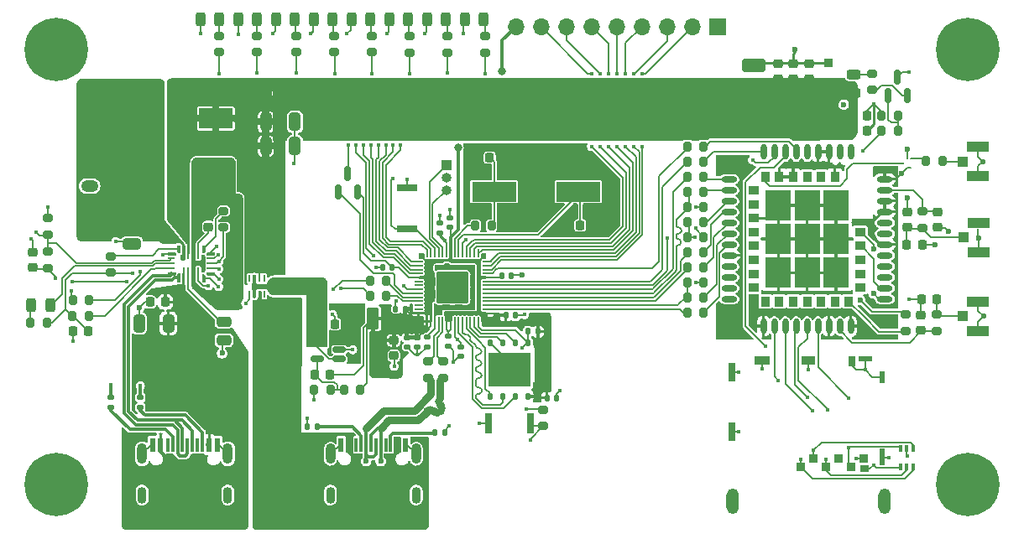
<source format=gbr>
%TF.GenerationSoftware,KiCad,Pcbnew,(6.0.2-0)*%
%TF.CreationDate,2022-03-30T00:09:39+02:00*%
%TF.ProjectId,RP2040GPSTracker,52503230-3430-4475-9053-547261636b65,rev?*%
%TF.SameCoordinates,PX4416780PY363af58*%
%TF.FileFunction,Copper,L1,Top*%
%TF.FilePolarity,Positive*%
%FSLAX46Y46*%
G04 Gerber Fmt 4.6, Leading zero omitted, Abs format (unit mm)*
G04 Created by KiCad (PCBNEW (6.0.2-0)) date 2022-03-30 00:09:39*
%MOMM*%
%LPD*%
G01*
G04 APERTURE LIST*
G04 Aperture macros list*
%AMRoundRect*
0 Rectangle with rounded corners*
0 $1 Rounding radius*
0 $2 $3 $4 $5 $6 $7 $8 $9 X,Y pos of 4 corners*
0 Add a 4 corners polygon primitive as box body*
4,1,4,$2,$3,$4,$5,$6,$7,$8,$9,$2,$3,0*
0 Add four circle primitives for the rounded corners*
1,1,$1+$1,$2,$3*
1,1,$1+$1,$4,$5*
1,1,$1+$1,$6,$7*
1,1,$1+$1,$8,$9*
0 Add four rect primitives between the rounded corners*
20,1,$1+$1,$2,$3,$4,$5,0*
20,1,$1+$1,$4,$5,$6,$7,0*
20,1,$1+$1,$6,$7,$8,$9,0*
20,1,$1+$1,$8,$9,$2,$3,0*%
G04 Aperture macros list end*
%TA.AperFunction,EtchedComponent*%
%ADD10C,0.100000*%
%TD*%
%TA.AperFunction,SMDPad,CuDef*%
%ADD11R,4.500000X2.000000*%
%TD*%
%TA.AperFunction,SMDPad,CuDef*%
%ADD12R,0.600000X1.450000*%
%TD*%
%TA.AperFunction,SMDPad,CuDef*%
%ADD13R,0.300000X1.450000*%
%TD*%
%TA.AperFunction,ComponentPad*%
%ADD14O,0.900000X1.700000*%
%TD*%
%TA.AperFunction,ComponentPad*%
%ADD15O,1.000000X2.100000*%
%TD*%
%TA.AperFunction,SMDPad,CuDef*%
%ADD16RoundRect,0.250000X-0.325000X-0.650000X0.325000X-0.650000X0.325000X0.650000X-0.325000X0.650000X0*%
%TD*%
%TA.AperFunction,SMDPad,CuDef*%
%ADD17RoundRect,0.150000X0.150000X-0.587500X0.150000X0.587500X-0.150000X0.587500X-0.150000X-0.587500X0*%
%TD*%
%TA.AperFunction,SMDPad,CuDef*%
%ADD18RoundRect,0.200000X0.275000X-0.200000X0.275000X0.200000X-0.275000X0.200000X-0.275000X-0.200000X0*%
%TD*%
%TA.AperFunction,SMDPad,CuDef*%
%ADD19RoundRect,0.225000X-0.225000X-0.250000X0.225000X-0.250000X0.225000X0.250000X-0.225000X0.250000X0*%
%TD*%
%TA.AperFunction,SMDPad,CuDef*%
%ADD20RoundRect,0.200000X-0.200000X-0.275000X0.200000X-0.275000X0.200000X0.275000X-0.200000X0.275000X0*%
%TD*%
%TA.AperFunction,SMDPad,CuDef*%
%ADD21RoundRect,0.225000X0.225000X0.250000X-0.225000X0.250000X-0.225000X-0.250000X0.225000X-0.250000X0*%
%TD*%
%TA.AperFunction,SMDPad,CuDef*%
%ADD22R,0.127000X0.127000*%
%TD*%
%TA.AperFunction,SMDPad,CuDef*%
%ADD23R,0.250000X1.400000*%
%TD*%
%TA.AperFunction,SMDPad,CuDef*%
%ADD24R,0.700000X0.250000*%
%TD*%
%TA.AperFunction,ComponentPad*%
%ADD25C,6.400000*%
%TD*%
%TA.AperFunction,SMDPad,CuDef*%
%ADD26O,1.600000X0.600000*%
%TD*%
%TA.AperFunction,SMDPad,CuDef*%
%ADD27O,0.600000X1.600000*%
%TD*%
%TA.AperFunction,SMDPad,CuDef*%
%ADD28R,1.100000X0.900000*%
%TD*%
%TA.AperFunction,SMDPad,CuDef*%
%ADD29R,0.900000X1.100000*%
%TD*%
%TA.AperFunction,SMDPad,CuDef*%
%ADD30R,2.600000X3.100000*%
%TD*%
%TA.AperFunction,SMDPad,CuDef*%
%ADD31RoundRect,0.250000X-0.650000X0.325000X-0.650000X-0.325000X0.650000X-0.325000X0.650000X0.325000X0*%
%TD*%
%TA.AperFunction,SMDPad,CuDef*%
%ADD32RoundRect,0.135000X0.135000X0.185000X-0.135000X0.185000X-0.135000X-0.185000X0.135000X-0.185000X0*%
%TD*%
%TA.AperFunction,SMDPad,CuDef*%
%ADD33RoundRect,0.200000X-0.275000X0.200000X-0.275000X-0.200000X0.275000X-0.200000X0.275000X0.200000X0*%
%TD*%
%TA.AperFunction,SMDPad,CuDef*%
%ADD34RoundRect,0.250000X-0.375000X-0.850000X0.375000X-0.850000X0.375000X0.850000X-0.375000X0.850000X0*%
%TD*%
%TA.AperFunction,SMDPad,CuDef*%
%ADD35RoundRect,0.200000X0.200000X0.275000X-0.200000X0.275000X-0.200000X-0.275000X0.200000X-0.275000X0*%
%TD*%
%TA.AperFunction,SMDPad,CuDef*%
%ADD36R,1.041400X0.990600*%
%TD*%
%TA.AperFunction,SMDPad,CuDef*%
%ADD37R,2.209800X1.041400*%
%TD*%
%TA.AperFunction,SMDPad,CuDef*%
%ADD38RoundRect,0.225000X-0.250000X0.225000X-0.250000X-0.225000X0.250000X-0.225000X0.250000X0.225000X0*%
%TD*%
%TA.AperFunction,SMDPad,CuDef*%
%ADD39RoundRect,0.243750X-0.243750X-0.456250X0.243750X-0.456250X0.243750X0.456250X-0.243750X0.456250X0*%
%TD*%
%TA.AperFunction,ComponentPad*%
%ADD40RoundRect,0.250000X-0.625000X0.350000X-0.625000X-0.350000X0.625000X-0.350000X0.625000X0.350000X0*%
%TD*%
%TA.AperFunction,ComponentPad*%
%ADD41O,1.750000X1.200000*%
%TD*%
%TA.AperFunction,SMDPad,CuDef*%
%ADD42RoundRect,0.140000X-0.170000X0.140000X-0.170000X-0.140000X0.170000X-0.140000X0.170000X0.140000X0*%
%TD*%
%TA.AperFunction,SMDPad,CuDef*%
%ADD43RoundRect,0.135000X-0.135000X-0.185000X0.135000X-0.185000X0.135000X0.185000X-0.135000X0.185000X0*%
%TD*%
%TA.AperFunction,SMDPad,CuDef*%
%ADD44RoundRect,0.243750X0.243750X0.456250X-0.243750X0.456250X-0.243750X-0.456250X0.243750X-0.456250X0*%
%TD*%
%TA.AperFunction,SMDPad,CuDef*%
%ADD45R,0.400000X0.650000*%
%TD*%
%TA.AperFunction,SMDPad,CuDef*%
%ADD46RoundRect,0.050000X0.387500X0.050000X-0.387500X0.050000X-0.387500X-0.050000X0.387500X-0.050000X0*%
%TD*%
%TA.AperFunction,SMDPad,CuDef*%
%ADD47RoundRect,0.050000X0.050000X0.387500X-0.050000X0.387500X-0.050000X-0.387500X0.050000X-0.387500X0*%
%TD*%
%TA.AperFunction,ComponentPad*%
%ADD48C,0.600000*%
%TD*%
%TA.AperFunction,SMDPad,CuDef*%
%ADD49RoundRect,0.144000X1.456000X1.456000X-1.456000X1.456000X-1.456000X-1.456000X1.456000X-1.456000X0*%
%TD*%
%TA.AperFunction,SMDPad,CuDef*%
%ADD50R,3.400000X2.000000*%
%TD*%
%TA.AperFunction,SMDPad,CuDef*%
%ADD51RoundRect,0.140000X0.170000X-0.140000X0.170000X0.140000X-0.170000X0.140000X-0.170000X-0.140000X0*%
%TD*%
%TA.AperFunction,SMDPad,CuDef*%
%ADD52RoundRect,0.140000X-0.140000X-0.170000X0.140000X-0.170000X0.140000X0.170000X-0.140000X0.170000X0*%
%TD*%
%TA.AperFunction,SMDPad,CuDef*%
%ADD53RoundRect,0.225000X0.250000X-0.225000X0.250000X0.225000X-0.250000X0.225000X-0.250000X-0.225000X0*%
%TD*%
%TA.AperFunction,SMDPad,CuDef*%
%ADD54R,0.228600X0.711200*%
%TD*%
%TA.AperFunction,ComponentPad*%
%ADD55R,1.000000X1.000000*%
%TD*%
%TA.AperFunction,ComponentPad*%
%ADD56O,1.000000X1.000000*%
%TD*%
%TA.AperFunction,SMDPad,CuDef*%
%ADD57RoundRect,0.218750X0.218750X0.256250X-0.218750X0.256250X-0.218750X-0.256250X0.218750X-0.256250X0*%
%TD*%
%TA.AperFunction,SMDPad,CuDef*%
%ADD58R,0.203200X0.203200*%
%TD*%
%TA.AperFunction,SMDPad,CuDef*%
%ADD59R,0.101600X0.635000*%
%TD*%
%TA.AperFunction,SMDPad,CuDef*%
%ADD60RoundRect,0.140000X0.140000X0.170000X-0.140000X0.170000X-0.140000X-0.170000X0.140000X-0.170000X0*%
%TD*%
%TA.AperFunction,SMDPad,CuDef*%
%ADD61R,0.838200X0.939800*%
%TD*%
%TA.AperFunction,SMDPad,CuDef*%
%ADD62R,0.939800X0.787400*%
%TD*%
%TA.AperFunction,ComponentPad*%
%ADD63O,1.270000X2.565400*%
%TD*%
%TA.AperFunction,SMDPad,CuDef*%
%ADD64R,0.558800X1.651000*%
%TD*%
%TA.AperFunction,SMDPad,CuDef*%
%ADD65R,0.558800X1.219200*%
%TD*%
%TA.AperFunction,SMDPad,CuDef*%
%ADD66R,1.371600X0.609600*%
%TD*%
%TA.AperFunction,SMDPad,CuDef*%
%ADD67R,0.736600X1.016000*%
%TD*%
%TA.AperFunction,SMDPad,CuDef*%
%ADD68R,1.346200X0.965200*%
%TD*%
%TA.AperFunction,SMDPad,CuDef*%
%ADD69R,1.574800X0.965200*%
%TD*%
%TA.AperFunction,SMDPad,CuDef*%
%ADD70R,0.635000X1.955800*%
%TD*%
%TA.AperFunction,SMDPad,CuDef*%
%ADD71RoundRect,0.243750X-0.456250X0.243750X-0.456250X-0.243750X0.456250X-0.243750X0.456250X0.243750X0*%
%TD*%
%TA.AperFunction,SMDPad,CuDef*%
%ADD72RoundRect,0.250000X0.925000X-0.412500X0.925000X0.412500X-0.925000X0.412500X-0.925000X-0.412500X0*%
%TD*%
%TA.AperFunction,SMDPad,CuDef*%
%ADD73R,0.950000X0.900000*%
%TD*%
%TA.AperFunction,SMDPad,CuDef*%
%ADD74RoundRect,0.150000X0.512500X0.150000X-0.512500X0.150000X-0.512500X-0.150000X0.512500X-0.150000X0*%
%TD*%
%TA.AperFunction,SMDPad,CuDef*%
%ADD75RoundRect,0.135000X-0.185000X0.135000X-0.185000X-0.135000X0.185000X-0.135000X0.185000X0.135000X0*%
%TD*%
%TA.AperFunction,ComponentPad*%
%ADD76R,1.700000X1.700000*%
%TD*%
%TA.AperFunction,ComponentPad*%
%ADD77O,1.700000X1.700000*%
%TD*%
%TA.AperFunction,SMDPad,CuDef*%
%ADD78R,2.000000X0.800000*%
%TD*%
%TA.AperFunction,SMDPad,CuDef*%
%ADD79RoundRect,0.250000X-0.475000X0.250000X-0.475000X-0.250000X0.475000X-0.250000X0.475000X0.250000X0*%
%TD*%
%TA.AperFunction,SMDPad,CuDef*%
%ADD80R,0.800000X2.000000*%
%TD*%
%TA.AperFunction,SMDPad,CuDef*%
%ADD81RoundRect,0.125000X-0.125000X0.250000X-0.125000X-0.250000X0.125000X-0.250000X0.125000X0.250000X0*%
%TD*%
%TA.AperFunction,SMDPad,CuDef*%
%ADD82R,4.300000X3.400000*%
%TD*%
%TA.AperFunction,ViaPad*%
%ADD83C,0.400000*%
%TD*%
%TA.AperFunction,ViaPad*%
%ADD84C,0.600000*%
%TD*%
%TA.AperFunction,ViaPad*%
%ADD85C,0.800000*%
%TD*%
%TA.AperFunction,Conductor*%
%ADD86C,0.200000*%
%TD*%
%TA.AperFunction,Conductor*%
%ADD87C,0.150000*%
%TD*%
%TA.AperFunction,Conductor*%
%ADD88C,0.300000*%
%TD*%
%TA.AperFunction,Conductor*%
%ADD89C,0.250000*%
%TD*%
%TA.AperFunction,Conductor*%
%ADD90C,0.350000*%
%TD*%
%TA.AperFunction,Conductor*%
%ADD91C,0.800000*%
%TD*%
G04 APERTURE END LIST*
D10*
%TO.C,U6*%
X14897569Y26081644D02*
X14897569Y26331644D01*
X14897569Y26331644D02*
X15597569Y26331644D01*
X15597569Y26331644D02*
X15597569Y26181644D01*
X15597569Y26181644D02*
X15497569Y26081644D01*
X15497569Y26081644D02*
X14897569Y26081644D01*
G36*
X15597569Y26181644D02*
G01*
X15497569Y26081644D01*
X14897569Y26081644D01*
X14897569Y26331644D01*
X15597569Y26331644D01*
X15597569Y26181644D01*
G37*
X15597569Y26181644D02*
X15497569Y26081644D01*
X14897569Y26081644D01*
X14897569Y26331644D01*
X15597569Y26331644D01*
X15597569Y26181644D01*
X19497571Y26081644D02*
X19497571Y26331644D01*
X19497571Y26331644D02*
X18797571Y26331644D01*
X18797571Y26331644D02*
X18797571Y26181644D01*
X18797571Y26181644D02*
X18897571Y26081644D01*
X18897571Y26081644D02*
X19497571Y26081644D01*
G36*
X19497571Y26081644D02*
G01*
X18897571Y26081644D01*
X18797571Y26181644D01*
X18797571Y26331644D01*
X19497571Y26331644D01*
X19497571Y26081644D01*
G37*
X19497571Y26081644D02*
X18897571Y26081644D01*
X18797571Y26181644D01*
X18797571Y26331644D01*
X19497571Y26331644D01*
X19497571Y26081644D01*
X15822255Y29006896D02*
X16072255Y29006896D01*
X16072255Y29006896D02*
X16072255Y28306896D01*
X16072255Y28306896D02*
X15922255Y28306896D01*
X15922255Y28306896D02*
X15822255Y28406896D01*
X15822255Y28406896D02*
X15822255Y29006896D01*
G36*
X16072255Y28306896D02*
G01*
X15922255Y28306896D01*
X15822255Y28406896D01*
X15822255Y29006896D01*
X16072255Y29006896D01*
X16072255Y28306896D01*
G37*
X16072255Y28306896D02*
X15922255Y28306896D01*
X15822255Y28406896D01*
X15822255Y29006896D01*
X16072255Y29006896D01*
X16072255Y28306896D01*
X14897569Y28332148D02*
X14897569Y28082148D01*
X14897569Y28082148D02*
X15597569Y28082148D01*
X15597569Y28082148D02*
X15597569Y28232148D01*
X15597569Y28232148D02*
X15497569Y28332148D01*
X15497569Y28332148D02*
X14897569Y28332148D01*
G36*
X15597569Y28232148D02*
G01*
X15597569Y28082148D01*
X14897569Y28082148D01*
X14897569Y28332148D01*
X15497569Y28332148D01*
X15597569Y28232148D01*
G37*
X15597569Y28232148D02*
X15597569Y28082148D01*
X14897569Y28082148D01*
X14897569Y28332148D01*
X15497569Y28332148D01*
X15597569Y28232148D01*
X18572885Y25406896D02*
X18322885Y25406896D01*
X18322885Y25406896D02*
X18322885Y26106896D01*
X18322885Y26106896D02*
X18472885Y26106896D01*
X18472885Y26106896D02*
X18572885Y26006896D01*
X18572885Y26006896D02*
X18572885Y25406896D01*
G36*
X18572885Y26006896D02*
G01*
X18572885Y25406896D01*
X18322885Y25406896D01*
X18322885Y26106896D01*
X18472885Y26106896D01*
X18572885Y26006896D01*
G37*
X18572885Y26006896D02*
X18572885Y25406896D01*
X18322885Y25406896D01*
X18322885Y26106896D01*
X18472885Y26106896D01*
X18572885Y26006896D01*
X18572885Y29006896D02*
X18322885Y29006896D01*
X18322885Y29006896D02*
X18322885Y28306896D01*
X18322885Y28306896D02*
X18472885Y28306896D01*
X18472885Y28306896D02*
X18572885Y28406896D01*
X18572885Y28406896D02*
X18572885Y29006896D01*
G36*
X18572885Y28406896D02*
G01*
X18472885Y28306896D01*
X18322885Y28306896D01*
X18322885Y29006896D01*
X18572885Y29006896D01*
X18572885Y28406896D01*
G37*
X18572885Y28406896D02*
X18472885Y28306896D01*
X18322885Y28306896D01*
X18322885Y29006896D01*
X18572885Y29006896D01*
X18572885Y28406896D01*
X19497571Y28332148D02*
X19497571Y28082148D01*
X19497571Y28082148D02*
X18797571Y28082148D01*
X18797571Y28082148D02*
X18797571Y28232148D01*
X18797571Y28232148D02*
X18897571Y28332148D01*
X18897571Y28332148D02*
X19497571Y28332148D01*
G36*
X19497571Y28082148D02*
G01*
X18797571Y28082148D01*
X18797571Y28232148D01*
X18897571Y28332148D01*
X19497571Y28332148D01*
X19497571Y28082148D01*
G37*
X19497571Y28082148D02*
X18797571Y28082148D01*
X18797571Y28232148D01*
X18897571Y28332148D01*
X19497571Y28332148D01*
X19497571Y28082148D01*
X15822255Y25406896D02*
X16072255Y25406896D01*
X16072255Y25406896D02*
X16072255Y26206896D01*
X16072255Y26206896D02*
X15922255Y26206896D01*
X15922255Y26206896D02*
X15822255Y26006896D01*
X15822255Y26006896D02*
X15822255Y25406896D01*
G36*
X16072255Y25406896D02*
G01*
X15822255Y25406896D01*
X15822255Y26006896D01*
X15922255Y26206896D01*
X16072255Y26206896D01*
X16072255Y25406896D01*
G37*
X16072255Y25406896D02*
X15822255Y25406896D01*
X15822255Y26006896D01*
X15922255Y26206896D01*
X16072255Y26206896D01*
X16072255Y25406896D01*
%TD*%
D11*
%TO.P,Y1,1,1*%
%TO.N,Net-(C19-Pad1)*%
X56290000Y34455000D03*
%TO.P,Y1,2,2*%
%TO.N,Net-(C20-Pad1)*%
X47790000Y34455000D03*
%TD*%
D12*
%TO.P,J7,A1,GND*%
%TO.N,GNDPWR*%
X32354800Y8909600D03*
%TO.P,J7,A4,VBUS*%
%TO.N,/PROG_VBUS*%
X33154800Y8909600D03*
D13*
%TO.P,J7,A5,CC1*%
%TO.N,Net-(J7-PadA5)*%
X34354800Y8909600D03*
%TO.P,J7,A6,D+*%
%TO.N,/USB_D+*%
X35354800Y8909600D03*
%TO.P,J7,A7,D-*%
%TO.N,/USB_D-*%
X35854800Y8909600D03*
%TO.P,J7,A8,SBU1*%
%TO.N,unconnected-(J7-PadA8)*%
X36854800Y8909600D03*
D12*
%TO.P,J7,A9,VBUS*%
%TO.N,/PROG_VBUS*%
X38054800Y8909600D03*
%TO.P,J7,A12,GND*%
%TO.N,GNDPWR*%
X38854800Y8909600D03*
%TO.P,J7,B1,GND*%
X38854800Y8909600D03*
%TO.P,J7,B4,VBUS*%
%TO.N,/PROG_VBUS*%
X38054800Y8909600D03*
D13*
%TO.P,J7,B5,CC2*%
%TO.N,Net-(J7-PadB5)*%
X37354800Y8909600D03*
%TO.P,J7,B6,D+*%
%TO.N,/USB_D+*%
X36354800Y8909600D03*
%TO.P,J7,B7,D-*%
%TO.N,/USB_D-*%
X34854800Y8909600D03*
%TO.P,J7,B8,SBU2*%
%TO.N,unconnected-(J7-PadB8)*%
X33854800Y8909600D03*
D12*
%TO.P,J7,B9,VBUS*%
%TO.N,/PROG_VBUS*%
X33154800Y8909600D03*
%TO.P,J7,B12,GND*%
%TO.N,GNDPWR*%
X32354800Y8909600D03*
D14*
%TO.P,J7,S1,SHIELD*%
X31279800Y3814600D03*
D15*
X39929800Y7994600D03*
X31279800Y7994600D03*
D14*
X39929800Y3814600D03*
%TD*%
D16*
%TO.P,C46,1*%
%TO.N,/BOOST_OUT*%
X24751100Y39084600D03*
%TO.P,C46,2*%
%TO.N,GNDPWR*%
X27701100Y39084600D03*
%TD*%
D17*
%TO.P,Q1,1,G*%
%TO.N,/LED_PWR*%
X32085000Y34427500D03*
%TO.P,Q1,2,S*%
%TO.N,+3V3*%
X33985000Y34427500D03*
%TO.P,Q1,3,D*%
%TO.N,Net-(Q1-Pad3)*%
X33035000Y36302500D03*
%TD*%
D18*
%TO.P,R38,1*%
%TO.N,/BCM_NTC*%
X2740000Y30137500D03*
%TO.P,R38,2*%
%TO.N,GND*%
X2740000Y31787500D03*
%TD*%
D19*
%TO.P,C24,1*%
%TO.N,GND*%
X90915000Y23590000D03*
%TO.P,C24,2*%
%TO.N,Net-(C24-Pad2)*%
X92465000Y23590000D03*
%TD*%
D20*
%TO.P,R32,1*%
%TO.N,Net-(R32-Pad1)*%
X91365000Y37530000D03*
%TO.P,R32,2*%
%TO.N,Net-(J10-Pad1)*%
X93015000Y37530000D03*
%TD*%
D21*
%TO.P,C35,1*%
%TO.N,GND*%
X31755000Y21070000D03*
%TO.P,C35,2*%
%TO.N,/PI_VREG_IN*%
X30205000Y21070000D03*
%TD*%
D22*
%TO.P,U6,1,DP*%
%TO.N,/BCM_D+*%
X15947255Y25806896D03*
D23*
%TO.P,U6,2,IN*%
%TO.N,/BCM_VBUS*%
X16447381Y26106896D03*
%TO.P,U6,3,PMID*%
%TO.N,Net-(C33-Pad1)*%
X16947507Y26106896D03*
%TO.P,U6,4,SW*%
%TO.N,/BCM_SW*%
X17447633Y26106896D03*
%TO.P,U6,5,PGND*%
%TO.N,GNDPWR*%
X17947759Y26106896D03*
D22*
%TO.P,U6,6,VNTC*%
%TO.N,/BCM_VNTC*%
X18447885Y25756896D03*
%TO.P,U6,7,SCL*%
%TO.N,/BCM_SCL*%
X19147571Y26206644D03*
D24*
%TO.P,U6,8,SDA*%
%TO.N,/BCM_SDA*%
X19147571Y26706770D03*
%TO.P,U6,9,VREF*%
%TO.N,/BCM_VREF_1*%
X19147571Y27206896D03*
%TO.P,U6,10,ILIM*%
%TO.N,Net-(R33-Pad1)*%
X19147571Y27707022D03*
D22*
%TO.P,U6,11,AGND*%
%TO.N,GND*%
X19147571Y28207148D03*
%TO.P,U6,12,OTG*%
%TO.N,/BCM_OTG*%
X18447885Y28656896D03*
D23*
%TO.P,U6,13,BST*%
%TO.N,Net-(C44-Pad2)*%
X17947759Y28306896D03*
%TO.P,U6,14,SW*%
%TO.N,/BCM_SW*%
X17447633Y28306896D03*
%TO.P,U6,15,SYS*%
%TO.N,/BOOST_OUT*%
X16947507Y28306896D03*
%TO.P,U6,16,BATT*%
%TO.N,/BCM_BATT*%
X16447381Y28306896D03*
D22*
%TO.P,U6,17,DISC*%
%TO.N,/BCM_DISC*%
X15947255Y28656896D03*
%TO.P,U6,18,\u002ACE*%
%TO.N,GND*%
X15247569Y28207148D03*
D24*
%TO.P,U6,19,NTC*%
%TO.N,/BCM_NTC*%
X15247569Y27707022D03*
%TO.P,U6,20,\u002ASTAT*%
%TO.N,Net-(D2-Pad1)*%
X15247569Y27206896D03*
%TO.P,U6,21,INT*%
%TO.N,Net-(R29-Pad2)*%
X15247569Y26706770D03*
D22*
%TO.P,U6,22,DM*%
%TO.N,/BCM_D-*%
X15247569Y26206644D03*
%TD*%
D25*
%TO.P,H4,1*%
%TO.N,N/C*%
X3604800Y4864600D03*
%TD*%
D26*
%TO.P,U2,1,UART1_TXD*%
%TO.N,/SIM_TX*%
X71504000Y35731200D03*
%TO.P,U2,2,UART1_RXD*%
%TO.N,/SIM_RX*%
X71504000Y34631200D03*
%TO.P,U2,3,UART1_RTS*%
%TO.N,/SIM_RTS*%
X71504000Y33531200D03*
%TO.P,U2,4,UART1_CTS*%
%TO.N,/SIM_CTS*%
X71504000Y32431200D03*
%TO.P,U2,5,UART1_DCD*%
%TO.N,/SIM_DCD*%
X71504000Y31331200D03*
%TO.P,U2,6,UART1_DTR*%
%TO.N,/SIM_DRT*%
X71504000Y30231200D03*
%TO.P,U2,7,UART1_RI*%
%TO.N,/SIM_RI*%
X71504000Y29131200D03*
%TO.P,U2,8,GND*%
%TO.N,GND*%
X71504000Y28031200D03*
%TO.P,U2,9,MICP*%
%TO.N,unconnected-(U2-Pad9)*%
X71504000Y26931200D03*
%TO.P,U2,10,MICN*%
%TO.N,unconnected-(U2-Pad10)*%
X71504000Y25831200D03*
%TO.P,U2,11,SPK1P*%
%TO.N,unconnected-(U2-Pad11)*%
X71504000Y24731200D03*
%TO.P,U2,12,SPK1N*%
%TO.N,unconnected-(U2-Pad12)*%
X71504000Y23631200D03*
D27*
%TO.P,U2,13,GND*%
%TO.N,GND*%
X74954000Y20881200D03*
%TO.P,U2,14,SIM1_DET*%
%TO.N,/SIM_C_DET*%
X76054000Y20881200D03*
%TO.P,U2,15,SIM1_DATA*%
%TO.N,/SIM_C_DATA*%
X77154000Y20881200D03*
%TO.P,U2,16,SIM1_CLK*%
%TO.N,/SIM_C_CLK*%
X78254000Y20881200D03*
%TO.P,U2,17,SIM1_RST*%
%TO.N,/SIM_C_RST*%
X79354000Y20881200D03*
%TO.P,U2,18,SIM1_VDD*%
%TO.N,/SIM_C_VDD*%
X80454000Y20881200D03*
%TO.P,U2,19,GND*%
%TO.N,GND*%
X81554000Y20881200D03*
%TO.P,U2,20,BT_ANT*%
%TO.N,/SIM_BT_ANT*%
X82654000Y20881200D03*
%TO.P,U2,21,GND*%
%TO.N,GND*%
X83754000Y20881200D03*
D26*
%TO.P,U2,22,UART2_TXD*%
%TO.N,/_GNSS_RXD*%
X87204000Y23631200D03*
%TO.P,U2,23,UART2_RXD*%
%TO.N,/_GNSS_TXD*%
X87204000Y24731200D03*
%TO.P,U2,24,USB_VBUS*%
%TO.N,unconnected-(U2-Pad24)*%
X87204000Y25831200D03*
%TO.P,U2,25,USB_DP*%
%TO.N,unconnected-(U2-Pad25)*%
X87204000Y26931200D03*
%TO.P,U2,26,USB_DM*%
%TO.N,unconnected-(U2-Pad26)*%
X87204000Y28031200D03*
%TO.P,U2,27,GND*%
%TO.N,GND*%
X87204000Y29131200D03*
%TO.P,U2,28,VRTC*%
%TO.N,unconnected-(U2-Pad28)*%
X87204000Y30231200D03*
%TO.P,U2,29,RF_SYNC*%
%TO.N,unconnected-(U2-Pad29)*%
X87204000Y31331200D03*
%TO.P,U2,30,GND*%
%TO.N,GND*%
X87204000Y32431200D03*
%TO.P,U2,31,GND*%
X87204000Y33531200D03*
%TO.P,U2,32,GSM_ANT*%
%TO.N,/SIM_GSM_ANT*%
X87204000Y34631200D03*
%TO.P,U2,33,GND*%
%TO.N,GND*%
X87204000Y35731200D03*
D27*
%TO.P,U2,34,GPS_VBAT*%
%TO.N,/BOOST_OUT*%
X83754000Y38481200D03*
%TO.P,U2,35,VBAT*%
X82654000Y38481200D03*
%TO.P,U2,36,GND*%
%TO.N,GND*%
X81554000Y38481200D03*
%TO.P,U2,37,GND*%
X80454000Y38481200D03*
%TO.P,U2,38,ADC*%
%TO.N,unconnected-(U2-Pad38)*%
X79354000Y38481200D03*
%TO.P,U2,39,PWRKEY*%
%TO.N,/SIM_PWRKEY*%
X78254000Y38481200D03*
%TO.P,U2,40,VDD_EXT*%
%TO.N,/SIM_VDD_EXT*%
X77154000Y38481200D03*
%TO.P,U2,41,NETLIGHT*%
%TO.N,/SIM_NETLIGHT*%
X76054000Y38481200D03*
%TO.P,U2,42,STATUS*%
%TO.N,/SIM_STATUS*%
X74954000Y38481200D03*
D28*
%TO.P,U2,43,SPK2N*%
%TO.N,unconnected-(U2-Pad43)*%
X74004000Y34581200D03*
%TO.P,U2,44,SPK2P*%
%TO.N,unconnected-(U2-Pad44)*%
X74004000Y33181200D03*
%TO.P,U2,45,GND*%
%TO.N,GND*%
X74004000Y31781200D03*
%TO.P,U2,46,MCCA3*%
%TO.N,unconnected-(U2-Pad46)*%
X74004000Y30381200D03*
%TO.P,U2,47,MCCA2*%
%TO.N,unconnected-(U2-Pad47)*%
X74004000Y28981200D03*
%TO.P,U2,48,MCCA1*%
%TO.N,unconnected-(U2-Pad48)*%
X74004000Y27581200D03*
%TO.P,U2,49,MCCA0*%
%TO.N,unconnected-(U2-Pad49)*%
X74004000Y26181200D03*
%TO.P,U2,50,MCCK*%
%TO.N,unconnected-(U2-Pad50)*%
X74004000Y24781200D03*
D29*
%TO.P,U2,51,MCCM0*%
%TO.N,unconnected-(U2-Pad51)*%
X75154000Y23381200D03*
%TO.P,U2,52,SIM2_DET*%
%TO.N,unconnected-(U2-Pad52)*%
X76554000Y23381200D03*
%TO.P,U2,53,SIM2_DATA*%
%TO.N,unconnected-(U2-Pad53)*%
X77954000Y23381200D03*
%TO.P,U2,54,SIM2_CLK*%
%TO.N,unconnected-(U2-Pad54)*%
X79354000Y23381200D03*
%TO.P,U2,55,SIM2_RST*%
%TO.N,unconnected-(U2-Pad55)*%
X80754000Y23381200D03*
%TO.P,U2,56,SIM2_VDD*%
%TO.N,unconnected-(U2-Pad56)*%
X82154000Y23381200D03*
%TO.P,U2,57,GPIO1*%
%TO.N,Net-(R13-Pad2)*%
X83554000Y23381200D03*
D28*
%TO.P,U2,58,GPIO2*%
%TO.N,unconnected-(U2-Pad58)*%
X84704000Y24781200D03*
%TO.P,U2,59,GNSS_EN*%
%TO.N,/_GNSS_EN*%
X84704000Y26181200D03*
%TO.P,U2,60,1PPS*%
%TO.N,unconnected-(U2-Pad60)*%
X84704000Y27581200D03*
%TO.P,U2,61,GPS_TXD*%
%TO.N,/_GNSS_TXD*%
X84704000Y28981200D03*
%TO.P,U2,62,GPS_RXD*%
%TO.N,/_GNSS_RXD*%
X84704000Y30381200D03*
D29*
%TO.P,U2,63,GND*%
%TO.N,GND*%
X82154000Y35981200D03*
%TO.P,U2,64,SDA*%
%TO.N,unconnected-(U2-Pad64)*%
X80754000Y35981200D03*
%TO.P,U2,65,SCL*%
%TO.N,unconnected-(U2-Pad65)*%
X79354000Y35981200D03*
%TO.P,U2,66,GND*%
%TO.N,GND*%
X77954000Y35981200D03*
%TO.P,U2,67,GND*%
X76554000Y35981200D03*
%TO.P,U2,68,GPS_ANT*%
%TO.N,/SIM_GNSS_ANT*%
X75154000Y35981200D03*
D30*
%TO.P,U2,69,GND*%
%TO.N,GND*%
X76454000Y33081200D03*
%TO.P,U2,70,GND*%
X76454000Y29681200D03*
%TO.P,U2,71,GND*%
X76454000Y26281200D03*
%TO.P,U2,72,GND*%
X79354000Y26281200D03*
%TO.P,U2,73,GND*%
X82254000Y26281200D03*
%TO.P,U2,74,GND*%
X82254000Y29681200D03*
%TO.P,U2,75,GND*%
X82254000Y33081200D03*
%TO.P,U2,76,GND*%
X79354000Y33081200D03*
%TO.P,U2,77,GND*%
X79354000Y29681200D03*
%TD*%
D31*
%TO.P,C34,1*%
%TO.N,/BCM_BATT*%
X11250000Y32130000D03*
%TO.P,C34,2*%
%TO.N,GNDPWR*%
X11250000Y29180000D03*
%TD*%
D32*
%TO.P,R39,1*%
%TO.N,GND*%
X42825000Y10150000D03*
%TO.P,R39,2*%
%TO.N,Net-(J7-PadB5)*%
X41805000Y10150000D03*
%TD*%
D33*
%TO.P,R30,1*%
%TO.N,Net-(D5-Pad2)*%
X31665000Y50200000D03*
%TO.P,R30,2*%
%TO.N,/LED_5*%
X31665000Y48550000D03*
%TD*%
D34*
%TO.P,L1,1,1*%
%TO.N,/PI_VREG_SW*%
X33420000Y21660000D03*
%TO.P,L1,2,2*%
%TO.N,+3V3*%
X35570000Y21660000D03*
%TD*%
D35*
%TO.P,R16,1*%
%TO.N,GND*%
X68910000Y25310000D03*
%TO.P,R16,2*%
%TO.N,Net-(R16-Pad2)*%
X67260000Y25310000D03*
%TD*%
%TO.P,R28,1*%
%TO.N,/BCM_VREF_1*%
X2665000Y21240000D03*
%TO.P,R28,2*%
%TO.N,Net-(D2-Pad2)*%
X1015000Y21240000D03*
%TD*%
D20*
%TO.P,R47,1*%
%TO.N,/SIM_NETLIGHT*%
X86865000Y40580000D03*
%TO.P,R47,2*%
%TO.N,Net-(Q2-Pad1)*%
X88515000Y40580000D03*
%TD*%
D18*
%TO.P,R48,1*%
%TO.N,Net-(Q2-Pad2)*%
X85950000Y44765000D03*
%TO.P,R48,2*%
%TO.N,Net-(D11-Pad1)*%
X85950000Y46415000D03*
%TD*%
D25*
%TO.P,H3,1*%
%TO.N,N/C*%
X95604800Y4864600D03*
%TD*%
D36*
%TO.P,J4,1,1*%
%TO.N,Net-(C24-Pad2)*%
X95085600Y21883200D03*
D37*
%TO.P,J4,2,GND*%
%TO.N,GND*%
X96610601Y20408199D03*
%TO.P,J4,3,GND*%
X96610601Y23358201D03*
%TD*%
D38*
%TO.P,C23,1*%
%TO.N,GND*%
X89460000Y32407500D03*
%TO.P,C23,2*%
%TO.N,Net-(C23-Pad2)*%
X89460000Y30857500D03*
%TD*%
D35*
%TO.P,R7,1*%
%TO.N,/SIM_CTS*%
X68910000Y28355000D03*
%TO.P,R7,2*%
%TO.N,Net-(R7-Pad2)*%
X67260000Y28355000D03*
%TD*%
D20*
%TO.P,R19,1*%
%TO.N,/BCM_SDA*%
X35280000Y23975000D03*
%TO.P,R19,2*%
%TO.N,Net-(R19-Pad2)*%
X36930000Y23975000D03*
%TD*%
D39*
%TO.P,D4,1,K*%
%TO.N,GND*%
X33402500Y51860000D03*
%TO.P,D4,2,A*%
%TO.N,Net-(D4-Pad2)*%
X35277500Y51860000D03*
%TD*%
D21*
%TO.P,C19,2*%
%TO.N,GND*%
X54915000Y31055000D03*
%TO.P,C19,1*%
%TO.N,Net-(C19-Pad1)*%
X56465000Y31055000D03*
%TD*%
D40*
%TO.P,J9,1,Pin_1*%
%TO.N,/BCM_BATT*%
X6995000Y37030000D03*
D41*
%TO.P,J9,2,Pin_2*%
%TO.N,GNDPWR*%
X6995000Y35030000D03*
%TD*%
D42*
%TO.P,C8,1*%
%TO.N,+1V1*%
X44385000Y18795000D03*
%TO.P,C8,2*%
%TO.N,GND*%
X44385000Y17835000D03*
%TD*%
D43*
%TO.P,R36,1*%
%TO.N,GND*%
X28970000Y10720000D03*
%TO.P,R36,2*%
%TO.N,Net-(J7-PadA5)*%
X29990000Y10720000D03*
%TD*%
D44*
%TO.P,D2,1,K*%
%TO.N,Net-(D2-Pad1)*%
X2992500Y23000000D03*
%TO.P,D2,2,A*%
%TO.N,Net-(D2-Pad2)*%
X1117500Y23000000D03*
%TD*%
D33*
%TO.P,R43,1*%
%TO.N,Net-(D8-Pad2)*%
X43060000Y50180000D03*
%TO.P,R43,2*%
%TO.N,/LED_2*%
X43060000Y48530000D03*
%TD*%
D20*
%TO.P,R18,1*%
%TO.N,/BCM_SCL*%
X35280000Y25485000D03*
%TO.P,R18,2*%
%TO.N,Net-(R18-Pad2)*%
X36930000Y25485000D03*
%TD*%
D19*
%TO.P,C20,1*%
%TO.N,Net-(C20-Pad1)*%
X47340000Y37905000D03*
%TO.P,C20,2*%
%TO.N,GND*%
X48890000Y37905000D03*
%TD*%
D42*
%TO.P,C11,1*%
%TO.N,+1V1*%
X41010000Y19760000D03*
%TO.P,C11,2*%
%TO.N,GND*%
X41010000Y18800000D03*
%TD*%
D33*
%TO.P,R22,1*%
%TO.N,Net-(D3-Pad2)*%
X39265000Y50180000D03*
%TO.P,R22,2*%
%TO.N,/LED_3*%
X39265000Y48530000D03*
%TD*%
D35*
%TO.P,R8,1*%
%TO.N,/SIM_RX*%
X68915000Y34450000D03*
%TO.P,R8,2*%
%TO.N,Net-(R15-Pad2)*%
X67265000Y34450000D03*
%TD*%
D18*
%TO.P,R20,1*%
%TO.N,/SIM_BT_ANT*%
X92440000Y20425000D03*
%TO.P,R20,2*%
%TO.N,Net-(C24-Pad2)*%
X92440000Y22075000D03*
%TD*%
D33*
%TO.P,R45,1*%
%TO.N,Net-(D10-Pad2)*%
X20055000Y50200000D03*
%TO.P,R45,2*%
%TO.N,Net-(Q1-Pad3)*%
X20055000Y48550000D03*
%TD*%
%TO.P,R5,1*%
%TO.N,/SPI_SS*%
X52740000Y12425000D03*
%TO.P,R5,2*%
%TO.N,/USB_BOOT*%
X52740000Y10775000D03*
%TD*%
%TO.P,R21,1*%
%TO.N,/SIM_GSM_ANT*%
X90980000Y32465000D03*
%TO.P,R21,2*%
%TO.N,Net-(C23-Pad2)*%
X90980000Y30815000D03*
%TD*%
D45*
%TO.P,CR1,1,1*%
%TO.N,Net-(C30-Pad2)*%
X90075000Y8565000D03*
%TO.P,CR1,2,2*%
%TO.N,GND*%
X89425000Y8565000D03*
%TO.P,CR1,3,3*%
%TO.N,/SIM_C_VDD*%
X88775000Y8565000D03*
%TO.P,CR1,4,4*%
%TO.N,/SIM_C_DET*%
X88775000Y6665000D03*
%TO.P,CR1,5,5*%
%TO.N,Net-(C28-Pad2)*%
X89425000Y6665000D03*
%TO.P,CR1,6,6*%
%TO.N,Net-(C29-Pad2)*%
X90075000Y6665000D03*
%TD*%
D39*
%TO.P,D7,1,K*%
%TO.N,GND*%
X44833300Y51855000D03*
%TO.P,D7,2,A*%
%TO.N,Net-(D7-Pad2)*%
X46708300Y51855000D03*
%TD*%
D46*
%TO.P,U3,1,IOVDD*%
%TO.N,+3V3*%
X47036500Y22202600D03*
%TO.P,U3,2,GPIO0*%
%TO.N,Net-(R3-Pad2)*%
X47036500Y22602600D03*
%TO.P,U3,3,GPIO1*%
%TO.N,Net-(R16-Pad2)*%
X47036500Y23002600D03*
%TO.P,U3,4,GPIO2*%
%TO.N,Net-(R6-Pad2)*%
X47036500Y23402600D03*
%TO.P,U3,5,GPIO3*%
%TO.N,Net-(R7-Pad2)*%
X47036500Y23802600D03*
%TO.P,U3,6,GPIO4*%
%TO.N,Net-(R15-Pad2)*%
X47036500Y24202600D03*
%TO.P,U3,7,GPIO5*%
%TO.N,Net-(R9-Pad2)*%
X47036500Y24602600D03*
%TO.P,U3,8,GPIO6*%
%TO.N,Net-(R10-Pad2)*%
X47036500Y25002600D03*
%TO.P,U3,9,GPIO7*%
%TO.N,Net-(R11-Pad2)*%
X47036500Y25402600D03*
%TO.P,U3,10,IOVDD*%
%TO.N,+3V3*%
X47036500Y25802600D03*
%TO.P,U3,11,GPIO8*%
%TO.N,Net-(R12-Pad2)*%
X47036500Y26202600D03*
%TO.P,U3,12,GPIO9*%
%TO.N,/IO_1*%
X47036500Y26602600D03*
%TO.P,U3,13,GPIO10*%
%TO.N,/IO_2*%
X47036500Y27002600D03*
%TO.P,U3,14,GPIO11*%
%TO.N,/IO_3*%
X47036500Y27402600D03*
D47*
%TO.P,U3,15,GPIO12*%
%TO.N,/IO_4*%
X46199000Y28240100D03*
%TO.P,U3,16,GPIO13*%
%TO.N,/IO_5*%
X45799000Y28240100D03*
%TO.P,U3,17,GPIO14*%
%TO.N,/IO_6*%
X45399000Y28240100D03*
%TO.P,U3,18,GPIO15*%
%TO.N,/IO_7*%
X44999000Y28240100D03*
%TO.P,U3,19,TESTEN*%
%TO.N,GND*%
X44599000Y28240100D03*
%TO.P,U3,20,XIN*%
%TO.N,Net-(C19-Pad1)*%
X44199000Y28240100D03*
%TO.P,U3,21,XOUT*%
%TO.N,Net-(R17-Pad1)*%
X43799000Y28240100D03*
%TO.P,U3,22,IOVDD*%
%TO.N,+3V3*%
X43399000Y28240100D03*
%TO.P,U3,23,DVDD*%
%TO.N,+1V1*%
X42999000Y28240100D03*
%TO.P,U3,24,SWCLK*%
%TO.N,Net-(J3-Pad3)*%
X42599000Y28240100D03*
%TO.P,U3,25,SWD*%
%TO.N,Net-(J3-Pad1)*%
X42199000Y28240100D03*
%TO.P,U3,26,RUN*%
%TO.N,/PI_RESET*%
X41799000Y28240100D03*
%TO.P,U3,27,GPIO16*%
%TO.N,/LED_1*%
X41399000Y28240100D03*
%TO.P,U3,28,GPIO17*%
%TO.N,/LED_2*%
X40999000Y28240100D03*
D46*
%TO.P,U3,29,GPIO18*%
%TO.N,/LED_3*%
X40161500Y27402600D03*
%TO.P,U3,30,GPIO19*%
%TO.N,/LED_4*%
X40161500Y27002600D03*
%TO.P,U3,31,GPIO20*%
%TO.N,/LED_5*%
X40161500Y26602600D03*
%TO.P,U3,32,GPIO21*%
%TO.N,/LED_6*%
X40161500Y26202600D03*
%TO.P,U3,33,IOVDD*%
%TO.N,+3V3*%
X40161500Y25802600D03*
%TO.P,U3,34,GPIO22*%
%TO.N,unconnected-(U3-Pad34)*%
X40161500Y25402600D03*
%TO.P,U3,35,GPIO23*%
%TO.N,unconnected-(U3-Pad35)*%
X40161500Y25002600D03*
%TO.P,U3,36,GPIO24*%
%TO.N,/LED_7*%
X40161500Y24602600D03*
%TO.P,U3,37,GPIO25*%
%TO.N,/LED_PWR*%
X40161500Y24202600D03*
%TO.P,U3,38,GPIO26_ADC0*%
%TO.N,Net-(R18-Pad2)*%
X40161500Y23802600D03*
%TO.P,U3,39,GPIO27_ADC1*%
%TO.N,Net-(R19-Pad2)*%
X40161500Y23402600D03*
%TO.P,U3,40,GPIO28_ADC2*%
%TO.N,unconnected-(U3-Pad40)*%
X40161500Y23002600D03*
%TO.P,U3,41,GPIO29_ADC3*%
%TO.N,unconnected-(U3-Pad41)*%
X40161500Y22602600D03*
%TO.P,U3,42,IOVDD*%
%TO.N,+3V3*%
X40161500Y22202600D03*
D47*
%TO.P,U3,43,ADC_AVDD*%
X40999000Y21365100D03*
%TO.P,U3,44,VREG_IN*%
X41399000Y21365100D03*
%TO.P,U3,45,VREG_VOUT*%
%TO.N,+1V1*%
X41799000Y21365100D03*
%TO.P,U3,46,USB_DM*%
%TO.N,/PI_D-*%
X42199000Y21365100D03*
%TO.P,U3,47,USB_DP*%
%TO.N,/PI_D+*%
X42599000Y21365100D03*
%TO.P,U3,48,USB_VDD*%
%TO.N,+3V3*%
X42999000Y21365100D03*
%TO.P,U3,49,IOVDD*%
X43399000Y21365100D03*
%TO.P,U3,50,DVDD*%
%TO.N,+1V1*%
X43799000Y21365100D03*
%TO.P,U3,51,QSPI_SD3*%
%TO.N,/SPI_IO3*%
X44199000Y21365100D03*
%TO.P,U3,52,QSPI_SCLK*%
%TO.N,/SPI_CLK*%
X44599000Y21365100D03*
%TO.P,U3,53,QSPI_SD0*%
%TO.N,/SPI_IO0*%
X44999000Y21365100D03*
%TO.P,U3,54,QSPI_SD2*%
%TO.N,/SPI_IO2*%
X45399000Y21365100D03*
%TO.P,U3,55,QSPI_SD1*%
%TO.N,/SPI_IO1*%
X45799000Y21365100D03*
%TO.P,U3,56,QSPI_SS*%
%TO.N,/SPI_SS*%
X46199000Y21365100D03*
D48*
%TO.P,U3,57,GND*%
%TO.N,GND*%
X43599000Y23527600D03*
X44874000Y26077600D03*
X42324000Y26077600D03*
X43599000Y24802600D03*
X43599000Y26077600D03*
D49*
X43599000Y24802600D03*
D48*
X44874000Y23527600D03*
X42324000Y24802600D03*
X44874000Y24802600D03*
X42324000Y23527600D03*
%TD*%
D25*
%TO.P,H2,1*%
%TO.N,N/C*%
X95604800Y48864600D03*
%TD*%
D50*
%TO.P,L2,1,1*%
%TO.N,/BOOST_OUT*%
X19714600Y41858400D03*
%TO.P,L2,2,2*%
%TO.N,/BCM_SW*%
X19714600Y36158400D03*
%TD*%
D51*
%TO.P,C6,1*%
%TO.N,GND*%
X38980000Y18780000D03*
%TO.P,C6,2*%
%TO.N,+3V3*%
X38980000Y19740000D03*
%TD*%
D35*
%TO.P,R51,1*%
%TO.N,/PI_VREG_FB*%
X31270000Y14480000D03*
%TO.P,R51,2*%
%TO.N,GND*%
X29620000Y14480000D03*
%TD*%
D21*
%TO.P,C25,1*%
%TO.N,+3V3*%
X31235000Y16005000D03*
%TO.P,C25,2*%
%TO.N,/PI_VREG_FB*%
X29685000Y16005000D03*
%TD*%
D33*
%TO.P,R23,1*%
%TO.N,Net-(D4-Pad2)*%
X35465000Y50200000D03*
%TO.P,R23,2*%
%TO.N,/LED_4*%
X35465000Y48550000D03*
%TD*%
D52*
%TO.P,C12,1*%
%TO.N,+3V3*%
X53110000Y13645000D03*
%TO.P,C12,2*%
%TO.N,GND*%
X54070000Y13645000D03*
%TD*%
D53*
%TO.P,C45,1*%
%TO.N,/BCM_VNTC*%
X1210000Y26830000D03*
%TO.P,C45,2*%
%TO.N,GND*%
X1210000Y28380000D03*
%TD*%
D54*
%TO.P,U10,1,GND*%
%TO.N,GND*%
X23094811Y24094900D03*
%TO.P,U10,2,VOUT*%
%TO.N,/PI_VREG_IN*%
X23594937Y24094900D03*
%TO.P,U10,3,VIN1*%
%TO.N,/PROG_VBUS*%
X24095063Y24094900D03*
%TO.P,U10,4,ON*%
%TO.N,GND*%
X24595189Y24094900D03*
%TO.P,U10,5,GND*%
X24595189Y25695100D03*
%TO.P,U10,6,VIN2*%
%TO.N,/BOOST_OUT*%
X24095063Y25695100D03*
%TO.P,U10,7,VOUT*%
%TO.N,/PI_VREG_IN*%
X23594937Y25695100D03*
%TO.P,U10,8,ST*%
%TO.N,unconnected-(U10-Pad8)*%
X23094811Y25695100D03*
%TD*%
D18*
%TO.P,R34,1*%
%TO.N,/BCM_VNTC*%
X2740000Y26767500D03*
%TO.P,R34,2*%
%TO.N,/BCM_NTC*%
X2740000Y28417500D03*
%TD*%
D42*
%TO.P,C5,1*%
%TO.N,GND*%
X43325000Y31825000D03*
%TO.P,C5,2*%
%TO.N,+3V3*%
X43325000Y30865000D03*
%TD*%
D35*
%TO.P,R4,1*%
%TO.N,/SIM_DRT*%
X68910000Y23790000D03*
%TO.P,R4,2*%
%TO.N,Net-(R16-Pad2)*%
X67260000Y23790000D03*
%TD*%
D55*
%TO.P,J3,1,Pin_1*%
%TO.N,Net-(J3-Pad1)*%
X42945000Y37130000D03*
D56*
%TO.P,J3,2,Pin_2*%
%TO.N,GND*%
X42945000Y35860000D03*
%TO.P,J3,3,Pin_3*%
%TO.N,Net-(J3-Pad3)*%
X42945000Y34590000D03*
%TD*%
D16*
%TO.P,C38,1*%
%TO.N,/BOOST_OUT*%
X24751100Y41523000D03*
%TO.P,C38,2*%
%TO.N,GNDPWR*%
X27701100Y41523000D03*
%TD*%
D35*
%TO.P,R12,1*%
%TO.N,/SIM_PWRKEY*%
X68925000Y39050000D03*
%TO.P,R12,2*%
%TO.N,Net-(R12-Pad2)*%
X67275000Y39050000D03*
%TD*%
D39*
%TO.P,D9,1,K*%
%TO.N,GND*%
X21972500Y51860000D03*
%TO.P,D9,2,A*%
%TO.N,Net-(D9-Pad2)*%
X23847500Y51860000D03*
%TD*%
D51*
%TO.P,C1,1*%
%TO.N,GND*%
X43195000Y18875000D03*
%TO.P,C1,2*%
%TO.N,+3V3*%
X43195000Y19835000D03*
%TD*%
D33*
%TO.P,R31,1*%
%TO.N,Net-(D6-Pad2)*%
X27835000Y50200000D03*
%TO.P,R31,2*%
%TO.N,/LED_6*%
X27835000Y48550000D03*
%TD*%
D52*
%TO.P,C7,1*%
%TO.N,GND*%
X37860000Y22615000D03*
%TO.P,C7,2*%
%TO.N,+3V3*%
X38820000Y22615000D03*
%TD*%
D18*
%TO.P,R37,1*%
%TO.N,/BCM_VREF_1*%
X9130000Y26292500D03*
%TO.P,R37,2*%
%TO.N,/BCM_DISC*%
X9130000Y27942500D03*
%TD*%
D57*
%TO.P,D1,1,A1*%
%TO.N,GND*%
X90952500Y29080000D03*
%TO.P,D1,2,A2*%
%TO.N,Net-(C23-Pad2)*%
X89377500Y29080000D03*
%TD*%
D39*
%TO.P,D5,1,K*%
%TO.N,GND*%
X29592500Y51860000D03*
%TO.P,D5,2,A*%
%TO.N,Net-(D5-Pad2)*%
X31467500Y51860000D03*
%TD*%
D33*
%TO.P,R13,1*%
%TO.N,/_GNSS_EN*%
X89340000Y22075000D03*
%TO.P,R13,2*%
%TO.N,Net-(R13-Pad2)*%
X89340000Y20425000D03*
%TD*%
D52*
%TO.P,C3,1*%
%TO.N,GND*%
X36515000Y26855000D03*
%TO.P,C3,2*%
%TO.N,+3V3*%
X37475000Y26855000D03*
%TD*%
D17*
%TO.P,Q2,1,G*%
%TO.N,Net-(Q2-Pad1)*%
X87545000Y44192500D03*
%TO.P,Q2,2,S*%
%TO.N,Net-(Q2-Pad2)*%
X89445000Y44192500D03*
%TO.P,Q2,3,D*%
%TO.N,GND*%
X88495000Y46067500D03*
%TD*%
D58*
%TO.P,U8,1,UNBALANCED_PORT*%
%TO.N,/SIM_GNSS_ANT*%
X89036100Y37340000D03*
D59*
%TO.P,U8,2,GND*%
%TO.N,GND*%
X89436100Y36861400D03*
%TO.P,U8,3,GND*%
X89836100Y36861400D03*
%TO.P,U8,4,UNBALANCED_PORT*%
%TO.N,Net-(R32-Pad1)*%
X89836100Y37818600D03*
%TO.P,U8,5,GND*%
%TO.N,GND*%
X89436100Y37818600D03*
%TD*%
D60*
%TO.P,C4,1*%
%TO.N,GND*%
X49515000Y25995000D03*
%TO.P,C4,2*%
%TO.N,+3V3*%
X48555000Y25995000D03*
%TD*%
D20*
%TO.P,R29,1*%
%TO.N,/BCM_VREF_1*%
X5265000Y21920000D03*
%TO.P,R29,2*%
%TO.N,Net-(R29-Pad2)*%
X6915000Y21920000D03*
%TD*%
D21*
%TO.P,C36,1*%
%TO.N,/BCM_VREF_1*%
X6865000Y20360000D03*
%TO.P,C36,2*%
%TO.N,GND*%
X5315000Y20360000D03*
%TD*%
D61*
%TO.P,J8,1,C1*%
%TO.N,/SIM_C_VDD*%
X83804999Y6659499D03*
%TO.P,J8,2,C2*%
%TO.N,Net-(C28-Pad2)*%
X81264999Y6659499D03*
%TO.P,J8,3,C3*%
%TO.N,Net-(C29-Pad2)*%
X78724999Y6659499D03*
%TO.P,J8,4,C5*%
%TO.N,GND*%
X85074999Y7509500D03*
%TO.P,J8,5,C6*%
%TO.N,unconnected-(J8-Pad5)*%
X82534999Y7509500D03*
%TO.P,J8,6,C7*%
%TO.N,Net-(C30-Pad2)*%
X79994999Y7509500D03*
D62*
%TO.P,J8,7,SW*%
%TO.N,/SIM_C_DET*%
X85124999Y6479499D03*
D63*
%TO.P,J8,8,GND*%
%TO.N,GND*%
X87215000Y3159500D03*
D64*
%TO.P,J8,9,GND*%
X86965001Y7659499D03*
D65*
%TO.P,J8,10,GND*%
X86965001Y15744499D03*
D66*
%TO.P,J8,11,GND*%
X85230000Y17564500D03*
D67*
%TO.P,J8,12,GND*%
X83914999Y17349500D03*
D68*
%TO.P,J8,13,GND*%
X79465102Y17384499D03*
D69*
%TO.P,J8,14,GND*%
X74830001Y17384500D03*
D70*
%TO.P,J8,15,GND*%
X71815000Y16209500D03*
%TO.P,J8,16,GND*%
X71765000Y10239500D03*
D63*
%TO.P,J8,17,GND*%
X71865000Y3159500D03*
%TD*%
D21*
%TO.P,C18,1*%
%TO.N,GND*%
X85445000Y42140000D03*
%TO.P,C18,2*%
%TO.N,/BOOST_OUT*%
X83895000Y42140000D03*
%TD*%
D35*
%TO.P,R15,1*%
%TO.N,GND*%
X68915000Y32920000D03*
%TO.P,R15,2*%
%TO.N,Net-(R15-Pad2)*%
X67265000Y32920000D03*
%TD*%
D39*
%TO.P,D8,1,K*%
%TO.N,GND*%
X41023000Y51855000D03*
%TO.P,D8,2,A*%
%TO.N,Net-(D8-Pad2)*%
X42898000Y51855000D03*
%TD*%
D71*
%TO.P,D11,1,K*%
%TO.N,Net-(D11-Pad1)*%
X84075000Y46307500D03*
%TO.P,D11,2,A*%
%TO.N,/BOOST_OUT*%
X84075000Y44432500D03*
%TD*%
D35*
%TO.P,R9,1*%
%TO.N,/SIM_TX*%
X68925000Y35985000D03*
%TO.P,R9,2*%
%TO.N,Net-(R9-Pad2)*%
X67275000Y35985000D03*
%TD*%
D38*
%TO.P,C22,1*%
%TO.N,GND*%
X90860000Y22025000D03*
%TO.P,C22,2*%
%TO.N,/SIM_BT_ANT*%
X90860000Y20475000D03*
%TD*%
%TO.P,C37,1*%
%TO.N,+3V3*%
X37670000Y19450000D03*
%TO.P,C37,2*%
%TO.N,GND*%
X37670000Y17900000D03*
%TD*%
D35*
%TO.P,R46,1*%
%TO.N,Net-(Q2-Pad1)*%
X88520000Y42145000D03*
%TO.P,R46,2*%
%TO.N,GND*%
X86870000Y42145000D03*
%TD*%
D25*
%TO.P,H1,1*%
%TO.N,N/C*%
X3604800Y48864600D03*
%TD*%
D72*
%TO.P,C13,1*%
%TO.N,/BOOST_OUT*%
X73955000Y44150000D03*
%TO.P,C13,2*%
%TO.N,GND*%
X73955000Y47225000D03*
%TD*%
D18*
%TO.P,R1,1*%
%TO.N,/USB_D+*%
X42620000Y15645000D03*
%TO.P,R1,2*%
%TO.N,/PI_D+*%
X42620000Y17295000D03*
%TD*%
D73*
%TO.P,Z1,A*%
%TO.N,GND*%
X81512800Y47492200D03*
%TO.P,Z1,K*%
%TO.N,/BOOST_OUT*%
X81512800Y44342200D03*
%TD*%
D60*
%TO.P,C2,1*%
%TO.N,GND*%
X49925000Y21975000D03*
%TO.P,C2,2*%
%TO.N,+3V3*%
X48965000Y21975000D03*
%TD*%
D74*
%TO.P,U4,1,EN*%
%TO.N,/PI_VREG_IN*%
X32182500Y17560000D03*
%TO.P,U4,2,GND*%
%TO.N,GND*%
X32182500Y18510000D03*
%TO.P,U4,3,SW*%
%TO.N,/PI_VREG_SW*%
X32182500Y19460000D03*
%TO.P,U4,4,VIN*%
%TO.N,/PI_VREG_IN*%
X29907500Y19460000D03*
%TO.P,U4,5,FB*%
%TO.N,/PI_VREG_FB*%
X29907500Y17560000D03*
%TD*%
D53*
%TO.P,C16,1*%
%TO.N,/BOOST_OUT*%
X79560000Y45853400D03*
%TO.P,C16,2*%
%TO.N,GND*%
X79560000Y47403400D03*
%TD*%
D35*
%TO.P,R6,1*%
%TO.N,/SIM_DCD*%
X68910000Y26830000D03*
%TO.P,R6,2*%
%TO.N,Net-(R6-Pad2)*%
X67260000Y26830000D03*
%TD*%
%TO.P,R3,1*%
%TO.N,/SIM_RI*%
X68910000Y22270000D03*
%TO.P,R3,2*%
%TO.N,Net-(R3-Pad2)*%
X67260000Y22270000D03*
%TD*%
%TO.P,R11,1*%
%TO.N,/SIM_STATUS*%
X68925000Y37515000D03*
%TO.P,R11,2*%
%TO.N,Net-(R11-Pad2)*%
X67275000Y37515000D03*
%TD*%
D33*
%TO.P,R44,1*%
%TO.N,Net-(D9-Pad2)*%
X23860000Y50200000D03*
%TO.P,R44,2*%
%TO.N,/LED_7*%
X23860000Y48550000D03*
%TD*%
D53*
%TO.P,C21,1*%
%TO.N,GND*%
X92520000Y30857500D03*
%TO.P,C21,2*%
%TO.N,/SIM_GSM_ANT*%
X92520000Y32407500D03*
%TD*%
D18*
%TO.P,R35,1*%
%TO.N,/BCM_VREF_1*%
X20502000Y30865000D03*
%TO.P,R35,2*%
%TO.N,/BCM_OTG*%
X20502000Y32515000D03*
%TD*%
D36*
%TO.P,J10,1,1*%
%TO.N,Net-(J10-Pad1)*%
X95085600Y37520000D03*
D37*
%TO.P,J10,2,GND*%
%TO.N,GND*%
X96610601Y36044999D03*
%TO.P,J10,3,GND*%
X96610601Y38995001D03*
%TD*%
D39*
%TO.P,D10,1,K*%
%TO.N,GND*%
X18162500Y51860000D03*
%TO.P,D10,2,A*%
%TO.N,Net-(D10-Pad2)*%
X20037500Y51860000D03*
%TD*%
D19*
%TO.P,C32,1*%
%TO.N,GNDPWR*%
X13065000Y23320000D03*
%TO.P,C32,2*%
%TO.N,/BCM_VBUS*%
X14615000Y23320000D03*
%TD*%
D12*
%TO.P,J6,A1,GND*%
%TO.N,GNDPWR*%
X13354800Y8909600D03*
%TO.P,J6,A4,VBUS*%
%TO.N,/BCM_VBUS*%
X14154800Y8909600D03*
D13*
%TO.P,J6,A5,CC1*%
%TO.N,Net-(J6-PadA5)*%
X15354800Y8909600D03*
%TO.P,J6,A6,D+*%
%TO.N,/BCM_D+*%
X16354800Y8909600D03*
%TO.P,J6,A7,D-*%
%TO.N,/BCM_D-*%
X16854800Y8909600D03*
%TO.P,J6,A8,SBU1*%
%TO.N,unconnected-(J6-PadA8)*%
X17854800Y8909600D03*
D12*
%TO.P,J6,A9,VBUS*%
%TO.N,/BCM_VBUS*%
X19054800Y8909600D03*
%TO.P,J6,A12,GND*%
%TO.N,GNDPWR*%
X19854800Y8909600D03*
%TO.P,J6,B1,GND*%
X19854800Y8909600D03*
%TO.P,J6,B4,VBUS*%
%TO.N,/BCM_VBUS*%
X19054800Y8909600D03*
D13*
%TO.P,J6,B5,CC2*%
%TO.N,Net-(J6-PadB5)*%
X18354800Y8909600D03*
%TO.P,J6,B6,D+*%
%TO.N,/BCM_D+*%
X17354800Y8909600D03*
%TO.P,J6,B7,D-*%
%TO.N,/BCM_D-*%
X15854800Y8909600D03*
%TO.P,J6,B8,SBU2*%
%TO.N,unconnected-(J6-PadB8)*%
X14854800Y8909600D03*
D12*
%TO.P,J6,B9,VBUS*%
%TO.N,/BCM_VBUS*%
X14154800Y8909600D03*
%TO.P,J6,B12,GND*%
%TO.N,GNDPWR*%
X13354800Y8909600D03*
D15*
%TO.P,J6,S1,SHIELD*%
X20929800Y7994600D03*
D14*
X12279800Y3814600D03*
X20929800Y3814600D03*
D15*
X12279800Y7994600D03*
%TD*%
D51*
%TO.P,C9,1*%
%TO.N,+1V1*%
X42275000Y30330000D03*
%TO.P,C9,2*%
%TO.N,GND*%
X42275000Y31290000D03*
%TD*%
%TO.P,C10,1*%
%TO.N,GND*%
X40010000Y18770000D03*
%TO.P,C10,2*%
%TO.N,+3V3*%
X40010000Y19730000D03*
%TD*%
D35*
%TO.P,R33,1*%
%TO.N,Net-(R33-Pad1)*%
X6925000Y23500000D03*
%TO.P,R33,2*%
%TO.N,GND*%
X5275000Y23500000D03*
%TD*%
D75*
%TO.P,R41,1*%
%TO.N,GND*%
X12105000Y13670000D03*
%TO.P,R41,2*%
%TO.N,Net-(J6-PadB5)*%
X12105000Y12650000D03*
%TD*%
D16*
%TO.P,C31,1*%
%TO.N,GNDPWR*%
X11970000Y21165000D03*
%TO.P,C31,2*%
%TO.N,/BCM_VBUS*%
X14920000Y21165000D03*
%TD*%
D33*
%TO.P,R42,1*%
%TO.N,Net-(D7-Pad2)*%
X46870000Y50180000D03*
%TO.P,R42,2*%
%TO.N,/LED_1*%
X46870000Y48530000D03*
%TD*%
D39*
%TO.P,D3,1,K*%
%TO.N,GND*%
X37212500Y51850000D03*
%TO.P,D3,2,A*%
%TO.N,Net-(D3-Pad2)*%
X39087500Y51850000D03*
%TD*%
D20*
%TO.P,R17,1*%
%TO.N,Net-(R17-Pad1)*%
X45890000Y31040000D03*
%TO.P,R17,2*%
%TO.N,Net-(C20-Pad1)*%
X47540000Y31040000D03*
%TD*%
D76*
%TO.P,J11,1,Pin_1*%
%TO.N,GND*%
X70300000Y51105000D03*
D77*
%TO.P,J11,2,Pin_2*%
%TO.N,/IO_1*%
X67760000Y51105000D03*
%TO.P,J11,3,Pin_3*%
%TO.N,/IO_2*%
X65220000Y51105000D03*
%TO.P,J11,4,Pin_4*%
%TO.N,/IO_3*%
X62680000Y51105000D03*
%TO.P,J11,5,Pin_5*%
%TO.N,/IO_4*%
X60140000Y51105000D03*
%TO.P,J11,6,Pin_6*%
%TO.N,/IO_5*%
X57600000Y51105000D03*
%TO.P,J11,7,Pin_7*%
%TO.N,/IO_6*%
X55060000Y51105000D03*
%TO.P,J11,8,Pin_8*%
%TO.N,/IO_7*%
X52520000Y51105000D03*
%TO.P,J11,9,Pin_9*%
%TO.N,+3V3*%
X49980000Y51105000D03*
%TD*%
D32*
%TO.P,R49,1*%
%TO.N,+3V3*%
X52215000Y20345000D03*
%TO.P,R49,2*%
%TO.N,/SPI_SS*%
X51195000Y20345000D03*
%TD*%
D35*
%TO.P,R50,1*%
%TO.N,+3V3*%
X34300000Y14490000D03*
%TO.P,R50,2*%
%TO.N,/PI_VREG_FB*%
X32650000Y14490000D03*
%TD*%
D19*
%TO.P,C17,1*%
%TO.N,/BOOST_OUT*%
X83885000Y40590000D03*
%TO.P,C17,2*%
%TO.N,GND*%
X85435000Y40590000D03*
%TD*%
D36*
%TO.P,J5,1,1*%
%TO.N,Net-(C23-Pad2)*%
X95105600Y29830000D03*
D37*
%TO.P,J5,2,GND*%
%TO.N,GND*%
X96630601Y28354999D03*
%TO.P,J5,3,GND*%
X96630601Y31305001D03*
%TD*%
D75*
%TO.P,R40,1*%
%TO.N,GND*%
X9160000Y13680000D03*
%TO.P,R40,2*%
%TO.N,Net-(J6-PadA5)*%
X9160000Y12660000D03*
%TD*%
D78*
%TO.P,J2,1,A*%
%TO.N,/PI_RESET*%
X39035000Y30675000D03*
%TO.P,J2,2,B*%
%TO.N,GND*%
X39035000Y34875000D03*
%TD*%
D53*
%TO.P,C14,1*%
%TO.N,/BOOST_OUT*%
X76432800Y45853400D03*
%TO.P,C14,2*%
%TO.N,GND*%
X76432800Y47403400D03*
%TD*%
D35*
%TO.P,R14,1*%
%TO.N,GND*%
X68915000Y29875000D03*
%TO.P,R14,2*%
%TO.N,Net-(R10-Pad2)*%
X67265000Y29875000D03*
%TD*%
D79*
%TO.P,C33,1*%
%TO.N,Net-(C33-Pad1)*%
X20525000Y21355000D03*
%TO.P,C33,2*%
%TO.N,GNDPWR*%
X20525000Y19455000D03*
%TD*%
D53*
%TO.P,C15,1*%
%TO.N,/BOOST_OUT*%
X77956800Y45853400D03*
%TO.P,C15,2*%
%TO.N,GND*%
X77956800Y47403400D03*
%TD*%
D18*
%TO.P,R2,1*%
%TO.N,/USB_D-*%
X41100000Y15645000D03*
%TO.P,R2,2*%
%TO.N,/PI_D-*%
X41100000Y17295000D03*
%TD*%
D80*
%TO.P,J1,1,A*%
%TO.N,/USB_BOOT*%
X51420000Y11050000D03*
%TO.P,J1,2,B*%
%TO.N,GND*%
X47220000Y11050000D03*
%TD*%
D35*
%TO.P,R10,1*%
%TO.N,/SIM_RTS*%
X68915000Y31400000D03*
%TO.P,R10,2*%
%TO.N,Net-(R10-Pad2)*%
X67265000Y31400000D03*
%TD*%
D38*
%TO.P,C44,1*%
%TO.N,/BCM_SW*%
X18978000Y32468200D03*
%TO.P,C44,2*%
%TO.N,Net-(C44-Pad2)*%
X18978000Y30918200D03*
%TD*%
D39*
%TO.P,D6,1,K*%
%TO.N,GND*%
X25782500Y51860000D03*
%TO.P,D6,2,A*%
%TO.N,Net-(D6-Pad2)*%
X27657500Y51860000D03*
%TD*%
D81*
%TO.P,U1,1,~{CS}*%
%TO.N,/SPI_SS*%
X51200000Y19185000D03*
%TO.P,U1,2,DO(IO1)*%
%TO.N,/SPI_IO1*%
X49930000Y19185000D03*
%TO.P,U1,3,IO2*%
%TO.N,/SPI_IO2*%
X48660000Y19185000D03*
%TO.P,U1,4,GND*%
%TO.N,GND*%
X47390000Y19185000D03*
%TO.P,U1,5,DI(IO0)*%
%TO.N,/SPI_IO0*%
X47390000Y13785000D03*
%TO.P,U1,6,CLK*%
%TO.N,/SPI_CLK*%
X48660000Y13785000D03*
%TO.P,U1,7,IO3*%
%TO.N,/SPI_IO3*%
X49930000Y13785000D03*
%TO.P,U1,8,VCC*%
%TO.N,+3V3*%
X51200000Y13785000D03*
D82*
%TO.P,U1,9,PAD*%
%TO.N,GND*%
X49295000Y16485000D03*
%TD*%
D83*
%TO.N,GND*%
X53705000Y30420000D03*
X45650000Y32235000D03*
X22725000Y23210000D03*
X68095000Y30770000D03*
X18162500Y50437500D03*
D84*
X89460000Y33804400D03*
X73940000Y23550000D03*
D83*
X5310000Y19405000D03*
X72430000Y10215000D03*
D84*
X80312600Y25086800D03*
X78362600Y27466800D03*
D83*
X5160000Y24440000D03*
X39045000Y35740000D03*
X44715000Y50425000D03*
D84*
X72170000Y37835000D03*
D83*
X31495000Y22055000D03*
X40020000Y18020000D03*
D84*
X81242600Y30896800D03*
X77412600Y25096800D03*
X96670000Y29790000D03*
X89436100Y38780000D03*
D83*
X25502500Y50462500D03*
X43260000Y10785000D03*
D84*
X85932400Y30728000D03*
D83*
X2740000Y32925000D03*
D84*
X83162600Y31906800D03*
X78402600Y34276800D03*
D83*
X32915000Y50425000D03*
X42295000Y32090000D03*
X14360000Y28050000D03*
X29620000Y13475000D03*
D84*
X78115000Y48800000D03*
X72120000Y22580000D03*
D83*
X46320000Y11090000D03*
D84*
X77412600Y28526800D03*
D83*
X50100000Y38735000D03*
D84*
X93610000Y30470000D03*
X77412600Y31896800D03*
X81312600Y34286800D03*
D83*
X33530000Y18500000D03*
X89650000Y46555000D03*
X1065000Y29700000D03*
X49215000Y17900000D03*
X37865000Y23400000D03*
D84*
X92260000Y29095000D03*
X81252600Y27466800D03*
X88833950Y36259250D03*
D83*
X87595000Y7615000D03*
X35835000Y26855000D03*
X21972500Y50337500D03*
X89640000Y23590000D03*
X40745000Y50410000D03*
D84*
X80292600Y31876800D03*
X97150000Y21870000D03*
X78402600Y30886800D03*
D83*
X43315000Y32690000D03*
D84*
X83232600Y25116800D03*
D83*
X50855000Y22035000D03*
D84*
X86821600Y21299200D03*
D83*
X9160000Y14980000D03*
X28970000Y11565000D03*
X86105000Y43290000D03*
D84*
X83242600Y28446800D03*
D83*
X89430000Y7800000D03*
X79470000Y16500000D03*
X72475000Y16205000D03*
D84*
X75462600Y27466800D03*
X50565000Y26025000D03*
X97090000Y37520000D03*
X75482600Y30846800D03*
X79795000Y37215000D03*
D83*
X19765400Y28899200D03*
X29290000Y50425000D03*
X68140000Y32920000D03*
X43650000Y17230000D03*
X48475000Y31025000D03*
X12105000Y14860000D03*
X68130000Y25335000D03*
X74815000Y16550000D03*
X44945000Y29580000D03*
D84*
X75492600Y34286800D03*
D83*
X54395000Y14335000D03*
X85230000Y16450000D03*
X84305000Y7555000D03*
D84*
X80332600Y28496800D03*
D83*
X36940000Y50450000D03*
X37700000Y16845000D03*
D85*
%TO.N,+3V3*%
X48605000Y46625000D03*
D84*
X35730000Y16735000D03*
D85*
X44180000Y38895000D03*
D84*
%TO.N,+1V1*%
X42125800Y22592800D03*
X42999000Y26910000D03*
D83*
X42785000Y29515000D03*
X44075000Y19525000D03*
D84*
%TO.N,/SIM_PWR*%
X83045000Y43250000D03*
D83*
%TO.N,/SIM_C_VDD*%
X83540000Y13620000D03*
X83555000Y8580000D03*
%TO.N,Net-(C28-Pad2)*%
X81245000Y7465000D03*
%TO.N,Net-(C29-Pad2)*%
X78715000Y7470000D03*
%TO.N,Net-(C30-Pad2)*%
X79985000Y8320000D03*
%TO.N,/BCM_VREF_1*%
X11290000Y26250000D03*
X20020000Y27400000D03*
D85*
%TO.N,/BOOST_OUT*%
X18370000Y45400000D03*
D83*
%TO.N,/BCM_VNTC*%
X3520000Y25685000D03*
X10725000Y25410000D03*
X19994000Y24886000D03*
X5230000Y25405000D03*
%TO.N,/SIM_C_DET*%
X76460000Y15420000D03*
X86055000Y6855000D03*
%TO.N,/USB_BOOT*%
X51445000Y9415000D03*
D84*
%TO.N,/USB_D+*%
X36345000Y7240000D03*
%TO.N,/USB_D-*%
X34870000Y7249800D03*
D83*
%TO.N,Net-(R10-Pad2)*%
X68010000Y29880000D03*
X65265000Y29790000D03*
D84*
%TO.N,/_GNSS_EN*%
X84713400Y23534400D03*
X84713400Y26176000D03*
D83*
%TO.N,/BCM_SCL*%
X31580000Y24610000D03*
X20002000Y25656000D03*
%TO.N,/BCM_SDA*%
X20002000Y26672000D03*
X32350000Y24665000D03*
%TO.N,/SIM_C_RST*%
X81405000Y12435000D03*
%TO.N,/SIM_C_CLK*%
X79395000Y13680000D03*
%TO.N,/SIM_C_DATA*%
X79880000Y12340000D03*
%TO.N,/SIM_VDD_EXT*%
X75165000Y18875000D03*
%TO.N,Net-(R33-Pad1)*%
X12060000Y26400000D03*
X19930000Y28070000D03*
%TO.N,/BCM_NTC*%
X1565000Y30375000D03*
D84*
%TO.N,/_GNSS_RXD*%
X86059600Y24169400D03*
X86059600Y28639800D03*
D83*
%TO.N,/IO_1*%
X62750200Y46380400D03*
X62750000Y39030000D03*
%TO.N,/IO_2*%
X61900000Y39030000D03*
X61900200Y46380400D03*
%TO.N,/IO_3*%
X61050200Y46380400D03*
X61050000Y39030000D03*
%TO.N,/IO_4*%
X60200200Y46380400D03*
X60200000Y39030000D03*
%TO.N,/IO_5*%
X59300200Y46380400D03*
X59300000Y39030000D03*
%TO.N,/IO_6*%
X58450200Y46380400D03*
X58450000Y39030000D03*
D84*
%TO.N,GNDPWR*%
X12005000Y22765000D03*
X20340000Y18150000D03*
D83*
X27570000Y37355000D03*
X9615000Y29425000D03*
X18978000Y24962200D03*
%TO.N,/IO_7*%
X57600000Y39030000D03*
X57600200Y46380400D03*
%TO.N,Net-(Q1-Pad3)*%
X20055000Y46405000D03*
X33104800Y39155000D03*
%TO.N,/LED_3*%
X39280000Y46405000D03*
X36854800Y39155000D03*
%TO.N,/LED_4*%
X35455000Y46400000D03*
X36104800Y39155000D03*
%TO.N,/LED_5*%
X35354800Y39155000D03*
X31710000Y46410000D03*
%TO.N,/LED_6*%
X27830000Y46430000D03*
X34604800Y39155000D03*
%TO.N,/LED_1*%
X46885000Y46390000D03*
X38354800Y39155000D03*
%TO.N,/LED_2*%
X43070000Y46445000D03*
X37604800Y39155000D03*
%TO.N,/LED_7*%
X35615000Y28035000D03*
X33854800Y39155000D03*
X38660000Y24970000D03*
X23860000Y46430000D03*
%TO.N,/SIM_NETLIGHT*%
X85010000Y38600000D03*
X73850000Y37685000D03*
%TO.N,/PI_RESET*%
X37580000Y35825000D03*
%TO.N,/SPI_SS*%
X50600000Y18710000D03*
X51050000Y12535000D03*
%TD*%
D86*
%TO.N,GND*%
X37865000Y23400000D02*
X37860000Y23395000D01*
X37860000Y23395000D02*
X37860000Y22615000D01*
D87*
%TO.N,Net-(R19-Pad2)*%
X40161500Y23402600D02*
X38589928Y23402600D01*
X38589928Y23402600D02*
X38017528Y23975000D01*
X38017528Y23975000D02*
X36930000Y23975000D01*
%TO.N,Net-(R18-Pad2)*%
X40161500Y23802600D02*
X38580986Y23802600D01*
X36930000Y25453586D02*
X36930000Y25485000D01*
X38580986Y23802600D02*
X36930000Y25453586D01*
D86*
%TO.N,+3V3*%
X31235000Y16005000D02*
X33710000Y16005000D01*
X33710000Y16005000D02*
X34595000Y16890000D01*
X34595000Y16890000D02*
X34595000Y20685000D01*
X34595000Y20685000D02*
X35570000Y21660000D01*
X34300000Y14490000D02*
X34970000Y15160000D01*
X34970000Y15160000D02*
X34970000Y21060000D01*
X34970000Y21060000D02*
X35570000Y21660000D01*
%TO.N,/IO_7*%
X57600200Y46380400D02*
X57244600Y46380400D01*
X57244600Y46380400D02*
X52520000Y51105000D01*
%TO.N,/IO_6*%
X58450200Y46380400D02*
X58450200Y46394800D01*
X58450200Y46394800D02*
X55060000Y49785000D01*
X55060000Y49785000D02*
X55060000Y51105000D01*
%TO.N,/IO_5*%
X59300200Y46380400D02*
X59300200Y49404800D01*
X59300200Y49404800D02*
X57600000Y51105000D01*
%TO.N,/IO_4*%
X60200200Y46380400D02*
X60140000Y46440600D01*
X60140000Y46440600D02*
X60140000Y51105000D01*
%TO.N,/IO_3*%
X61050200Y46380400D02*
X61050200Y49475200D01*
X61050200Y49475200D02*
X62680000Y51105000D01*
%TO.N,/IO_2*%
X61900200Y46380400D02*
X61915400Y46380400D01*
X61915400Y46380400D02*
X65220000Y49685000D01*
X65220000Y49685000D02*
X65220000Y51105000D01*
%TO.N,/IO_1*%
X67760000Y51105000D02*
X63035400Y46380400D01*
X63035400Y46380400D02*
X62750200Y46380400D01*
%TO.N,/IO_7*%
X45057579Y28937579D02*
G75*
G03*
X44999000Y28796157I141420J-141421D01*
G01*
X45793883Y29591040D02*
X59445420Y29591040D01*
X45793883Y29591040D02*
G75*
G03*
X45652462Y29532462I1J-200003D01*
G01*
X44999000Y28240100D02*
X44999000Y28796157D01*
X45057579Y28937579D02*
X45652462Y29532462D01*
X59445420Y29591040D02*
X60790880Y30936500D01*
X60790880Y30936500D02*
X60790880Y35839120D01*
X60790880Y35839120D02*
X57600000Y39030000D01*
%TO.N,/IO_6*%
X45399000Y28240100D02*
X45399000Y28720926D01*
X45942594Y29264520D02*
X59580670Y29264520D01*
X45399556Y28760598D02*
X45429920Y28833902D01*
X59580670Y29264520D02*
X61117400Y30801250D01*
X45429920Y28833902D02*
X45457579Y28862348D01*
X45457579Y28862348D02*
X45801173Y29205942D01*
X45399000Y28720926D02*
X45399556Y28760598D01*
X45801173Y29205942D02*
X45829848Y29233257D01*
X45829848Y29233257D02*
X45903003Y29263559D01*
X45903003Y29263559D02*
X45942594Y29264520D01*
X61117400Y30801250D02*
X61117400Y36362600D01*
X61117400Y36362600D02*
X58450000Y39030000D01*
%TO.N,/IO_5*%
X45857579Y28800579D02*
X45936422Y28879422D01*
X45799556Y28698829D02*
X45829920Y28772133D01*
X45799000Y28240100D02*
X45799000Y28659157D01*
X45799000Y28659157D02*
X45799556Y28698829D01*
X45936422Y28879422D02*
X45965097Y28906737D01*
X46038252Y28937039D02*
X46077843Y28938000D01*
X46077843Y28938000D02*
X59715920Y28938000D01*
X45829920Y28772133D02*
X45857579Y28800579D01*
X45965097Y28906737D02*
X46038252Y28937039D01*
X59715920Y28938000D02*
X61443920Y30666000D01*
X61443920Y30666000D02*
X61443920Y36886080D01*
X61443920Y36886080D02*
X59300000Y39030000D01*
%TO.N,/IO_4*%
X46199000Y28240100D02*
X46511802Y28552902D01*
X46653223Y28611480D02*
X59851170Y28611480D01*
X46511802Y28552902D02*
X46540477Y28580217D01*
X61770440Y30530750D02*
X61770440Y37429560D01*
X60200000Y39000000D02*
X60200000Y39030000D01*
X46540477Y28580217D02*
X46613632Y28610519D01*
X46613632Y28610519D02*
X46653223Y28611480D01*
X59851170Y28611480D02*
X61770440Y30530750D01*
X61770440Y37429560D02*
X60200000Y39000000D01*
%TO.N,/IO_3*%
X47036500Y27402600D02*
X47320445Y27402600D01*
X62096960Y37983040D02*
X61050000Y39030000D01*
X47461867Y27461179D02*
X48227070Y28226382D01*
X48227070Y28226382D02*
X48255745Y28253697D01*
X48368491Y28284960D02*
X59986420Y28284960D01*
X48328900Y28283999D02*
X48368491Y28284960D01*
X48255745Y28253697D02*
X48328900Y28283999D01*
X59986420Y28284960D02*
X62096960Y30395500D01*
X47360117Y27403156D02*
X47433421Y27433520D01*
X47433421Y27433520D02*
X47461867Y27461179D01*
X62096960Y30395500D02*
X62096960Y37983040D01*
X47320445Y27402600D02*
X47360117Y27403156D01*
%TO.N,/IO_2*%
X47036500Y27002600D02*
X47465058Y27002600D01*
X47465058Y27002600D02*
X48420898Y27958440D01*
X62423480Y38506520D02*
X61900000Y39030000D01*
X62423480Y30260250D02*
X62423480Y38506520D01*
X48420898Y27958440D02*
X60121670Y27958440D01*
X60121670Y27958440D02*
X62423480Y30260250D01*
%TO.N,/IO_1*%
X47036500Y26602600D02*
X47526828Y26602600D01*
X47526828Y26602600D02*
X48497570Y27573342D01*
X48497570Y27573342D02*
X60198342Y27573342D01*
X60198342Y27573342D02*
X62750000Y30125000D01*
X62750000Y30125000D02*
X62750000Y39030000D01*
%TO.N,Net-(C19-Pad1)*%
X44199000Y28240100D02*
X44199000Y29644000D01*
X44685000Y30130000D02*
X52250000Y30130000D01*
X44199000Y29644000D02*
X44685000Y30130000D01*
X52250000Y30130000D02*
X55940000Y33820000D01*
X55940000Y33820000D02*
X56490000Y33820000D01*
X56490000Y33820000D02*
X56490000Y31080000D01*
X56490000Y31080000D02*
X56465000Y31055000D01*
D88*
%TO.N,+3V3*%
X44180000Y38895000D02*
X44180375Y38894625D01*
X44180375Y38894625D02*
X44180375Y30619625D01*
X44180375Y30619625D02*
X43415000Y29854250D01*
D86*
%TO.N,Net-(C20-Pad1)*%
X47340000Y37905000D02*
X47790000Y37455000D01*
X47790000Y37455000D02*
X47790000Y34455000D01*
X47540000Y31040000D02*
X47790000Y31290000D01*
X47790000Y31290000D02*
X47790000Y34455000D01*
%TO.N,Net-(R17-Pad1)*%
X43799000Y28240100D02*
X43799000Y29705770D01*
X43799000Y29705770D02*
X45133230Y31040000D01*
X45133230Y31040000D02*
X45890000Y31040000D01*
%TO.N,+3V3*%
X34570440Y28284560D02*
X34570440Y33842060D01*
X34570440Y33842060D02*
X33985000Y34427500D01*
%TO.N,/LED_PWR*%
X40161500Y24202600D02*
X38607400Y24202600D01*
X38607400Y24202600D02*
X37735000Y25075000D01*
X37735000Y25075000D02*
X37735000Y26050000D01*
X37735000Y26050000D02*
X37550000Y26235000D01*
X37550000Y26235000D02*
X35600000Y26235000D01*
X35600000Y26235000D02*
X34243920Y27591080D01*
X34243920Y27591080D02*
X34243920Y32268580D01*
X34243920Y32268580D02*
X32085000Y34427500D01*
%TO.N,Net-(Q1-Pad3)*%
X33104800Y39155000D02*
X33104800Y36372300D01*
X33104800Y36372300D02*
X33035000Y36302500D01*
%TO.N,GND*%
X23094811Y24094900D02*
X23094811Y23579811D01*
X23094811Y23579811D02*
X22725000Y23210000D01*
X22725000Y23210000D02*
X22735000Y23200000D01*
%TO.N,+3V3*%
X37475000Y26855000D02*
X36845000Y27485000D01*
X36845000Y27485000D02*
X35370000Y27485000D01*
X35370000Y27485000D02*
X34570440Y28284560D01*
D87*
%TO.N,/BCM_SDA*%
X34590000Y24665000D02*
X35280000Y23975000D01*
X32350000Y24665000D02*
X34590000Y24665000D01*
%TO.N,/BCM_SCL*%
X31580000Y24610000D02*
X32455000Y25485000D01*
X32455000Y25485000D02*
X35280000Y25485000D01*
%TO.N,/BCM_VREF_1*%
X20502000Y30865000D02*
X20502000Y27882000D01*
X20502000Y27882000D02*
X20020000Y27400000D01*
D86*
%TO.N,/BCM_OTG*%
X18447885Y28656896D02*
X19730000Y29939011D01*
X19730000Y29939011D02*
X19730000Y31743000D01*
X19730000Y31743000D02*
X20502000Y32515000D01*
%TO.N,/LED_7*%
X33854800Y38443430D02*
X33854800Y39155000D01*
X35615000Y28035000D02*
X34896960Y28753040D01*
X34896960Y28753040D02*
X34896960Y37401269D01*
X34896960Y37401269D02*
X33854800Y38443430D01*
D87*
%TO.N,GND*%
X33310000Y51860000D02*
X33310000Y50820000D01*
D86*
X88982500Y46555000D02*
X88495000Y46067500D01*
X14517148Y28207148D02*
X15247569Y28207148D01*
D87*
X1065000Y29700000D02*
X1210000Y29555000D01*
D86*
X40230000Y18020000D02*
X41010000Y18800000D01*
D87*
X37115000Y51850000D02*
X37115000Y50625000D01*
D86*
X47390000Y19185000D02*
X48675000Y17900000D01*
X68095000Y30695000D02*
X68915000Y29875000D01*
X83914999Y17349500D02*
X83914999Y16875001D01*
X72475000Y16205000D02*
X72470500Y16209500D01*
X97150000Y21870000D02*
X96610000Y22410000D01*
X96610000Y38000000D02*
X96610000Y38993200D01*
X50565000Y26025000D02*
X49545000Y26025000D01*
X85935501Y15744499D02*
X85230000Y16450000D01*
D87*
X89436100Y37818600D02*
X89436100Y38780000D01*
D86*
X89460000Y32495000D02*
X89460000Y33804400D01*
D89*
X74004000Y31781200D02*
X75154000Y31781200D01*
D86*
X97150000Y21870000D02*
X96610000Y21330000D01*
D87*
X1210000Y29555000D02*
X1210000Y28467500D01*
X33305000Y51860000D02*
X33315000Y51850000D01*
D86*
X93310000Y30770000D02*
X93610000Y30470000D01*
D89*
X78115000Y48800000D02*
X78115000Y48571400D01*
D86*
X47180000Y11090000D02*
X46320000Y11090000D01*
D87*
X19765400Y28899200D02*
X19147571Y28281371D01*
D86*
X86870000Y42525000D02*
X86870000Y42145000D01*
X74815000Y17369499D02*
X74830001Y17384500D01*
X90915000Y23590000D02*
X89640000Y23590000D01*
X79465102Y16504898D02*
X79465102Y17384499D01*
X88305900Y35731200D02*
X87204000Y35731200D01*
D89*
X74222200Y47492200D02*
X81512800Y47492200D01*
D86*
X86105000Y43290000D02*
X85445000Y42630000D01*
X85445000Y42630000D02*
X85445000Y42140000D01*
D87*
X42825000Y10350000D02*
X42825000Y10150000D01*
D86*
X44945000Y29580000D02*
X44599000Y29234000D01*
D89*
X87204000Y32431200D02*
X86920796Y32431200D01*
D86*
X54075000Y14015000D02*
X54395000Y14335000D01*
X97090000Y37520000D02*
X96610000Y37040000D01*
D87*
X25695000Y51860000D02*
X25695000Y50655000D01*
D86*
X92520000Y30770000D02*
X93310000Y30770000D01*
X84305000Y7555000D02*
X85029499Y7555000D01*
X84340000Y16450000D02*
X85230000Y16450000D01*
X54070000Y14015000D02*
X54075000Y14015000D01*
X86105000Y43290000D02*
X86870000Y42525000D01*
X96610000Y21330000D02*
X96610000Y20410000D01*
X37700000Y16845000D02*
X37700000Y17870000D01*
D88*
X9160000Y13995000D02*
X9160000Y14980000D01*
D86*
X74815000Y16550000D02*
X74815000Y17369499D01*
X49545000Y26025000D02*
X49515000Y25995000D01*
X90860000Y22025000D02*
X90860000Y23535000D01*
D89*
X85932400Y29952800D02*
X86754000Y29131200D01*
D87*
X29495000Y50655000D02*
X29302500Y50462500D01*
D86*
X40020000Y18020000D02*
X39740000Y18020000D01*
X33520000Y18510000D02*
X33530000Y18500000D01*
D87*
X35835000Y26855000D02*
X36515000Y26855000D01*
D86*
X85230000Y17564500D02*
X85230000Y16450000D01*
X40020000Y18020000D02*
X40230000Y18020000D01*
X72470500Y16209500D02*
X71815000Y16209500D01*
X50855000Y22035000D02*
X50795000Y21975000D01*
X89425000Y7805000D02*
X89425000Y8565000D01*
X43650000Y17230000D02*
X44255000Y17835000D01*
X40917500Y51855000D02*
X40917500Y50582500D01*
X43650000Y17230000D02*
X43650000Y18420000D01*
D89*
X75154000Y31781200D02*
X76454000Y33081200D01*
D86*
X89836100Y36861400D02*
X89436100Y36861400D01*
D87*
X19147571Y28281371D02*
X19147571Y28207148D01*
D86*
X47220000Y11050000D02*
X47180000Y11090000D01*
X96610000Y29850000D02*
X96610000Y30703200D01*
X89650000Y46555000D02*
X88982500Y46555000D01*
X96630601Y29750601D02*
X96670000Y29790000D01*
D89*
X86105000Y43290000D02*
X86105000Y41260000D01*
D86*
X43325000Y32680000D02*
X43325000Y31825000D01*
X85029499Y7555000D02*
X85074999Y7509500D01*
D89*
X86105000Y41260000D02*
X85435000Y40590000D01*
D86*
X96610000Y22410000D02*
X96610000Y23356400D01*
X68915000Y32920000D02*
X68140000Y32920000D01*
X40917500Y50582500D02*
X40745000Y50410000D01*
X40020000Y18760000D02*
X40010000Y18770000D01*
X37700000Y17870000D02*
X37670000Y17900000D01*
X5315000Y20360000D02*
X5315000Y19490000D01*
X43650000Y18420000D02*
X43195000Y18875000D01*
X40020000Y18020000D02*
X40020000Y18760000D01*
X88833950Y36259250D02*
X88305900Y35731200D01*
X96630601Y28354999D02*
X96630601Y29750601D01*
X54070000Y13645000D02*
X54070000Y14015000D01*
X90860000Y23535000D02*
X90915000Y23590000D01*
X32182500Y18510000D02*
X33520000Y18510000D01*
X68130000Y25335000D02*
X68885000Y25335000D01*
X42295000Y32090000D02*
X42295000Y31310000D01*
D89*
X78115000Y48571400D02*
X77956800Y48413200D01*
D87*
X2740000Y31875000D02*
X2740000Y32925000D01*
D86*
X68095000Y30770000D02*
X68095000Y30695000D01*
X48675000Y17900000D02*
X49215000Y17900000D01*
X89430000Y7800000D02*
X89425000Y7805000D01*
X89436100Y36861400D02*
X88833950Y36259250D01*
D89*
X85932400Y30728000D02*
X85932400Y29952800D01*
D86*
X50795000Y21975000D02*
X49925000Y21975000D01*
X72405500Y10239500D02*
X71765000Y10239500D01*
X72430000Y10215000D02*
X72405500Y10239500D01*
X18162500Y51860000D02*
X18162500Y50437500D01*
X96670000Y29790000D02*
X96610000Y29850000D01*
X79470000Y16500000D02*
X79465102Y16504898D01*
X87595000Y7615000D02*
X87009500Y7615000D01*
D87*
X29515000Y50650000D02*
X29290000Y50425000D01*
D86*
X68885000Y25335000D02*
X68910000Y25310000D01*
D89*
X73955000Y47225000D02*
X74222200Y47492200D01*
D86*
X5160000Y24440000D02*
X5160000Y23527500D01*
X29620000Y14480000D02*
X29620000Y13475000D01*
X28970000Y11565000D02*
X28970000Y10720000D01*
D87*
X25695000Y50655000D02*
X25502500Y50462500D01*
D86*
X44599000Y29234000D02*
X44599000Y28240100D01*
X86965001Y15744499D02*
X85935501Y15744499D01*
X92245000Y29080000D02*
X90952500Y29080000D01*
X44715000Y51850000D02*
X44720000Y51855000D01*
D87*
X43260000Y10785000D02*
X42825000Y10350000D01*
D86*
X31495000Y22055000D02*
X31755000Y21795000D01*
D89*
X86920796Y32431200D02*
X85932400Y31442804D01*
D86*
X5160000Y23527500D02*
X5187500Y23500000D01*
X92260000Y29095000D02*
X92245000Y29080000D01*
D89*
X86754000Y29131200D02*
X87204000Y29131200D01*
D86*
X21972500Y51860000D02*
X21972500Y50337500D01*
D88*
X12105000Y13985000D02*
X12105000Y14860000D01*
D87*
X39045000Y35740000D02*
X39035000Y35730000D01*
D89*
X87204000Y33531200D02*
X87204000Y32431200D01*
D86*
X39740000Y18020000D02*
X38980000Y18780000D01*
X42295000Y31310000D02*
X42275000Y31290000D01*
X44715000Y50425000D02*
X44715000Y51850000D01*
X83914999Y16875001D02*
X84340000Y16450000D01*
D87*
X33310000Y50820000D02*
X32915000Y50425000D01*
D86*
X31755000Y21795000D02*
X31755000Y21070000D01*
D89*
X77956800Y48413200D02*
X77956800Y47490900D01*
D86*
X43315000Y32690000D02*
X43325000Y32680000D01*
D89*
X85932400Y31442804D02*
X85932400Y30728000D01*
D86*
X97090000Y37520000D02*
X96610000Y38000000D01*
X87009500Y7615000D02*
X86965001Y7659499D01*
D87*
X29515000Y51850000D02*
X29515000Y50650000D01*
D86*
X14360000Y28050000D02*
X14517148Y28207148D01*
D87*
X39035000Y35730000D02*
X39035000Y34875000D01*
D86*
X44255000Y17835000D02*
X44385000Y17835000D01*
X96610000Y37040000D02*
X96610000Y36020000D01*
%TO.N,+3V3*%
X38990000Y19750000D02*
X38980000Y19740000D01*
X40999000Y21365100D02*
X40999000Y20897400D01*
X47036500Y22202600D02*
X46326000Y22202600D01*
X43325000Y30865000D02*
X43375000Y30815000D01*
X40136200Y21355400D02*
X40989300Y21355400D01*
X39232400Y22202600D02*
X38820000Y22615000D01*
X41246000Y22202600D02*
X41126000Y22202600D01*
X41399000Y22049600D02*
X41246000Y22202600D01*
X40999000Y22075600D02*
X40999000Y21365100D01*
X47967400Y22202600D02*
X48150000Y22020000D01*
X40995000Y20490000D02*
X40825000Y20490000D01*
X40989300Y21355400D02*
X40999000Y21365100D01*
X43158000Y22202600D02*
X42999000Y22043600D01*
X43399000Y28240100D02*
X43399000Y27669600D01*
X40999000Y22075600D02*
X41076000Y22152600D01*
X43399000Y28240100D02*
X43415000Y28256100D01*
X43375000Y29894250D02*
X43415000Y29854250D01*
X40825000Y20490000D02*
X40065000Y19730000D01*
X40158900Y25800000D02*
X40161500Y25802600D01*
X43399000Y21365100D02*
X43399000Y20519000D01*
X40065000Y19730000D02*
X40010000Y19730000D01*
X42999000Y22043600D02*
X42999000Y21365100D01*
D88*
X43415000Y29854250D02*
X43415000Y28256100D01*
D86*
X41126000Y22202600D02*
X40999000Y22075600D01*
X40161500Y22202600D02*
X39232400Y22202600D01*
X43399000Y27669600D02*
X43599000Y27469600D01*
X41399000Y20894000D02*
X40995000Y20490000D01*
D88*
X48605000Y49730000D02*
X49980000Y51105000D01*
D86*
X40161500Y25802600D02*
X40916000Y25802600D01*
X48362600Y25802600D02*
X48555000Y25995000D01*
X41399000Y21365100D02*
X41399000Y20894000D01*
X43195000Y20315000D02*
X43195000Y19835000D01*
X41076000Y22152600D02*
X41076000Y22803200D01*
X47036500Y21746100D02*
X47409000Y21373600D01*
X43704705Y22202600D02*
X43399000Y21896895D01*
X40161500Y22202600D02*
X40136200Y22177300D01*
X41399000Y21365100D02*
X41399000Y22049600D01*
X40136200Y22177300D02*
X40136200Y21355400D01*
X40999000Y20897400D02*
X40357400Y20897400D01*
X47036500Y25802600D02*
X48362600Y25802600D01*
X43375000Y30815000D02*
X43375000Y29894250D01*
X42999000Y20511000D02*
X43195000Y20315000D01*
X40161500Y22202600D02*
X41246000Y22202600D01*
X37475000Y26855000D02*
X38148922Y26855000D01*
X38148922Y26855000D02*
X39203922Y25800000D01*
X39203922Y25800000D02*
X40158900Y25800000D01*
X42999000Y21365100D02*
X42999000Y20511000D01*
X40290000Y19750000D02*
X38990000Y19750000D01*
X47036500Y22202600D02*
X47036500Y21746100D01*
X43399000Y20519000D02*
X43195000Y20315000D01*
X43399000Y21896895D02*
X43399000Y21365100D01*
X47036500Y22202600D02*
X47967400Y22202600D01*
D88*
X48605000Y46625000D02*
X48605000Y49730000D01*
D86*
%TO.N,+1V1*%
X41010000Y19890000D02*
X41010000Y19760000D01*
X41948000Y22415000D02*
X42125800Y22592800D01*
X42785000Y29515000D02*
X42999000Y29301000D01*
X41799000Y21935800D02*
X41948000Y22084800D01*
D89*
X42275000Y30025000D02*
X42275000Y30330000D01*
D86*
X44075000Y19525000D02*
X43799000Y19801000D01*
D89*
X42785000Y29515000D02*
X42275000Y30025000D01*
D86*
X41799000Y20679000D02*
X41010000Y19890000D01*
X41948000Y22084800D02*
X41948000Y22415000D01*
X44075000Y19525000D02*
X44385000Y19215000D01*
X42999000Y29301000D02*
X42999000Y28240100D01*
X44385000Y19215000D02*
X44385000Y18795000D01*
X41799000Y21365100D02*
X41799000Y21935800D01*
X41799000Y21365100D02*
X41799000Y20679000D01*
X43799000Y19801000D02*
X43799000Y21365100D01*
%TO.N,/SIM_GSM_ANT*%
X90048800Y34631200D02*
X90980000Y33700000D01*
X87204000Y34631200D02*
X90048800Y34631200D01*
X91060000Y32495000D02*
X91000000Y32555000D01*
X92520000Y32495000D02*
X91060000Y32495000D01*
X90980000Y33700000D02*
X90980000Y32552500D01*
%TO.N,/SIM_BT_ANT*%
X83895200Y19240000D02*
X89712500Y19240000D01*
X82654000Y20481200D02*
X83895200Y19240000D01*
X82654000Y20881200D02*
X82654000Y20481200D01*
X89712500Y19240000D02*
X90860000Y20387500D01*
X90860000Y20387500D02*
X92390000Y20387500D01*
%TO.N,Net-(C23-Pad2)*%
X89377500Y30607500D02*
X89377500Y29080000D01*
X90980000Y30727500D02*
X91877500Y29830000D01*
X91877500Y29830000D02*
X95105600Y29830000D01*
X89500000Y30730000D02*
X89377500Y30607500D01*
X91000000Y30730000D02*
X89500000Y30730000D01*
%TO.N,Net-(C24-Pad2)*%
X92440000Y22162500D02*
X92719300Y21883200D01*
X92440000Y22075000D02*
X92440000Y23565000D01*
X92440000Y23565000D02*
X92465000Y23590000D01*
X92719300Y21883200D02*
X95124100Y21883200D01*
%TO.N,/SIM_C_VDD*%
X83555000Y6909498D02*
X83804999Y6659499D01*
X83540000Y13620000D02*
X80454000Y16706000D01*
X83555000Y8580000D02*
X83686510Y8711510D01*
X80454000Y16706000D02*
X80454000Y20881200D01*
X88628490Y8711510D02*
X88775000Y8565000D01*
X83686510Y8711510D02*
X88628490Y8711510D01*
X83555000Y8580000D02*
X83555000Y6909498D01*
%TO.N,Net-(C28-Pad2)*%
X81245000Y7465000D02*
X81264999Y7445001D01*
X81770000Y5790000D02*
X88878022Y5790000D01*
X88878022Y5790000D02*
X89425000Y6336978D01*
X81264999Y7445001D02*
X81264999Y6659499D01*
X89425000Y6336978D02*
X89425000Y6665000D01*
X81264999Y6659499D02*
X81264999Y6295001D01*
X81264999Y6295001D02*
X81770000Y5790000D01*
%TO.N,Net-(C29-Pad2)*%
X89201502Y5463480D02*
X90075000Y6336978D01*
X78715000Y7475000D02*
X78724999Y7465001D01*
X79921018Y5463480D02*
X89201502Y5463480D01*
X90075000Y6336978D02*
X90075000Y6665000D01*
X78724999Y6659499D02*
X79921018Y5463480D01*
X78724999Y7465001D02*
X78724999Y6659499D01*
%TO.N,Net-(C30-Pad2)*%
X90075000Y8893022D02*
X90075000Y8565000D01*
X80801520Y9136520D02*
X89831502Y9136520D01*
X79985000Y8320000D02*
X80801520Y9136520D01*
X79985000Y8320000D02*
X79994999Y8310001D01*
X89831502Y9136520D02*
X90075000Y8893022D01*
X79994999Y8310001D02*
X79994999Y7509500D01*
D90*
%TO.N,/BCM_VBUS*%
X14154800Y8197721D02*
X14707521Y7645000D01*
X14154800Y8909600D02*
X14154800Y8197721D01*
D86*
%TO.N,Net-(C33-Pad1)*%
X20239000Y21355000D02*
X20525000Y21355000D01*
X16947507Y26106896D02*
X16947507Y24646493D01*
X16947507Y24646493D02*
X20239000Y21355000D01*
%TO.N,/BCM_VREF_1*%
X11290000Y26250000D02*
X11245000Y26205000D01*
X5177500Y22002500D02*
X5177500Y21920000D01*
X4555000Y25565000D02*
X4555000Y22625000D01*
X5305000Y21920000D02*
X6865000Y20360000D01*
X3170000Y21240000D02*
X2665000Y21240000D01*
X5265000Y21920000D02*
X5305000Y21920000D01*
X6545000Y20360000D02*
X6865000Y20360000D01*
X4555000Y22625000D02*
X3170000Y21240000D01*
X19806896Y27206896D02*
X19990000Y27390000D01*
X11245000Y26205000D02*
X5195000Y26205000D01*
X5195000Y26205000D02*
X4555000Y25565000D01*
X19147571Y27206896D02*
X19806896Y27206896D01*
X4555000Y22625000D02*
X5177500Y22002500D01*
%TO.N,Net-(C44-Pad2)*%
X17962000Y29262150D02*
X18978000Y30278150D01*
X17947759Y28306896D02*
X17962000Y28321137D01*
X18978000Y30278150D02*
X18978000Y30830700D01*
X17962000Y28321137D02*
X17962000Y29262150D01*
D87*
%TO.N,/BCM_VNTC*%
X19994000Y24886000D02*
X19994000Y24911400D01*
X1272500Y26680000D02*
X1210000Y26742500D01*
X3520000Y25900000D02*
X2740000Y26680000D01*
X19994000Y24911400D02*
X19148504Y25756896D01*
X5235000Y25410000D02*
X10725000Y25410000D01*
X19148504Y25756896D02*
X18447885Y25756896D01*
X5230000Y25405000D02*
X5235000Y25410000D01*
X3520000Y25685000D02*
X3520000Y25900000D01*
X2740000Y26680000D02*
X1272500Y26680000D01*
D86*
%TO.N,/SIM_C_DET*%
X76054000Y15826000D02*
X76054000Y20881200D01*
X86055000Y6855000D02*
X85679499Y6479499D01*
X86055000Y6855000D02*
X86302512Y6607488D01*
X88717488Y6607488D02*
X88775000Y6665000D01*
X86302512Y6607488D02*
X88717488Y6607488D01*
X85679499Y6479499D02*
X85124999Y6479499D01*
X76460000Y15420000D02*
X76054000Y15826000D01*
%TO.N,Net-(D2-Pad1)*%
X13616147Y27206896D02*
X15247569Y27206896D01*
X4228480Y25700250D02*
X5478230Y26950000D01*
X4228480Y24093480D02*
X4228480Y25700250D01*
X2992500Y23000000D02*
X3135000Y23000000D01*
X3135000Y23000000D02*
X4228480Y24093480D01*
X5478230Y26950000D02*
X13359251Y26950000D01*
X13359251Y26950000D02*
X13616147Y27206896D01*
%TO.N,Net-(D2-Pad2)*%
X1015000Y21240000D02*
X1015000Y22897500D01*
X1015000Y22897500D02*
X1117500Y23000000D01*
%TO.N,/USB_BOOT*%
X52740000Y10775000D02*
X51695000Y10775000D01*
X51445000Y9480000D02*
X52740000Y10775000D01*
X51695000Y10775000D02*
X51420000Y11050000D01*
X51445000Y9415000D02*
X51445000Y9480000D01*
%TO.N,Net-(J3-Pad1)*%
X42945000Y37130000D02*
X41253480Y35438480D01*
X41253480Y29737719D02*
X42199000Y28792198D01*
X41253480Y35438480D02*
X41253480Y29737719D01*
X42199000Y28792198D02*
X42199000Y28240100D01*
%TO.N,Net-(J3-Pad3)*%
X42945000Y34590000D02*
X41580000Y33225000D01*
X42599000Y28853968D02*
X42599000Y28240100D01*
X41580000Y29872968D02*
X42599000Y28853968D01*
X41580000Y33225000D02*
X41580000Y29872968D01*
%TO.N,Net-(J10-Pad1)*%
X93112500Y37520000D02*
X95124100Y37520000D01*
X93102500Y37530000D02*
X93112500Y37520000D01*
%TO.N,/BCM_DISC*%
X13950000Y28665000D02*
X13315000Y28030000D01*
X13315000Y28030000D02*
X9130000Y28030000D01*
X13958104Y28656896D02*
X15947255Y28656896D01*
D91*
%TO.N,/USB_D+*%
X42335000Y15360000D02*
X42335000Y13613248D01*
D88*
X36354800Y7249800D02*
X36345000Y7240000D01*
D91*
X41024025Y12302270D02*
X41024024Y12302271D01*
D88*
X36354800Y8909600D02*
X36354800Y10574800D01*
D91*
X42620000Y15645000D02*
X42335000Y15360000D01*
D88*
X35354800Y8909600D02*
X35354800Y9884800D01*
D91*
X41731131Y12250652D02*
X41679513Y12302270D01*
X40126752Y11405000D02*
X37185000Y11405000D01*
X40917958Y12196206D02*
X40126752Y11405000D01*
D88*
X36044800Y10574800D02*
X36354800Y10574800D01*
D91*
X41731133Y12250653D02*
X41731131Y12250652D01*
D88*
X35354800Y9884800D02*
X36044800Y10574800D01*
X36354800Y8909600D02*
X36354800Y7249800D01*
D91*
X37185000Y11405000D02*
X36354800Y10574800D01*
X42335000Y12957760D02*
X42386619Y12906141D01*
X41024024Y12302271D02*
X40917958Y12196206D01*
X41731133Y12250653D02*
G75*
G03*
X42386619Y12250653I327743J327738D01*
G01*
X42386619Y12250653D02*
G75*
G03*
X42386619Y12906141I-327744J327744D01*
G01*
X42335000Y12957760D02*
G75*
G02*
X42335000Y13613248I327744J327744D01*
G01*
X41024025Y12302270D02*
G75*
G02*
X41679513Y12302270I327744J-327744D01*
G01*
D86*
%TO.N,/PI_D+*%
X42035000Y19722512D02*
X42574000Y20261512D01*
X42035000Y17880000D02*
X42035000Y19722512D01*
X42620000Y17295000D02*
X42035000Y17880000D01*
X42574000Y20261512D02*
X42574000Y21340100D01*
X42574000Y21340100D02*
X42599000Y21365100D01*
D88*
%TO.N,/USB_D-*%
X35111378Y7675000D02*
X34854800Y7931578D01*
X34854800Y8909600D02*
X34854800Y7265000D01*
X35854800Y8909600D02*
X35854800Y7931578D01*
D91*
X41100000Y15645000D02*
X41385000Y15360000D01*
X41385000Y15360000D02*
X41385000Y14006752D01*
X39733248Y12355000D02*
X36635000Y12355000D01*
X36635000Y12355000D02*
X34854800Y10574800D01*
D88*
X34854800Y7931578D02*
X34854800Y8909600D01*
D91*
X41385000Y14006752D02*
X39733248Y12355000D01*
D88*
X34854800Y8909600D02*
X34854800Y10574800D01*
X35854800Y7931578D02*
X35598222Y7675000D01*
X34854800Y7265000D02*
X34870000Y7249800D01*
X35598222Y7675000D02*
X35111378Y7675000D01*
D86*
%TO.N,/PI_D-*%
X41685000Y17880000D02*
X41685000Y19867488D01*
X41100000Y17295000D02*
X41685000Y17880000D01*
X42224000Y21340100D02*
X42199000Y21365100D01*
X41685000Y19867488D02*
X42224000Y20406488D01*
X42224000Y20406488D02*
X42224000Y21340100D01*
D87*
%TO.N,/SIM_RI*%
X68910000Y22270000D02*
X70502480Y23862480D01*
X70502480Y28292480D02*
X71341200Y29131200D01*
X70502480Y23862480D02*
X70502480Y28292480D01*
X71341200Y29131200D02*
X71504000Y29131200D01*
D86*
%TO.N,Net-(R3-Pad2)*%
X66825000Y22270000D02*
X67460000Y22270000D01*
X66550979Y22544021D02*
X66825000Y22270000D01*
X47036500Y22602600D02*
X66409557Y22602600D01*
X66409557Y22602599D02*
G75*
G02*
X66550978Y22544020I1J-199998D01*
G01*
D87*
%TO.N,/SIM_DRT*%
X68910000Y23790000D02*
X70225960Y25105960D01*
X70225960Y29062416D02*
X71394744Y30231200D01*
X71394744Y30231200D02*
X71504000Y30231200D01*
X70225960Y25105960D02*
X70225960Y29062416D01*
D88*
%TO.N,Net-(J7-PadA5)*%
X34354800Y9837622D02*
X33472422Y10720000D01*
X34354800Y8909600D02*
X34354800Y9837622D01*
X33472422Y10720000D02*
X29990000Y10720000D01*
D87*
%TO.N,/SIM_DCD*%
X71394744Y31331200D02*
X71504000Y31331200D01*
X69949440Y29885896D02*
X71394744Y31331200D01*
X68910000Y26830000D02*
X69949440Y27869440D01*
X69949440Y27869440D02*
X69949440Y29885896D01*
D86*
%TO.N,Net-(R6-Pad2)*%
X64051179Y23461179D02*
X67420000Y26830000D01*
X47036500Y23402600D02*
X63909757Y23402600D01*
X63909757Y23402601D02*
G75*
G03*
X64051178Y23461180I1J199998D01*
G01*
D87*
%TO.N,/SIM_CTS*%
X69672920Y31172920D02*
X70931200Y32431200D01*
X69672920Y29117920D02*
X69672920Y31172920D01*
X68910000Y28355000D02*
X69672920Y29117920D01*
X70931200Y32431200D02*
X71504000Y32431200D01*
D86*
%TO.N,Net-(R7-Pad2)*%
X66692059Y27587059D02*
X67460000Y28355000D01*
X66633480Y26588093D02*
X66633480Y27445637D01*
X63989409Y23861179D02*
X66574902Y26446672D01*
X47036500Y23802600D02*
X63847987Y23802600D01*
X66633481Y27445637D02*
G75*
G02*
X66692060Y27587058I199998J1D01*
G01*
X66633480Y26588093D02*
G75*
G02*
X66574902Y26446672I-200003J1D01*
G01*
X63989409Y23861179D02*
G75*
G02*
X63847987Y23802600I-141421J141420D01*
G01*
%TO.N,/SIM_RX*%
X69115000Y34450000D02*
X69296200Y34631200D01*
X69296200Y34631200D02*
X71504000Y34631200D01*
D88*
%TO.N,Net-(J7-PadB5)*%
X41673480Y10018480D02*
X41805000Y10150000D01*
X37585658Y10018480D02*
X41673480Y10018480D01*
X37354800Y9787622D02*
X37585658Y10018480D01*
X37354800Y8909600D02*
X37354800Y9787622D01*
D86*
%TO.N,/SIM_TX*%
X69178800Y35731200D02*
X71504000Y35731200D01*
X68925000Y35985000D02*
X69178800Y35731200D01*
%TO.N,Net-(R9-Pad2)*%
X67326050Y35700000D02*
X67133850Y35700000D01*
X65830000Y34313307D02*
X65830000Y26722843D01*
X63709757Y24602600D02*
X47036500Y24602600D01*
X67133850Y35700000D02*
X65888578Y34454728D01*
X65771421Y26581421D02*
X63851178Y24661178D01*
X63709757Y24602600D02*
G75*
G03*
X63851178Y24661178I-1J200003D01*
G01*
X65771421Y26581421D02*
G75*
G03*
X65830000Y26722843I-141420J141421D01*
G01*
X65888578Y34454728D02*
G75*
G03*
X65830000Y34313307I141425J-141422D01*
G01*
D87*
%TO.N,/SIM_RTS*%
X69230000Y31400000D02*
X71361200Y33531200D01*
X68915000Y31400000D02*
X69230000Y31400000D01*
X71361200Y33531200D02*
X71504000Y33531200D01*
D86*
%TO.N,Net-(R10-Pad2)*%
X68005000Y29875000D02*
X67465000Y29875000D01*
X63647987Y25002600D02*
X47036500Y25002600D01*
X68010000Y29880000D02*
X68005000Y29875000D01*
D87*
X67465000Y29875000D02*
X67465000Y31400000D01*
D86*
X65216421Y26488191D02*
X63789408Y25061178D01*
X65275000Y29795000D02*
X65275000Y26629613D01*
X65216421Y26488191D02*
G75*
G03*
X65275000Y26629613I-141420J141421D01*
G01*
X63789408Y25061178D02*
G75*
G02*
X63647987Y25002600I-141422J141425D01*
G01*
%TO.N,/SIM_STATUS*%
X69895000Y38485000D02*
X68925000Y37515000D01*
X74950200Y38485000D02*
X69895000Y38485000D01*
X74954000Y38481200D02*
X74950200Y38485000D01*
%TO.N,Net-(R11-Pad2)*%
X63626179Y25461179D02*
X64706422Y26541422D01*
X64823579Y35063579D02*
X67275000Y37515000D01*
X47036500Y25402600D02*
X60037600Y25402600D01*
X60037600Y25402600D02*
X63484757Y25402600D01*
X64765000Y26682843D02*
X64765000Y34922157D01*
X63626179Y25461179D02*
G75*
G02*
X63484757Y25402600I-141421J141420D01*
G01*
X64823579Y35063579D02*
G75*
G03*
X64765000Y34922157I141420J-141421D01*
G01*
X64706422Y26541422D02*
G75*
G03*
X64765000Y26682843I-141425J141422D01*
G01*
%TO.N,/SIM_PWRKEY*%
X78254000Y38481200D02*
X78254000Y38766000D01*
X77547000Y39525000D02*
X69600000Y39525000D01*
X78254000Y38766000D02*
X78280000Y38792000D01*
X69600000Y39525000D02*
X69125000Y39050000D01*
X78280000Y38792000D02*
X77547000Y39525000D01*
%TO.N,Net-(R12-Pad2)*%
X63720133Y26725920D02*
X63748579Y26753579D01*
X47505755Y26202600D02*
X47545427Y26203156D01*
X47618731Y26233520D02*
X47647177Y26261179D01*
X48163841Y26695000D02*
X63607157Y26695000D01*
X64438480Y27443480D02*
X64438480Y36013480D01*
X48124250Y26694039D02*
X48163841Y26695000D01*
X47545427Y26203156D02*
X47618731Y26233520D01*
X48051095Y26663737D02*
X48124250Y26694039D01*
X63646829Y26695556D02*
X63720133Y26725920D01*
X48022420Y26636422D02*
X48051095Y26663737D01*
X64438480Y36013480D02*
X67475000Y39050000D01*
X63748579Y26753579D02*
X64438480Y27443480D01*
X63607157Y26695000D02*
X63646829Y26695556D01*
X47647177Y26261179D02*
X48022420Y26636422D01*
X47036500Y26202600D02*
X47505755Y26202600D01*
%TO.N,/_GNSS_EN*%
X89136500Y22366000D02*
X89340000Y22162500D01*
X85881800Y22366000D02*
X89136500Y22366000D01*
X84713400Y23534400D02*
X85881800Y22366000D01*
%TO.N,Net-(R13-Pad2)*%
X89340000Y20337500D02*
X86597700Y20337500D01*
X86597700Y20337500D02*
X85121700Y21813500D01*
X85121700Y21813500D02*
X83554000Y23381200D01*
D87*
%TO.N,/BCM_SCL*%
X19451356Y26206644D02*
X19147571Y26206644D01*
X20002000Y25656000D02*
X19451356Y26206644D01*
%TO.N,/BCM_SDA*%
X19967230Y26706770D02*
X19147571Y26706770D01*
X20002000Y26672000D02*
X19967230Y26706770D01*
D86*
%TO.N,/SIM_C_RST*%
X81405000Y12435000D02*
X81405000Y12470000D01*
X78455000Y18750000D02*
X79354000Y19649000D01*
X79354000Y19649000D02*
X79354000Y20881200D01*
X78455000Y15420000D02*
X78455000Y18750000D01*
X81405000Y12470000D02*
X78455000Y15420000D01*
%TO.N,/SIM_C_CLK*%
X78128480Y20755680D02*
X78254000Y20881200D01*
X79395000Y13680000D02*
X78128480Y14946520D01*
X78128480Y14946520D02*
X78128480Y20755680D01*
%TO.N,/SIM_C_DATA*%
X79880000Y12375000D02*
X77170000Y15085000D01*
X77170000Y20865200D02*
X77154000Y20881200D01*
X79880000Y12340000D02*
X79880000Y12375000D01*
X77170000Y15085000D02*
X77170000Y20865200D01*
%TO.N,/SIM_VDD_EXT*%
X73155000Y20885000D02*
X73155000Y35435222D01*
X73155000Y35435222D02*
X74634778Y36915000D01*
X75165000Y18875000D02*
X73155000Y20885000D01*
X76015000Y36915000D02*
X77154000Y38054000D01*
X77154000Y38054000D02*
X77154000Y38481200D01*
X74634778Y36915000D02*
X76015000Y36915000D01*
%TO.N,Net-(R29-Pad2)*%
X13193480Y26623480D02*
X8490000Y21920000D01*
X13577791Y26706770D02*
X13494500Y26623480D01*
X13494500Y26623480D02*
X13193480Y26623480D01*
X8490000Y21920000D02*
X7002500Y21920000D01*
X15247569Y26706770D02*
X13577791Y26706770D01*
%TO.N,Net-(R32-Pad1)*%
X90988900Y37818600D02*
X91277500Y37530000D01*
D87*
X89836100Y37818600D02*
X90988900Y37818600D01*
%TO.N,Net-(R33-Pad1)*%
X9535000Y23500000D02*
X7012500Y23500000D01*
X19147571Y27707022D02*
X19567022Y27707022D01*
X19567022Y27707022D02*
X19930000Y28070000D01*
X12060000Y26400000D02*
X12060000Y26025000D01*
X12060000Y26025000D02*
X9535000Y23500000D01*
%TO.N,/BCM_NTC*%
X1565000Y30375000D02*
X1890000Y30050000D01*
X15247569Y27707022D02*
X15073954Y27533407D01*
X2740000Y29275000D02*
X2740000Y30050000D01*
X2740000Y28505000D02*
X2740000Y29275000D01*
X5613480Y27251520D02*
X3590000Y29275000D01*
X3590000Y29275000D02*
X2740000Y29275000D01*
X1890000Y30050000D02*
X2740000Y30050000D01*
X15073954Y27533407D02*
X13516244Y27533407D01*
X13516244Y27533407D02*
X13234357Y27251520D01*
X13234357Y27251520D02*
X5613480Y27251520D01*
D86*
%TO.N,/_GNSS_RXD*%
X86597800Y23631200D02*
X87204000Y23631200D01*
X86059600Y29125600D02*
X84804000Y30381200D01*
X86059600Y24169400D02*
X86597800Y23631200D01*
X84804000Y30381200D02*
X84704000Y30381200D01*
X86059600Y28639800D02*
X86059600Y29125600D01*
%TO.N,/_GNSS_TXD*%
X84804000Y28981200D02*
X86085000Y27700200D01*
X86767800Y24731200D02*
X87204000Y24731200D01*
X84704000Y28981200D02*
X84804000Y28981200D01*
X86085000Y27700200D02*
X86085000Y25414000D01*
X86085000Y25414000D02*
X86767800Y24731200D01*
%TO.N,/SIM_GNSS_ANT*%
X83973120Y37340000D02*
X89036100Y37340000D01*
X75545000Y35040000D02*
X82665822Y35040000D01*
X83395000Y36761880D02*
X83973120Y37340000D01*
X82665822Y35040000D02*
X83395000Y35769178D01*
X83395000Y35769178D02*
X83395000Y36761880D01*
X75154000Y35981200D02*
X75154000Y35431000D01*
X75154000Y35431000D02*
X75545000Y35040000D01*
%TO.N,Net-(D6-Pad2)*%
X27745000Y51860000D02*
X27745000Y50290000D01*
%TO.N,Net-(R16-Pad2)*%
X67260000Y23790000D02*
X67260000Y25310000D01*
X47036500Y23002600D02*
X66254757Y23002600D01*
X66396179Y23061179D02*
X67125000Y23790000D01*
X66254757Y23002601D02*
G75*
G03*
X66396178Y23061180I1J199998D01*
G01*
%TO.N,/IO_3*%
X62660000Y51105000D02*
X62680000Y51105000D01*
%TO.N,/IO_4*%
X60140000Y50460000D02*
X60140000Y51105000D01*
D88*
%TO.N,/BCM_D+*%
X15565768Y25806896D02*
X15947255Y25806896D01*
X16354800Y8909600D02*
X16354800Y10548400D01*
X16354800Y10548400D02*
X15533200Y11370000D01*
X17354800Y8909600D02*
X17354800Y10335200D01*
X10895000Y22871800D02*
X13573200Y25550000D01*
X15308872Y25550000D02*
X15565768Y25806896D01*
X15533200Y11370000D02*
X11813200Y11370000D01*
X10895000Y12288200D02*
X10895000Y22871800D01*
X17354800Y10335200D02*
X16320000Y11370000D01*
X16320000Y11370000D02*
X15533200Y11370000D01*
X13573200Y25550000D02*
X15308872Y25550000D01*
X11813200Y11370000D02*
X10895000Y12288200D01*
%TO.N,/BCM_D-*%
X15854800Y10412000D02*
X15346800Y10920000D01*
X16086378Y7750000D02*
X15854800Y7981578D01*
X16854800Y7981578D02*
X16623222Y7750000D01*
X15122474Y26000000D02*
X15247569Y26125095D01*
X15247569Y26125095D02*
X15247569Y26206644D01*
X11626800Y10920000D02*
X10445000Y12101800D01*
X15854800Y7981578D02*
X15854800Y8909600D01*
X15346800Y10920000D02*
X11626800Y10920000D01*
X15854800Y8909600D02*
X15854800Y10412000D01*
X16854800Y8909600D02*
X16854800Y7981578D01*
X10445000Y23058200D02*
X13386800Y26000000D01*
X13386800Y26000000D02*
X15122474Y26000000D01*
X10445000Y12101800D02*
X10445000Y23058200D01*
X16623222Y7750000D02*
X16086378Y7750000D01*
D86*
%TO.N,/BCM_BATT*%
X16447381Y28306896D02*
X16447381Y29142619D01*
X16447381Y29142619D02*
X16090000Y29500000D01*
%TO.N,/PI_VREG_IN*%
X31140000Y17560000D02*
X32182500Y17560000D01*
X29907500Y18792500D02*
X31140000Y17560000D01*
X29907500Y19460000D02*
X29907500Y18792500D01*
%TO.N,Net-(D3-Pad2)*%
X39165000Y51850000D02*
X39165000Y50280000D01*
X39160000Y50305000D02*
X39265000Y50200000D01*
%TO.N,Net-(D4-Pad2)*%
X35350000Y51855000D02*
X35355000Y51860000D01*
X35355000Y50310000D02*
X35465000Y50200000D01*
X35360000Y51860000D02*
X35360000Y50305000D01*
%TO.N,Net-(D5-Pad2)*%
X31555000Y51860000D02*
X31555000Y50310000D01*
X31545000Y50290000D02*
X31635000Y50200000D01*
%TO.N,Net-(D11-Pad1)*%
X84075000Y46307500D02*
X85842500Y46307500D01*
X85842500Y46307500D02*
X85950000Y46415000D01*
D88*
%TO.N,Net-(J6-PadB5)*%
X12560000Y11880000D02*
X12105000Y12335000D01*
X18354800Y10170200D02*
X16645000Y11880000D01*
X16645000Y11880000D02*
X12560000Y11880000D01*
X18354800Y8909600D02*
X18354800Y10170200D01*
%TO.N,Net-(J6-PadA5)*%
X11055000Y10450000D02*
X9160000Y12345000D01*
X14610000Y10450000D02*
X11055000Y10450000D01*
X15354800Y9705200D02*
X14610000Y10450000D01*
X15354800Y8909600D02*
X15354800Y9705200D01*
D86*
%TO.N,GNDPWR*%
X27570000Y37355000D02*
X27477500Y37262500D01*
X11005000Y29425000D02*
X9615000Y29425000D01*
X32194800Y8909600D02*
X31279800Y7994600D01*
D87*
X18419200Y24962200D02*
X17947759Y25433641D01*
X17947759Y25433641D02*
X17947759Y26106896D01*
D86*
X27570000Y37355000D02*
X27701100Y37486100D01*
X39014800Y8909600D02*
X39929800Y7994600D01*
X38854800Y8909600D02*
X39014800Y8909600D01*
X12005000Y22765000D02*
X12560000Y23320000D01*
D87*
X19854800Y8909600D02*
X20014800Y8909600D01*
D86*
X27701100Y41410500D02*
X27588600Y41523000D01*
D87*
X13354800Y8909600D02*
X13194800Y8909600D01*
D86*
X12005000Y21200000D02*
X11970000Y21165000D01*
D87*
X18978000Y24962200D02*
X18419200Y24962200D01*
D86*
X12005000Y22765000D02*
X12005000Y21200000D01*
X11250000Y29180000D02*
X11005000Y29425000D01*
X20340000Y18150000D02*
X20340000Y19270000D01*
D87*
X13194800Y8909600D02*
X12279800Y7994600D01*
D86*
X20340000Y19270000D02*
X20525000Y19455000D01*
D87*
X20014800Y8909600D02*
X20929800Y7994600D01*
D86*
X12560000Y23320000D02*
X13065000Y23320000D01*
X27701100Y37486100D02*
X27701100Y41410500D01*
X32354800Y8909600D02*
X32194800Y8909600D01*
%TO.N,Net-(R15-Pad2)*%
X66156520Y31528677D02*
X66156520Y31086520D01*
X66651642Y30591398D02*
X66651642Y30486520D01*
X63786217Y24202600D02*
X47036500Y24202600D01*
X66097941Y26431481D02*
X63927638Y24261178D01*
X66601642Y29441398D02*
X66601642Y29286520D01*
X66156520Y28841398D02*
X66156520Y28686520D01*
X67465000Y32920000D02*
X66215098Y31670098D01*
X66156520Y28686520D02*
X66156520Y26572903D01*
X66156520Y29991398D02*
X66156520Y29886520D01*
D87*
X67465000Y32920000D02*
X67465000Y34450000D01*
D86*
X66156520Y31528677D02*
G75*
G02*
X66215098Y31670098I200003J-1D01*
G01*
X66601642Y29441398D02*
G75*
G03*
X66379081Y29663959I-222562J-1D01*
G01*
X66404081Y30838959D02*
G75*
G02*
X66156520Y31086520I0J247561D01*
G01*
X63786217Y24202600D02*
G75*
G03*
X63927638Y24261178I-1J200003D01*
G01*
X66404081Y30238959D02*
G75*
G03*
X66651642Y30486520I0J247561D01*
G01*
X66379081Y29663959D02*
G75*
G02*
X66156520Y29886520I1J222562D01*
G01*
X66379081Y29063959D02*
G75*
G03*
X66601642Y29286520I-1J222562D01*
G01*
X66156519Y26572903D02*
G75*
G02*
X66097940Y26431482I-199998J-1D01*
G01*
X66156520Y29991398D02*
G75*
G02*
X66404081Y30238959I247561J0D01*
G01*
X66156520Y28841398D02*
G75*
G02*
X66379081Y29063959I222562J-1D01*
G01*
X66651642Y30591398D02*
G75*
G03*
X66404081Y30838959I-247561J0D01*
G01*
%TO.N,Net-(D7-Pad2)*%
X46870000Y50180000D02*
X46870000Y51755000D01*
X46870000Y51755000D02*
X46770000Y51855000D01*
%TO.N,Net-(D8-Pad2)*%
X43060000Y50180000D02*
X43060000Y51762500D01*
X43060000Y51762500D02*
X42967500Y51855000D01*
%TO.N,Net-(D9-Pad2)*%
X23860000Y51847500D02*
X23847500Y51860000D01*
X23860000Y50200000D02*
X23860000Y51847500D01*
%TO.N,Net-(D10-Pad2)*%
X20055000Y50200000D02*
X20055000Y51842500D01*
X20055000Y51842500D02*
X20037500Y51860000D01*
%TO.N,Net-(Q1-Pad3)*%
X20055000Y46405000D02*
X20055000Y48550000D01*
%TO.N,/LED_3*%
X39280000Y46405000D02*
X39280000Y48515000D01*
X40161500Y27402600D02*
X39448398Y27402600D01*
X36218480Y29619751D02*
X36218480Y37535250D01*
X38041438Y28809560D02*
X37028671Y28809560D01*
X39280000Y48515000D02*
X39265000Y48530000D01*
X39448398Y27402600D02*
X38041438Y28809560D01*
X37028671Y28809560D02*
X36218480Y29619751D01*
X36854800Y38171570D02*
X36854800Y39155000D01*
X36218480Y37535250D02*
X36854800Y38171570D01*
%TO.N,/LED_4*%
X36104800Y37939800D02*
X36104800Y39155000D01*
X36893421Y28483040D02*
X35891960Y29484501D01*
X40161500Y27002600D02*
X39386629Y27002600D01*
X35891960Y29484501D02*
X35891960Y37726960D01*
X39386629Y27002600D02*
X37906189Y28483040D01*
X35455000Y48540000D02*
X35465000Y48550000D01*
X37906189Y28483040D02*
X36893421Y28483040D01*
X35455000Y46400000D02*
X35455000Y48540000D01*
X35891960Y37726960D02*
X36104800Y37939800D01*
%TO.N,/LED_5*%
X35550000Y37710000D02*
X35354800Y37905200D01*
X35550000Y29364692D02*
X35550000Y37710000D01*
X36758172Y28156520D02*
X35550000Y29364692D01*
X39324860Y26602600D02*
X37770940Y28156520D01*
X37770940Y28156520D02*
X36758172Y28156520D01*
X31710000Y48505000D02*
X31665000Y48550000D01*
X31710000Y46410000D02*
X31710000Y48505000D01*
X40161500Y26602600D02*
X39324860Y26602600D01*
X35354800Y37905200D02*
X35354800Y39155000D01*
%TO.N,/LED_6*%
X27835000Y46435000D02*
X27835000Y48550000D01*
X35223480Y29229442D02*
X35223480Y37536520D01*
X27830000Y46430000D02*
X27835000Y46435000D01*
X40161500Y26202600D02*
X39263091Y26202600D01*
X39263091Y26202600D02*
X37635691Y27830000D01*
X37635691Y27830000D02*
X36622922Y27830000D01*
X36622922Y27830000D02*
X35223480Y29229442D01*
X34604800Y38155200D02*
X34604800Y39155000D01*
X35223480Y37536520D02*
X34604800Y38155200D01*
%TO.N,/LED_1*%
X40605058Y29462600D02*
X37307400Y29462600D01*
X38354800Y38634800D02*
X38354800Y39155000D01*
X46885000Y46390000D02*
X46885000Y48515000D01*
X41399000Y28240100D02*
X41399000Y28668658D01*
X41399000Y28668658D02*
X40605058Y29462600D01*
X46885000Y48515000D02*
X46870000Y48530000D01*
X36875000Y29895000D02*
X36875000Y37155000D01*
X36875000Y37155000D02*
X38354800Y38634800D01*
X37307400Y29462600D02*
X36875000Y29895000D01*
%TO.N,/LED_2*%
X43070000Y46445000D02*
X43070000Y48520000D01*
X40999000Y28606888D02*
X40469808Y29136080D01*
X40999000Y28240100D02*
X40999000Y28606888D01*
X37163920Y29136080D02*
X36545000Y29755000D01*
X43070000Y48520000D02*
X43060000Y48530000D01*
X40469808Y29136080D02*
X37163920Y29136080D01*
X36545000Y29755000D02*
X36545000Y37400000D01*
X36545000Y37400000D02*
X37604800Y38459800D01*
X37604800Y38459800D02*
X37604800Y39155000D01*
%TO.N,/LED_7*%
X39027400Y24602600D02*
X40161500Y24602600D01*
X23860000Y46430000D02*
X23860000Y48550000D01*
X38660000Y24970000D02*
X39027400Y24602600D01*
%TO.N,Net-(Q2-Pad1)*%
X88515000Y41430000D02*
X88515000Y42140000D01*
X88515000Y42140000D02*
X88520000Y42145000D01*
X88515000Y40580000D02*
X88515000Y41430000D01*
X87545000Y41725000D02*
X87545000Y44192500D01*
X87840000Y41430000D02*
X87545000Y41725000D01*
X88515000Y41430000D02*
X87840000Y41430000D01*
%TO.N,Net-(Q2-Pad2)*%
X86420000Y44765000D02*
X86885000Y45230000D01*
X87940000Y45230000D02*
X88977500Y44192500D01*
X86885000Y45230000D02*
X87940000Y45230000D01*
X85950000Y44765000D02*
X86420000Y44765000D01*
X88977500Y44192500D02*
X89445000Y44192500D01*
%TO.N,/SIM_NETLIGHT*%
X86915000Y40505000D02*
X86915000Y40520000D01*
X85010000Y38600000D02*
X86915000Y40505000D01*
X75390000Y37365000D02*
X74170000Y37365000D01*
X76054000Y38481200D02*
X76054000Y38029000D01*
X76054000Y38029000D02*
X75390000Y37365000D01*
X74170000Y37365000D02*
X73850000Y37685000D01*
%TO.N,/PI_RESET*%
X37410000Y35695000D02*
X37530000Y35815000D01*
X37410000Y31065000D02*
X37410000Y35695000D01*
X37800000Y30675000D02*
X37410000Y31065000D01*
X39854428Y30675000D02*
X39035000Y30675000D01*
X39035000Y30675000D02*
X37800000Y30675000D01*
X41799000Y28730428D02*
X39854428Y30675000D01*
X41799000Y28240100D02*
X41799000Y28730428D01*
%TO.N,/SPI_SS*%
X49921960Y20463040D02*
X51200000Y19185000D01*
X52630000Y12535000D02*
X52740000Y12425000D01*
X46199000Y21365100D02*
X46199000Y20839540D01*
X51200000Y19185000D02*
X51075000Y19185000D01*
X51195000Y20345000D02*
X51195000Y19190000D01*
X46575500Y20463040D02*
X49921960Y20463040D01*
X51075000Y19185000D02*
X50600000Y18710000D01*
X46199000Y20839540D02*
X46575500Y20463040D01*
X51050000Y12535000D02*
X52630000Y12535000D01*
X51195000Y19190000D02*
X51200000Y19185000D01*
%TO.N,/SPI_IO1*%
X45799000Y21365100D02*
X45799000Y20777770D01*
X46440250Y20136520D02*
X48978480Y20136520D01*
X48978480Y20136520D02*
X49930000Y19185000D01*
X45799000Y20777770D02*
X46440250Y20136520D01*
%TO.N,/SPI_IO2*%
X48035000Y19810000D02*
X46305000Y19810000D01*
X48660000Y19185000D02*
X48035000Y19810000D01*
X45399000Y20716000D02*
X45399000Y21365100D01*
X46305000Y19810000D02*
X45399000Y20716000D01*
%TO.N,/SPI_IO0*%
X46918489Y18716511D02*
X46169750Y19465250D01*
X47390000Y13785000D02*
X47390000Y14086978D01*
X46169750Y19483480D02*
X44999000Y20654230D01*
X46169750Y19465250D02*
X46169750Y19483480D01*
X44999000Y20654230D02*
X44999000Y21365100D01*
X46918489Y14558489D02*
X46918489Y18716511D01*
X47390000Y14086978D02*
X46918489Y14558489D01*
%TO.N,/SPI_CLK*%
X45921520Y16528768D02*
X45921520Y16523480D01*
X45921520Y17728768D02*
X45921520Y17723480D01*
X45384069Y19467703D02*
X45921520Y18930249D01*
X48395000Y12900000D02*
X48660000Y13165000D01*
X46271520Y14073480D02*
X46221520Y14073480D01*
X46516232Y17128768D02*
X46516232Y17123480D01*
X44599000Y21365100D02*
X44599000Y20252770D01*
X45921520Y15328768D02*
X45921520Y15323480D01*
X46516232Y18328768D02*
X46516232Y18323480D01*
X45921520Y13723480D02*
X45921520Y13721323D01*
X44599000Y20252770D02*
X44818385Y20033385D01*
X45921520Y15323480D02*
X45921520Y14973480D01*
X45384070Y19609124D02*
X45384068Y19609123D01*
X45384068Y19467703D02*
X45384069Y19467703D01*
X48660000Y13165000D02*
X48660000Y13785000D01*
X45980099Y13579901D02*
X46660000Y12900000D01*
X45101227Y20033387D02*
X45384069Y19750545D01*
X45921520Y13773480D02*
X45921520Y13723480D01*
X45101226Y20033386D02*
X45101227Y20033387D01*
X45921520Y18930249D02*
X45921520Y18923480D01*
X46221520Y14673480D02*
X46271520Y14673480D01*
X46660000Y12900000D02*
X48395000Y12900000D01*
X46516232Y15928768D02*
X46516232Y15923480D01*
X45921520Y15328768D02*
G75*
G02*
X46218876Y15626124I297358J-2D01*
G01*
X46218876Y18026124D02*
G75*
G03*
X46516232Y18323480I-2J297358D01*
G01*
X46218876Y16826124D02*
G75*
G03*
X46516232Y17123480I-2J297358D01*
G01*
X45921520Y17728768D02*
G75*
G02*
X46218876Y18026124I297358J-2D01*
G01*
X46218876Y16226124D02*
G75*
G02*
X45921520Y16523480I2J297358D01*
G01*
X46516232Y15928768D02*
G75*
G03*
X46218876Y16226124I-297358J-2D01*
G01*
X46516232Y17128768D02*
G75*
G03*
X46218876Y17426124I-297358J-2D01*
G01*
X46221520Y14673480D02*
G75*
G02*
X45921520Y14973480I0J300000D01*
G01*
X45101225Y20033385D02*
G75*
G03*
X44959807Y20033385I-70709J-70713D01*
G01*
X45921520Y13773480D02*
G75*
G02*
X46221520Y14073480I300000J0D01*
G01*
X46218876Y15626124D02*
G75*
G03*
X46516232Y15923480I-2J297358D01*
G01*
X45384070Y19609124D02*
G75*
G03*
X45384069Y19750545I-70710J70710D01*
G01*
X46571520Y14373480D02*
G75*
G03*
X46271520Y14673480I-300000J0D01*
G01*
X46218876Y17426124D02*
G75*
G02*
X45921520Y17723480I2J297358D01*
G01*
X46218876Y18626124D02*
G75*
G02*
X45921520Y18923480I2J297358D01*
G01*
X45921520Y16528768D02*
G75*
G02*
X46218876Y16826124I297358J-2D01*
G01*
X45980099Y13579901D02*
G75*
G02*
X45921520Y13721323I141420J141421D01*
G01*
X46271520Y14073480D02*
G75*
G03*
X46571520Y14373480I0J300000D01*
G01*
X46516232Y18328768D02*
G75*
G03*
X46218876Y18626124I-297358J-2D01*
G01*
X44959806Y20033386D02*
G75*
G02*
X44818385Y20033385I-70711J70709D01*
G01*
X45384069Y19467704D02*
G75*
G02*
X45384069Y19609122I70713J70709D01*
G01*
%TO.N,/SPI_IO3*%
X45595000Y13495000D02*
X45595000Y18795000D01*
X44200000Y21364100D02*
X44199000Y21365100D01*
X44200000Y20190000D02*
X44200000Y21364100D01*
X49930000Y13770000D02*
X48733480Y12573480D01*
X48733480Y12573480D02*
X46516520Y12573480D01*
X49930000Y13785000D02*
X49930000Y13770000D01*
X46516520Y12573480D02*
X45595000Y13495000D01*
X45595000Y18795000D02*
X44200000Y20190000D01*
%TO.N,/PI_VREG_FB*%
X29907500Y16227500D02*
X29685000Y16005000D01*
X31790000Y14480000D02*
X31270000Y14480000D01*
X31670000Y15250000D02*
X31960000Y14960000D01*
X29907500Y17560000D02*
X29907500Y16227500D01*
X31960000Y14480000D02*
X32640000Y14480000D01*
X31960000Y14960000D02*
X31960000Y14480000D01*
X30440000Y15250000D02*
X31670000Y15250000D01*
X31790000Y14480000D02*
X31960000Y14480000D01*
X32640000Y14480000D02*
X32650000Y14490000D01*
X29685000Y16005000D02*
X30440000Y15250000D01*
%TD*%
%TA.AperFunction,Conductor*%
%TO.N,/BOOST_OUT*%
G36*
X25419415Y42465652D02*
G01*
X25402292Y42488835D01*
X25391935Y42499192D01*
X25294999Y42570791D01*
X25282066Y42577638D01*
X25167069Y42618022D01*
X25155366Y42620590D01*
X25132182Y42622782D01*
X25127546Y42623000D01*
X25116780Y42623000D01*
X25104095Y42618878D01*
X25101100Y42614757D01*
X25101100Y41888680D01*
X25105222Y41875995D01*
X25109343Y41873000D01*
X25419881Y41873000D01*
X25420431Y41173000D01*
X25116780Y41173000D01*
X25104095Y41168878D01*
X25101100Y41164757D01*
X25101100Y40438681D01*
X25105222Y40425996D01*
X25109343Y40423001D01*
X25127543Y40423001D01*
X25132186Y40423220D01*
X25155369Y40425411D01*
X25167065Y40427976D01*
X25282066Y40468362D01*
X25294999Y40475209D01*
X25391935Y40546808D01*
X25402292Y40557165D01*
X25420896Y40582352D01*
X25421334Y40024654D01*
X25402292Y40050435D01*
X25391935Y40060792D01*
X25294999Y40132391D01*
X25282066Y40139238D01*
X25167069Y40179622D01*
X25155366Y40182190D01*
X25132182Y40184382D01*
X25127546Y40184600D01*
X25116780Y40184600D01*
X25104095Y40180478D01*
X25101100Y40176357D01*
X25101100Y39450280D01*
X25105222Y39437595D01*
X25109343Y39434600D01*
X25510419Y39434600D01*
X25523104Y39438722D01*
X25526099Y39442843D01*
X25526099Y39577258D01*
X26716847Y39578657D01*
X26716599Y39079495D01*
X26716599Y39079492D01*
X26716597Y39076260D01*
X26716597Y39076254D01*
X26715791Y37452797D01*
X26715000Y35860124D01*
X26715000Y35597451D01*
X26714994Y35595000D01*
X26714976Y35592561D01*
X26710000Y35085000D01*
X26717241Y27711447D01*
X26718810Y26114097D01*
X26699960Y26055888D01*
X26650495Y26019875D01*
X26619810Y26015000D01*
X25536700Y26015000D01*
X25535909Y26014973D01*
X25535892Y26014973D01*
X25524031Y26014572D01*
X25524028Y26014572D01*
X25523204Y26014544D01*
X25522377Y26014488D01*
X25522356Y26014487D01*
X25510733Y26013701D01*
X25510704Y26013699D01*
X25509868Y26013642D01*
X25509024Y26013556D01*
X25509010Y26013555D01*
X25500441Y26012683D01*
X25496424Y26012275D01*
X25382926Y25996846D01*
X25381290Y25996510D01*
X25381291Y25996510D01*
X25358114Y25991748D01*
X25358101Y25991745D01*
X25356481Y25991412D01*
X25330782Y25984294D01*
X25329226Y25983748D01*
X25329221Y25983746D01*
X25311299Y25977452D01*
X25305305Y25975347D01*
X25206254Y25932847D01*
X25182216Y25920549D01*
X25159353Y25906831D01*
X25137192Y25891409D01*
X25063752Y25832563D01*
X25063751Y25832562D01*
X25053082Y25824013D01*
X25033198Y25805744D01*
X25030742Y25803161D01*
X24976949Y25774012D01*
X24916293Y25782049D01*
X24871947Y25824203D01*
X24859989Y25871369D01*
X24859989Y26065520D01*
X24851256Y26109422D01*
X24817993Y26159204D01*
X24768211Y26192467D01*
X24758651Y26194369D01*
X24758650Y26194369D01*
X24729072Y26200253D01*
X24729067Y26200253D01*
X24724309Y26201200D01*
X24466069Y26201200D01*
X24461311Y26200253D01*
X24461306Y26200253D01*
X24422167Y26192467D01*
X24421869Y26193967D01*
X24371844Y26190031D01*
X24339956Y26203979D01*
X24295506Y26233679D01*
X24277837Y26240998D01*
X24233825Y26249752D01*
X24224848Y26250636D01*
X24212358Y26246578D01*
X24209363Y26242457D01*
X24209363Y25679800D01*
X24190456Y25621609D01*
X24140956Y25585645D01*
X24110363Y25580800D01*
X24079763Y25580800D01*
X24021572Y25599707D01*
X23985608Y25649207D01*
X23980763Y25679800D01*
X23980763Y26235020D01*
X23976641Y26247705D01*
X23972520Y26250700D01*
X23965923Y26250700D01*
X23956301Y26249752D01*
X23912289Y26240998D01*
X23894619Y26233679D01*
X23890854Y26231163D01*
X23831966Y26214554D01*
X23789190Y26226165D01*
X23783805Y26229043D01*
X23783798Y26229046D01*
X23781662Y26230188D01*
X23779432Y26231112D01*
X23779427Y26231114D01*
X23748215Y26244042D01*
X23748205Y26244045D01*
X23745978Y26244968D01*
X23708466Y26256348D01*
X23706067Y26256825D01*
X23706064Y26256826D01*
X23655724Y26266840D01*
X23655719Y26266841D01*
X23653335Y26267315D01*
X23650919Y26267553D01*
X23650912Y26267554D01*
X23636104Y26269012D01*
X23614314Y26271158D01*
X23575686Y26271158D01*
X23553896Y26269012D01*
X23539088Y26267554D01*
X23539081Y26267553D01*
X23536665Y26267315D01*
X23534281Y26266841D01*
X23534276Y26266840D01*
X23483921Y26256823D01*
X23483918Y26256822D01*
X23481534Y26256348D01*
X23444018Y26244967D01*
X23408331Y26230185D01*
X23406196Y26229044D01*
X23406188Y26229040D01*
X23392511Y26221729D01*
X23373752Y26211702D01*
X23371741Y26210358D01*
X23357544Y26200872D01*
X23298656Y26184264D01*
X23271042Y26190323D01*
X23267833Y26192467D01*
X23247165Y26196578D01*
X23228694Y26200253D01*
X23228689Y26200253D01*
X23223931Y26201200D01*
X22965691Y26201200D01*
X22960933Y26200253D01*
X22960928Y26200253D01*
X22931350Y26194369D01*
X22931349Y26194369D01*
X22921789Y26192467D01*
X22872007Y26159204D01*
X22838744Y26109422D01*
X22830011Y26065520D01*
X22830011Y25324680D01*
X22830958Y25319922D01*
X22830958Y25319917D01*
X22834933Y25299937D01*
X22838744Y25280778D01*
X22844160Y25272673D01*
X22844160Y25272672D01*
X22866588Y25239106D01*
X22872007Y25230996D01*
X22880117Y25225577D01*
X22886552Y25219142D01*
X22914329Y25164625D01*
X22904758Y25104193D01*
X22861493Y25060928D01*
X22801522Y25051285D01*
X22761433Y25057441D01*
X22733303Y25066196D01*
X22665365Y25099109D01*
X22621242Y25141492D01*
X22609531Y25188283D01*
X22612931Y29204482D01*
X22616871Y33859120D01*
X22616425Y33870804D01*
X22615237Y33886178D01*
X22615130Y33887092D01*
X22615128Y33887117D01*
X22613991Y33896863D01*
X22613990Y33896869D01*
X22613883Y33897788D01*
X22599108Y33992305D01*
X22593712Y34015040D01*
X22584302Y34044315D01*
X22575441Y34065935D01*
X22535901Y34144370D01*
X22523791Y34164350D01*
X22505855Y34189323D01*
X22490788Y34207182D01*
X22429088Y34269705D01*
X22411431Y34285007D01*
X22409881Y34286152D01*
X22388240Y34302134D01*
X22388231Y34302140D01*
X22386697Y34303273D01*
X22366878Y34315647D01*
X22288976Y34356221D01*
X22278227Y34360794D01*
X22269250Y34364614D01*
X22269239Y34364618D01*
X22267479Y34365367D01*
X22265660Y34365978D01*
X22265648Y34365983D01*
X22240161Y34374550D01*
X22240150Y34374553D01*
X22238333Y34375164D01*
X22236476Y34375631D01*
X22236472Y34375632D01*
X22230847Y34377046D01*
X22215670Y34380861D01*
X22113730Y34398184D01*
X22110688Y34398632D01*
X22107972Y34399033D01*
X22107970Y34399033D01*
X22107205Y34399146D01*
X22107197Y34399147D01*
X22090452Y34400293D01*
X21957772Y34401938D01*
X21899821Y34421565D01*
X21864473Y34471507D01*
X21860000Y34500930D01*
X21860000Y37419510D01*
X21859679Y37429321D01*
X21858832Y37442243D01*
X21857870Y37452011D01*
X21843381Y37562064D01*
X21839553Y37581307D01*
X21832864Y37606271D01*
X21826557Y37624851D01*
X21786583Y37721357D01*
X21777905Y37738954D01*
X21764983Y37761336D01*
X21754082Y37777652D01*
X21690490Y37860526D01*
X21677553Y37875277D01*
X21659279Y37893551D01*
X21644528Y37906488D01*
X21561654Y37970080D01*
X21545338Y37980981D01*
X21543959Y37981777D01*
X21543948Y37981784D01*
X21524364Y37993090D01*
X21522956Y37993903D01*
X21521509Y37994617D01*
X21521497Y37994623D01*
X21506823Y38001859D01*
X21506824Y38001859D01*
X21505359Y38002581D01*
X21408853Y38042555D01*
X21407250Y38043099D01*
X21391818Y38048338D01*
X21391805Y38048342D01*
X21390273Y38048862D01*
X21388706Y38049282D01*
X21366874Y38055132D01*
X21366864Y38055134D01*
X21365309Y38055551D01*
X21346066Y38059379D01*
X21344457Y38059591D01*
X21344450Y38059592D01*
X21236799Y38073765D01*
X21236770Y38073768D01*
X21236013Y38073868D01*
X21235240Y38073944D01*
X21235215Y38073947D01*
X21231285Y38074334D01*
X21226245Y38074830D01*
X21213323Y38075677D01*
X21212510Y38075704D01*
X21212502Y38075704D01*
X21204340Y38075971D01*
X21204334Y38075971D01*
X21203512Y38075998D01*
X17776288Y38075998D01*
X17775466Y38075971D01*
X17775460Y38075971D01*
X17767298Y38075704D01*
X17767290Y38075704D01*
X17766477Y38075677D01*
X17753555Y38074830D01*
X17748515Y38074334D01*
X17744585Y38073947D01*
X17744560Y38073944D01*
X17743787Y38073868D01*
X17743030Y38073768D01*
X17743001Y38073765D01*
X17635350Y38059592D01*
X17635343Y38059591D01*
X17633734Y38059379D01*
X17614491Y38055551D01*
X17612936Y38055134D01*
X17612926Y38055132D01*
X17591094Y38049282D01*
X17589527Y38048862D01*
X17587995Y38048342D01*
X17587982Y38048338D01*
X17572550Y38043099D01*
X17570947Y38042555D01*
X17474441Y38002581D01*
X17472976Y38001859D01*
X17472977Y38001859D01*
X17458303Y37994623D01*
X17458291Y37994617D01*
X17456844Y37993903D01*
X17455436Y37993090D01*
X17435852Y37981784D01*
X17435841Y37981777D01*
X17434462Y37980981D01*
X17418146Y37970080D01*
X17335272Y37906488D01*
X17320521Y37893551D01*
X17302247Y37875277D01*
X17289310Y37860526D01*
X17225718Y37777652D01*
X17214817Y37761336D01*
X17201895Y37738954D01*
X17193217Y37721357D01*
X17153243Y37624851D01*
X17146936Y37606271D01*
X17140247Y37581307D01*
X17136419Y37562064D01*
X17121930Y37452011D01*
X17120968Y37442243D01*
X17120121Y37429321D01*
X17119800Y37419510D01*
X17119800Y30085921D01*
X17119946Y29323220D01*
X17119952Y29289164D01*
X17101056Y29230970D01*
X17090318Y29223167D01*
X17072507Y29198653D01*
X17072507Y28280896D01*
X17053600Y28222705D01*
X17004100Y28186741D01*
X16973507Y28181896D01*
X16921507Y28181896D01*
X16863316Y28200803D01*
X16827352Y28250303D01*
X16822507Y28280896D01*
X16822507Y29191216D01*
X16818385Y29203901D01*
X16814264Y29206896D01*
X16807667Y29206896D01*
X16798048Y29205949D01*
X16782807Y29202917D01*
X16722045Y29210109D01*
X16695000Y29235109D01*
X16695000Y29295000D01*
X15725000Y30475000D01*
X14874170Y31510032D01*
X14864540Y31524046D01*
X14792782Y31650537D01*
X14781352Y31682441D01*
X14756461Y31825721D01*
X14755000Y31842666D01*
X14755000Y38383157D01*
X23976101Y38383157D01*
X23976320Y38378514D01*
X23978511Y38355331D01*
X23981076Y38343635D01*
X24021462Y38228634D01*
X24028309Y38215701D01*
X24099908Y38118765D01*
X24110265Y38108408D01*
X24207201Y38036809D01*
X24220134Y38029962D01*
X24335131Y37989578D01*
X24346834Y37987010D01*
X24370018Y37984818D01*
X24374654Y37984600D01*
X24385420Y37984600D01*
X24398105Y37988722D01*
X24401100Y37992843D01*
X24401100Y38000281D01*
X25101100Y38000281D01*
X25105222Y37987596D01*
X25109343Y37984601D01*
X25127543Y37984601D01*
X25132186Y37984820D01*
X25155369Y37987011D01*
X25167065Y37989576D01*
X25282066Y38029962D01*
X25294999Y38036809D01*
X25391935Y38108408D01*
X25402292Y38118765D01*
X25473891Y38215701D01*
X25480738Y38228634D01*
X25521122Y38343631D01*
X25523690Y38355334D01*
X25525882Y38378518D01*
X25526100Y38383154D01*
X25526100Y38718920D01*
X25521978Y38731605D01*
X25517857Y38734600D01*
X25116780Y38734600D01*
X25104095Y38730478D01*
X25101100Y38726357D01*
X25101100Y38000281D01*
X24401100Y38000281D01*
X24401100Y38718920D01*
X24396978Y38731605D01*
X24392857Y38734600D01*
X23991781Y38734600D01*
X23979096Y38730478D01*
X23976101Y38726357D01*
X23976101Y38383157D01*
X14755000Y38383157D01*
X14755000Y39450280D01*
X23976100Y39450280D01*
X23980222Y39437595D01*
X23984343Y39434600D01*
X24385420Y39434600D01*
X24398105Y39438722D01*
X24401100Y39442843D01*
X24401100Y40168919D01*
X24396978Y40181604D01*
X24392857Y40184599D01*
X24374657Y40184599D01*
X24370014Y40184380D01*
X24346831Y40182189D01*
X24335135Y40179624D01*
X24220134Y40139238D01*
X24207201Y40132391D01*
X24110265Y40060792D01*
X24099908Y40050435D01*
X24028309Y39953499D01*
X24021462Y39940566D01*
X23981078Y39825569D01*
X23978510Y39813866D01*
X23976318Y39790682D01*
X23976100Y39786046D01*
X23976100Y39450280D01*
X14755000Y39450280D01*
X14755000Y40843560D01*
X17814600Y40843560D01*
X17815548Y40833938D01*
X17824302Y40789926D01*
X17831621Y40772258D01*
X17864989Y40722318D01*
X17878518Y40708789D01*
X17928458Y40675421D01*
X17946126Y40668102D01*
X17990138Y40659348D01*
X17999760Y40658400D01*
X19348920Y40658400D01*
X19361605Y40662522D01*
X19364600Y40666643D01*
X19364600Y40674080D01*
X20064600Y40674080D01*
X20068722Y40661395D01*
X20072843Y40658400D01*
X21429440Y40658400D01*
X21439062Y40659348D01*
X21483074Y40668102D01*
X21500742Y40675421D01*
X21550682Y40708789D01*
X21564211Y40722318D01*
X21597579Y40772258D01*
X21604898Y40789926D01*
X21611189Y40821557D01*
X23976101Y40821557D01*
X23976320Y40816914D01*
X23978511Y40793731D01*
X23981076Y40782035D01*
X24021462Y40667034D01*
X24028309Y40654101D01*
X24099908Y40557165D01*
X24110265Y40546808D01*
X24207201Y40475209D01*
X24220134Y40468362D01*
X24335131Y40427978D01*
X24346834Y40425410D01*
X24370018Y40423218D01*
X24374654Y40423000D01*
X24385420Y40423000D01*
X24398105Y40427122D01*
X24401100Y40431243D01*
X24401100Y41157320D01*
X24396978Y41170005D01*
X24392857Y41173000D01*
X23991781Y41173000D01*
X23979096Y41168878D01*
X23976101Y41164757D01*
X23976101Y40821557D01*
X21611189Y40821557D01*
X21613652Y40833938D01*
X21614600Y40843560D01*
X21614600Y41492720D01*
X21610478Y41505405D01*
X21606357Y41508400D01*
X20080280Y41508400D01*
X20067595Y41504278D01*
X20064600Y41500157D01*
X20064600Y40674080D01*
X19364600Y40674080D01*
X19364600Y41492720D01*
X19360478Y41505405D01*
X19356357Y41508400D01*
X17830280Y41508400D01*
X17817595Y41504278D01*
X17814600Y41500157D01*
X17814600Y40843560D01*
X14755000Y40843560D01*
X14755000Y41888680D01*
X23976100Y41888680D01*
X23980222Y41875995D01*
X23984343Y41873000D01*
X24385420Y41873000D01*
X24398105Y41877122D01*
X24401100Y41881243D01*
X24401100Y42607319D01*
X24396978Y42620004D01*
X24392857Y42622999D01*
X24374657Y42622999D01*
X24370014Y42622780D01*
X24346831Y42620589D01*
X24335135Y42618024D01*
X24220134Y42577638D01*
X24207201Y42570791D01*
X24110265Y42499192D01*
X24099908Y42488835D01*
X24028309Y42391899D01*
X24021462Y42378966D01*
X23981078Y42263969D01*
X23978510Y42252266D01*
X23976318Y42229082D01*
X23976100Y42224446D01*
X23976100Y41888680D01*
X14755000Y41888680D01*
X14755000Y42224080D01*
X17814600Y42224080D01*
X17818722Y42211395D01*
X17822843Y42208400D01*
X19348920Y42208400D01*
X19361605Y42212522D01*
X19364600Y42216643D01*
X19364600Y42224080D01*
X20064600Y42224080D01*
X20068722Y42211395D01*
X20072843Y42208400D01*
X21598920Y42208400D01*
X21611605Y42212522D01*
X21614600Y42216643D01*
X21614600Y42873240D01*
X21613652Y42882862D01*
X21604898Y42926874D01*
X21597579Y42944542D01*
X21564211Y42994482D01*
X21550682Y43008011D01*
X21500742Y43041379D01*
X21483074Y43048698D01*
X21439062Y43057452D01*
X21429440Y43058400D01*
X20080280Y43058400D01*
X20067595Y43054278D01*
X20064600Y43050157D01*
X20064600Y42224080D01*
X19364600Y42224080D01*
X19364600Y43042720D01*
X19360478Y43055405D01*
X19356357Y43058400D01*
X17999760Y43058400D01*
X17990138Y43057452D01*
X17946126Y43048698D01*
X17928458Y43041379D01*
X17878518Y43008011D01*
X17864989Y42994482D01*
X17831621Y42944542D01*
X17824302Y42926874D01*
X17815548Y42882862D01*
X17814600Y42873240D01*
X17814600Y42224080D01*
X14755000Y42224080D01*
X14755000Y45418512D01*
X14755847Y45431434D01*
X14770336Y45541487D01*
X14777025Y45566451D01*
X14816999Y45662957D01*
X14829921Y45685339D01*
X14893513Y45768213D01*
X14911787Y45786487D01*
X14994661Y45850079D01*
X15017043Y45863001D01*
X15113549Y45902975D01*
X15138513Y45909664D01*
X15248566Y45924153D01*
X15261488Y45925000D01*
X25416696Y45925000D01*
X25419415Y42465652D01*
G37*
%TD.AperFunction*%
%TD*%
%TA.AperFunction,Conductor*%
%TO.N,/PI_VREG_IN*%
G36*
X30945000Y18894000D02*
G01*
X30926093Y18835809D01*
X30876593Y18799845D01*
X30846000Y18795000D01*
X28969000Y18795000D01*
X28910809Y18813907D01*
X28874845Y18863407D01*
X28870000Y18894000D01*
X28870000Y24605000D01*
X30945000Y24605000D01*
X30945000Y18894000D01*
G37*
%TD.AperFunction*%
%TD*%
%TA.AperFunction,Conductor*%
%TO.N,+3V3*%
G36*
X47114999Y22233193D02*
G01*
X47150963Y22183693D01*
X47150963Y22122507D01*
X47136901Y22094910D01*
X47136500Y22094358D01*
X47136500Y21818281D01*
X47140622Y21805596D01*
X47144743Y21802601D01*
X47453557Y21802601D01*
X47460754Y21803128D01*
X47518355Y21811606D01*
X47532873Y21816117D01*
X47623216Y21860473D01*
X47636342Y21869870D01*
X47707101Y21940752D01*
X47716474Y21953894D01*
X47760678Y22044326D01*
X47765160Y22058826D01*
X47769282Y22087083D01*
X47762696Y22125615D01*
X47757024Y22136418D01*
X47765855Y22196963D01*
X47808587Y22240753D01*
X47854608Y22252100D01*
X48286000Y22252100D01*
X48344191Y22233193D01*
X48380155Y22183693D01*
X48385000Y22153100D01*
X48385000Y22140680D01*
X48389122Y22127995D01*
X48393243Y22125000D01*
X49016000Y22125000D01*
X49074191Y22106093D01*
X49110155Y22056593D01*
X49115000Y22026000D01*
X49115000Y21380681D01*
X49119122Y21367996D01*
X49123243Y21365001D01*
X49155247Y21365001D01*
X49159890Y21365220D01*
X49182374Y21367345D01*
X49194070Y21369910D01*
X49306234Y21409300D01*
X49319167Y21416147D01*
X49419641Y21490359D01*
X49420618Y21489036D01*
X49467271Y21512806D01*
X49527703Y21503235D01*
X49540946Y21495120D01*
X49547103Y21490647D01*
X49552609Y21485141D01*
X49559548Y21481605D01*
X49559550Y21481604D01*
X49655885Y21432519D01*
X49662825Y21428983D01*
X49670519Y21427764D01*
X49670520Y21427764D01*
X49750419Y21415109D01*
X49750421Y21415109D01*
X49754265Y21414500D01*
X49924978Y21414500D01*
X50095734Y21414501D01*
X50099577Y21415110D01*
X50099582Y21415110D01*
X50179481Y21427764D01*
X50179484Y21427765D01*
X50187175Y21428983D01*
X50242283Y21457062D01*
X50290452Y21481605D01*
X50290454Y21481606D01*
X50297391Y21485141D01*
X50384859Y21572609D01*
X50388398Y21579554D01*
X50391401Y21583688D01*
X50440900Y21619654D01*
X50471496Y21624500D01*
X50643006Y21624500D01*
X50672529Y21619996D01*
X50782233Y21585722D01*
X50846744Y21584540D01*
X50904202Y21583486D01*
X50904204Y21583486D01*
X50911255Y21583357D01*
X50918058Y21585212D01*
X50918060Y21585212D01*
X50986113Y21603766D01*
X51035755Y21617300D01*
X51145724Y21684821D01*
X51162722Y21703600D01*
X51227590Y21775265D01*
X51227590Y21775266D01*
X51232322Y21780493D01*
X51288588Y21896625D01*
X51309997Y22023880D01*
X51310133Y22035000D01*
X51308797Y22044326D01*
X51295230Y22139066D01*
X51305697Y22199349D01*
X51349599Y22241967D01*
X51393230Y22252100D01*
X53342179Y22252100D01*
X53400370Y22233193D01*
X53420711Y22213380D01*
X53465182Y22155442D01*
X53478104Y22133069D01*
X53497164Y22087083D01*
X53518090Y22036592D01*
X53524784Y22011635D01*
X53539299Y21901604D01*
X53540149Y21888686D01*
X53540767Y19793005D01*
X53540767Y19792795D01*
X53544641Y14386654D01*
X53544690Y14317646D01*
X53525824Y14259442D01*
X53476350Y14223442D01*
X53412888Y14224167D01*
X53339074Y14250088D01*
X53327371Y14252656D01*
X53304886Y14254782D01*
X53300250Y14255000D01*
X53275680Y14255000D01*
X53262995Y14250878D01*
X53260000Y14246757D01*
X53260000Y13594000D01*
X53241093Y13535809D01*
X53191593Y13499845D01*
X53161000Y13495000D01*
X52545681Y13495000D01*
X52532996Y13490878D01*
X52530001Y13486757D01*
X52530001Y13424753D01*
X52530220Y13420110D01*
X52532345Y13397626D01*
X52534910Y13385933D01*
X52571557Y13281578D01*
X52572998Y13220409D01*
X52538211Y13170076D01*
X52477451Y13149777D01*
X51769107Y13154771D01*
X51711051Y13174089D01*
X51675437Y13223841D01*
X51675868Y13285025D01*
X51681595Y13298714D01*
X51730702Y13395091D01*
X51735457Y13409726D01*
X51749391Y13497703D01*
X51750000Y13505442D01*
X51750000Y13619320D01*
X51745878Y13632005D01*
X51741757Y13635000D01*
X51149000Y13635000D01*
X51090809Y13653907D01*
X51054845Y13703407D01*
X51050000Y13734000D01*
X51050000Y13810680D01*
X52530000Y13810680D01*
X52534122Y13797995D01*
X52538243Y13795000D01*
X52944320Y13795000D01*
X52957005Y13799122D01*
X52960000Y13803243D01*
X52960000Y14239319D01*
X52955878Y14252004D01*
X52951757Y14254999D01*
X52919753Y14254999D01*
X52915110Y14254780D01*
X52892626Y14252655D01*
X52880930Y14250090D01*
X52768766Y14210700D01*
X52755833Y14203853D01*
X52661316Y14134041D01*
X52650959Y14123684D01*
X52581147Y14029167D01*
X52574300Y14016234D01*
X52534912Y13904073D01*
X52532344Y13892371D01*
X52530218Y13869886D01*
X52530000Y13865250D01*
X52530000Y13810680D01*
X51050000Y13810680D01*
X51050000Y13836000D01*
X51068907Y13894191D01*
X51118407Y13930155D01*
X51149000Y13935000D01*
X51734319Y13935000D01*
X51747004Y13939122D01*
X51749999Y13943243D01*
X51749999Y14064556D01*
X51749390Y14072298D01*
X51735456Y14160275D01*
X51730702Y14174908D01*
X51676654Y14280984D01*
X51667612Y14293429D01*
X51583429Y14377612D01*
X51570984Y14386654D01*
X51567582Y14388387D01*
X51564883Y14391086D01*
X51564678Y14391235D01*
X51564702Y14391267D01*
X51524317Y14431652D01*
X51514746Y14492084D01*
X51542523Y14546601D01*
X51557526Y14558913D01*
X51617491Y14598980D01*
X51625601Y14604399D01*
X51680966Y14687260D01*
X51695500Y14760326D01*
X51695500Y15186340D01*
X51867000Y15184400D01*
X51868182Y15692155D01*
X51868183Y15692165D01*
X51874795Y18532112D01*
X51875000Y18620000D01*
X51706086Y19101315D01*
X51700500Y19134098D01*
X51700500Y19470590D01*
X51689635Y19544396D01*
X51634541Y19656610D01*
X51574558Y19716488D01*
X51546732Y19770980D01*
X51545500Y19786553D01*
X51545500Y19789227D01*
X51564407Y19847418D01*
X51574435Y19859169D01*
X51600562Y19885342D01*
X51655054Y19913167D01*
X51715494Y19903649D01*
X51750259Y19874219D01*
X51764534Y19854893D01*
X51774892Y19844535D01*
X51868200Y19775616D01*
X51881133Y19768769D01*
X51991875Y19729879D01*
X52003577Y19727311D01*
X52025715Y19725218D01*
X52030351Y19725000D01*
X52049320Y19725000D01*
X52062005Y19729122D01*
X52065000Y19733243D01*
X52065000Y19740680D01*
X52365000Y19740680D01*
X52369122Y19727995D01*
X52373243Y19725000D01*
X52399649Y19725000D01*
X52404285Y19725218D01*
X52426423Y19727311D01*
X52438125Y19729879D01*
X52548867Y19768769D01*
X52561800Y19775616D01*
X52655108Y19844535D01*
X52665465Y19854892D01*
X52734384Y19948200D01*
X52741231Y19961133D01*
X52780121Y20071875D01*
X52782689Y20083577D01*
X52784782Y20105715D01*
X52785000Y20110351D01*
X52785000Y20179320D01*
X52780878Y20192005D01*
X52776757Y20195000D01*
X52380680Y20195000D01*
X52367995Y20190878D01*
X52365000Y20186757D01*
X52365000Y19740680D01*
X52065000Y19740680D01*
X52065000Y20510680D01*
X52365000Y20510680D01*
X52369122Y20497995D01*
X52373243Y20495000D01*
X52769320Y20495000D01*
X52782005Y20499122D01*
X52785000Y20503243D01*
X52785000Y20579649D01*
X52784782Y20584285D01*
X52782689Y20606423D01*
X52780121Y20618125D01*
X52741231Y20728867D01*
X52734384Y20741800D01*
X52665465Y20835108D01*
X52655108Y20845465D01*
X52561800Y20914384D01*
X52548867Y20921231D01*
X52438125Y20960121D01*
X52426423Y20962689D01*
X52404285Y20964782D01*
X52399649Y20965000D01*
X52380680Y20965000D01*
X52367995Y20960878D01*
X52365000Y20956757D01*
X52365000Y20510680D01*
X52065000Y20510680D01*
X52065000Y20949320D01*
X52060878Y20962005D01*
X52056757Y20965000D01*
X52030351Y20965000D01*
X52025715Y20964782D01*
X52003577Y20962689D01*
X51991875Y20960121D01*
X51881133Y20921231D01*
X51868200Y20914384D01*
X51774892Y20845465D01*
X51764534Y20835107D01*
X51750256Y20815777D01*
X51700474Y20780203D01*
X51639291Y20780685D01*
X51600681Y20804532D01*
X51592103Y20813095D01*
X51556956Y20848181D01*
X51441656Y20904541D01*
X51386866Y20912534D01*
X51370080Y20914983D01*
X51370078Y20914983D01*
X51366535Y20915500D01*
X51195882Y20915500D01*
X51023466Y20915499D01*
X50964793Y20906863D01*
X50956551Y20905650D01*
X50947691Y20904346D01*
X50940789Y20900957D01*
X50940788Y20900957D01*
X50895006Y20878479D01*
X50832489Y20847784D01*
X50741819Y20756956D01*
X50685459Y20641656D01*
X50674500Y20566535D01*
X50674500Y20445190D01*
X50655593Y20386999D01*
X50606093Y20351035D01*
X50544907Y20351035D01*
X50505496Y20375186D01*
X50203705Y20676977D01*
X50190540Y20693280D01*
X50189227Y20695314D01*
X50189224Y20695318D01*
X50184785Y20702192D01*
X50159628Y20722025D01*
X50155223Y20725939D01*
X50155222Y20725938D01*
X50152091Y20728591D01*
X50149214Y20731468D01*
X50134359Y20742084D01*
X50130641Y20744875D01*
X50099574Y20769367D01*
X50099573Y20769367D01*
X50093149Y20774432D01*
X50085842Y20776998D01*
X50084597Y20777645D01*
X50078291Y20782151D01*
X50046502Y20791658D01*
X50032545Y20795832D01*
X50028109Y20797273D01*
X49988927Y20811033D01*
X49988924Y20811034D01*
X49983054Y20813095D01*
X49977916Y20813540D01*
X49975778Y20813540D01*
X49974059Y20813614D01*
X49972698Y20813729D01*
X49966496Y20815584D01*
X49958325Y20815263D01*
X49916406Y20813616D01*
X49912519Y20813540D01*
X46761690Y20813540D01*
X46703499Y20832447D01*
X46691686Y20842536D01*
X46578496Y20955726D01*
X46550719Y21010243D01*
X46549500Y21025730D01*
X46549500Y21703600D01*
X46566120Y21754753D01*
X48385001Y21754753D01*
X48385220Y21750110D01*
X48387345Y21727626D01*
X48389910Y21715930D01*
X48429300Y21603766D01*
X48436147Y21590833D01*
X48505959Y21496316D01*
X48516316Y21485959D01*
X48610833Y21416147D01*
X48623766Y21409300D01*
X48735927Y21369912D01*
X48747629Y21367344D01*
X48770114Y21365218D01*
X48774750Y21365000D01*
X48799320Y21365000D01*
X48812005Y21369122D01*
X48815000Y21373243D01*
X48815000Y21809320D01*
X48810878Y21822005D01*
X48806757Y21825000D01*
X48400681Y21825000D01*
X48387996Y21820878D01*
X48385001Y21816757D01*
X48385001Y21754753D01*
X46566120Y21754753D01*
X46568407Y21761791D01*
X46617907Y21797755D01*
X46648500Y21802600D01*
X46920820Y21802600D01*
X46933505Y21806722D01*
X46936500Y21810843D01*
X46936500Y22153100D01*
X46955407Y22211291D01*
X47004907Y22247255D01*
X47035500Y22252100D01*
X47056808Y22252100D01*
X47114999Y22233193D01*
G37*
%TD.AperFunction*%
%TD*%
%TA.AperFunction,Conductor*%
%TO.N,/BCM_VBUS*%
G36*
X16531572Y26212989D02*
G01*
X16567536Y26163489D01*
X16572381Y26132896D01*
X16572381Y25122576D01*
X16576503Y25109891D01*
X16599979Y25092834D01*
X16598978Y25091457D01*
X16618011Y25081759D01*
X16645788Y25027243D01*
X16647007Y25011756D01*
X16647007Y24700001D01*
X16646704Y24695876D01*
X16645082Y24691151D01*
X16645425Y24682017D01*
X16646937Y24641732D01*
X16647007Y24638019D01*
X16647007Y24618545D01*
X16647832Y24614115D01*
X16648168Y24608922D01*
X16649281Y24579285D01*
X16652887Y24570891D01*
X16652888Y24570888D01*
X16653824Y24568710D01*
X16660190Y24547759D01*
X16662298Y24536440D01*
X16667095Y24528658D01*
X16676275Y24513765D01*
X16682958Y24500898D01*
X16693471Y24476430D01*
X16697485Y24471544D01*
X16701849Y24467180D01*
X16716120Y24449125D01*
X16721039Y24441145D01*
X16744276Y24423475D01*
X16754346Y24414683D01*
X19570504Y21598525D01*
X19598281Y21544008D01*
X19599500Y21528521D01*
X19599500Y21051166D01*
X19602481Y21019631D01*
X19647366Y20891816D01*
X19727850Y20782850D01*
X19836816Y20702366D01*
X19964631Y20657481D01*
X19970638Y20656913D01*
X19970639Y20656913D01*
X19993855Y20654718D01*
X19993865Y20654718D01*
X19996166Y20654500D01*
X21053834Y20654500D01*
X21056135Y20654718D01*
X21056145Y20654718D01*
X21079361Y20656913D01*
X21079362Y20656913D01*
X21085369Y20657481D01*
X21213184Y20702366D01*
X21269796Y20744180D01*
X21327832Y20763543D01*
X21386170Y20745094D01*
X21410665Y20719936D01*
X21586906Y20458855D01*
X22932356Y18465722D01*
X22939629Y18453010D01*
X22993757Y18339657D01*
X23002323Y18311688D01*
X23020960Y18187481D01*
X23022056Y18172858D01*
X23032046Y2772467D01*
X23033325Y800414D01*
X23032486Y787487D01*
X23018058Y677387D01*
X23011382Y652415D01*
X23010689Y650739D01*
X22971442Y555849D01*
X22958526Y533455D01*
X22894952Y450529D01*
X22876681Y432243D01*
X22793795Y368597D01*
X22771419Y355670D01*
X22674887Y315655D01*
X22649921Y308960D01*
X22539827Y294446D01*
X22526903Y293597D01*
X16666099Y292838D01*
X13560068Y292435D01*
X10707612Y292066D01*
X10694686Y292912D01*
X10584599Y307395D01*
X10559628Y314084D01*
X10555833Y315656D01*
X10463090Y354070D01*
X10440704Y366996D01*
X10357809Y430614D01*
X10339532Y448895D01*
X10275935Y531801D01*
X10263014Y554192D01*
X10223048Y650739D01*
X10216363Y675711D01*
X10201903Y785802D01*
X10201060Y798729D01*
X10201775Y2858348D01*
X10201954Y3373675D01*
X11629300Y3373675D01*
X11644729Y3251542D01*
X11705232Y3098729D01*
X11801837Y2965763D01*
X11806632Y2961797D01*
X11806634Y2961794D01*
X11857632Y2919605D01*
X11928474Y2861000D01*
X11934107Y2858349D01*
X11934109Y2858348D01*
X12002831Y2826010D01*
X12077187Y2791021D01*
X12238630Y2760224D01*
X12320645Y2765384D01*
X12396449Y2770153D01*
X12396451Y2770153D01*
X12402660Y2770544D01*
X12408578Y2772467D01*
X12408579Y2772467D01*
X12553047Y2819407D01*
X12553048Y2819408D01*
X12558971Y2821332D01*
X12697740Y2909398D01*
X12702000Y2913934D01*
X12702002Y2913936D01*
X12805982Y3024664D01*
X12805983Y3024665D01*
X12810248Y3029207D01*
X12889427Y3173232D01*
X12930300Y3332423D01*
X12930300Y3373675D01*
X20279300Y3373675D01*
X20294729Y3251542D01*
X20355232Y3098729D01*
X20451837Y2965763D01*
X20456632Y2961797D01*
X20456634Y2961794D01*
X20507632Y2919605D01*
X20578474Y2861000D01*
X20584107Y2858349D01*
X20584109Y2858348D01*
X20652831Y2826010D01*
X20727187Y2791021D01*
X20888630Y2760224D01*
X20970645Y2765384D01*
X21046449Y2770153D01*
X21046451Y2770153D01*
X21052660Y2770544D01*
X21058578Y2772467D01*
X21058579Y2772467D01*
X21203047Y2819407D01*
X21203048Y2819408D01*
X21208971Y2821332D01*
X21347740Y2909398D01*
X21352000Y2913934D01*
X21352002Y2913936D01*
X21455982Y3024664D01*
X21455983Y3024665D01*
X21460248Y3029207D01*
X21539427Y3173232D01*
X21580300Y3332423D01*
X21580300Y4255525D01*
X21564871Y4377658D01*
X21504368Y4530471D01*
X21407763Y4663437D01*
X21402968Y4667403D01*
X21402966Y4667406D01*
X21339629Y4719802D01*
X21281126Y4768200D01*
X21275493Y4770851D01*
X21275491Y4770852D01*
X21192736Y4809793D01*
X21132413Y4838179D01*
X20970970Y4868976D01*
X20888955Y4863816D01*
X20813151Y4859047D01*
X20813149Y4859047D01*
X20806940Y4858656D01*
X20801022Y4856733D01*
X20801021Y4856733D01*
X20656553Y4809793D01*
X20656552Y4809792D01*
X20650629Y4807868D01*
X20511860Y4719802D01*
X20507600Y4715266D01*
X20507598Y4715264D01*
X20403618Y4604536D01*
X20399352Y4599993D01*
X20320173Y4455968D01*
X20279300Y4296777D01*
X20279300Y3373675D01*
X12930300Y3373675D01*
X12930300Y4255525D01*
X12914871Y4377658D01*
X12854368Y4530471D01*
X12757763Y4663437D01*
X12752968Y4667403D01*
X12752966Y4667406D01*
X12689629Y4719802D01*
X12631126Y4768200D01*
X12625493Y4770851D01*
X12625491Y4770852D01*
X12542736Y4809793D01*
X12482413Y4838179D01*
X12320970Y4868976D01*
X12238955Y4863816D01*
X12163151Y4859047D01*
X12163149Y4859047D01*
X12156940Y4858656D01*
X12151022Y4856733D01*
X12151021Y4856733D01*
X12006553Y4809793D01*
X12006552Y4809792D01*
X12000629Y4807868D01*
X11861860Y4719802D01*
X11857600Y4715266D01*
X11857598Y4715264D01*
X11753618Y4604536D01*
X11749352Y4599993D01*
X11670173Y4455968D01*
X11629300Y4296777D01*
X11629300Y3373675D01*
X10201954Y3373675D01*
X10204448Y10565897D01*
X10223376Y10624081D01*
X10272888Y10660027D01*
X10334073Y10660006D01*
X10373452Y10635866D01*
X10773255Y10236063D01*
X10786420Y10219760D01*
X10787733Y10217726D01*
X10787736Y10217722D01*
X10792175Y10210848D01*
X10817332Y10191016D01*
X10821738Y10187100D01*
X10821739Y10187101D01*
X10824868Y10184450D01*
X10827747Y10181571D01*
X10831061Y10179203D01*
X10831062Y10179202D01*
X10842591Y10170963D01*
X10846319Y10168164D01*
X10850971Y10164497D01*
X10883811Y10138608D01*
X10891114Y10136043D01*
X10892369Y10135391D01*
X10898670Y10130889D01*
X10936476Y10119583D01*
X10944412Y10117209D01*
X10948846Y10115768D01*
X10988030Y10102008D01*
X10988034Y10102007D01*
X10993906Y10099945D01*
X10999044Y10099500D01*
X11001182Y10099500D01*
X11002901Y10099426D01*
X11004262Y10099311D01*
X11010464Y10097456D01*
X11018635Y10097777D01*
X11060554Y10099424D01*
X11064441Y10099500D01*
X13695560Y10099500D01*
X13753751Y10080593D01*
X13789715Y10031093D01*
X13789715Y9969907D01*
X13753751Y9920407D01*
X13735748Y9910024D01*
X13690286Y9889831D01*
X13675479Y9879653D01*
X13660009Y9864157D01*
X13605517Y9836332D01*
X13589945Y9835100D01*
X13035052Y9835100D01*
X13008805Y9829879D01*
X12986134Y9825370D01*
X12986132Y9825369D01*
X12976569Y9823467D01*
X12910248Y9779152D01*
X12865933Y9712831D01*
X12854300Y9654348D01*
X12854300Y9191791D01*
X12835393Y9133600D01*
X12785893Y9097636D01*
X12724707Y9097636D01*
X12689444Y9117872D01*
X12686975Y9120072D01*
X12686973Y9120073D01*
X12682521Y9124040D01*
X12532681Y9203376D01*
X12450461Y9224028D01*
X12374031Y9243227D01*
X12374028Y9243227D01*
X12368241Y9244681D01*
X12282641Y9245129D01*
X12204661Y9245538D01*
X12204659Y9245538D01*
X12198695Y9245569D01*
X12192899Y9244177D01*
X12192895Y9244177D01*
X12085503Y9218393D01*
X12033832Y9205988D01*
X12006326Y9191791D01*
X11888475Y9130964D01*
X11888473Y9130962D01*
X11883169Y9128225D01*
X11755404Y9016769D01*
X11751973Y9011887D01*
X11751972Y9011886D01*
X11661344Y8882935D01*
X11657913Y8878053D01*
X11596324Y8720087D01*
X11579300Y8590774D01*
X11579300Y7402084D01*
X11594524Y7276280D01*
X11654455Y7117677D01*
X11657835Y7112760D01*
X11657836Y7112757D01*
X11708401Y7039186D01*
X11750488Y6977949D01*
X11877079Y6865160D01*
X12026919Y6785824D01*
X12109139Y6765171D01*
X12185569Y6745973D01*
X12185572Y6745973D01*
X12191359Y6744519D01*
X12276959Y6744071D01*
X12354939Y6743662D01*
X12354941Y6743662D01*
X12360905Y6743631D01*
X12366701Y6745023D01*
X12366705Y6745023D01*
X12474097Y6770807D01*
X12525768Y6783212D01*
X12606047Y6824647D01*
X12671125Y6858236D01*
X12671127Y6858238D01*
X12676431Y6860975D01*
X12804196Y6972431D01*
X12809027Y6979304D01*
X12898256Y7106265D01*
X12898256Y7106266D01*
X12901687Y7111147D01*
X12931305Y7187112D01*
X12970059Y7234460D01*
X13029241Y7249986D01*
X13086247Y7227760D01*
X13113119Y7193304D01*
X13115048Y7189206D01*
X13116972Y7183283D01*
X13205714Y7043448D01*
X13210250Y7039188D01*
X13210252Y7039186D01*
X13285516Y6968508D01*
X13326444Y6930074D01*
X13331905Y6927072D01*
X13466118Y6853287D01*
X13466122Y6853286D01*
X13471576Y6850287D01*
X13631991Y6809100D01*
X13756042Y6809100D01*
X13838697Y6819542D01*
X13872931Y6823866D01*
X13872932Y6823866D01*
X13879112Y6824647D01*
X14033099Y6885615D01*
X14100163Y6934340D01*
X14162051Y6979304D01*
X14162052Y6979305D01*
X14167087Y6982963D01*
X14171053Y6987758D01*
X14171056Y6987760D01*
X14213599Y7039186D01*
X14272656Y7110574D01*
X14275543Y7116708D01*
X14340522Y7254795D01*
X14340522Y7254796D01*
X14343173Y7260429D01*
X14374206Y7423114D01*
X14373408Y7435807D01*
X14364198Y7582188D01*
X14363807Y7588405D01*
X14312628Y7745917D01*
X14312613Y7745940D01*
X14305258Y7804146D01*
X14334731Y7857764D01*
X14390092Y7883819D01*
X14402505Y7884600D01*
X14496439Y7884600D01*
X14502285Y7884946D01*
X14518153Y7886834D01*
X14532319Y7890728D01*
X14619314Y7929370D01*
X14634121Y7939547D01*
X14649591Y7955043D01*
X14704083Y7982868D01*
X14719655Y7984100D01*
X15024548Y7984100D01*
X15083031Y7995733D01*
X15083687Y7992436D01*
X15126464Y7995803D01*
X15126569Y7995733D01*
X15185052Y7984100D01*
X15413558Y7984100D01*
X15471749Y7965193D01*
X15507713Y7915693D01*
X15511872Y7896737D01*
X15513564Y7882440D01*
X15516918Y7875456D01*
X15517339Y7874124D01*
X15518612Y7866475D01*
X15541305Y7824418D01*
X15543405Y7820295D01*
X15561380Y7782861D01*
X15561382Y7782857D01*
X15564074Y7777252D01*
X15567392Y7773304D01*
X15568900Y7771796D01*
X15570082Y7770507D01*
X15570948Y7769481D01*
X15574022Y7763784D01*
X15580027Y7758233D01*
X15580031Y7758228D01*
X15610818Y7729769D01*
X15613621Y7727075D01*
X15804633Y7536063D01*
X15817798Y7519760D01*
X15819111Y7517726D01*
X15819114Y7517722D01*
X15823553Y7510848D01*
X15848710Y7491015D01*
X15853119Y7487098D01*
X15853120Y7487099D01*
X15856245Y7484451D01*
X15859125Y7481571D01*
X15862436Y7479205D01*
X15862443Y7479199D01*
X15873974Y7470959D01*
X15877702Y7468160D01*
X15880652Y7465835D01*
X15915189Y7438608D01*
X15922491Y7436044D01*
X15923745Y7435392D01*
X15930047Y7430889D01*
X15956045Y7423114D01*
X15975793Y7417208D01*
X15980229Y7415767D01*
X16019411Y7402007D01*
X16019414Y7402006D01*
X16025284Y7399945D01*
X16030422Y7399500D01*
X16032560Y7399500D01*
X16034279Y7399426D01*
X16035640Y7399311D01*
X16041842Y7397456D01*
X16050013Y7397777D01*
X16091932Y7399424D01*
X16095819Y7399500D01*
X16575274Y7399500D01*
X16596110Y7397282D01*
X16597392Y7397006D01*
X16606483Y7395049D01*
X16638293Y7398814D01*
X16644185Y7399161D01*
X16644185Y7399164D01*
X16648252Y7399500D01*
X16652337Y7399500D01*
X16656363Y7400170D01*
X16656374Y7400171D01*
X16670341Y7402496D01*
X16674948Y7403152D01*
X16697911Y7405870D01*
X16714234Y7407802D01*
X16714235Y7407802D01*
X16722360Y7408764D01*
X16729344Y7412118D01*
X16730676Y7412539D01*
X16738325Y7413812D01*
X16780382Y7436505D01*
X16784505Y7438605D01*
X16821939Y7456580D01*
X16821943Y7456582D01*
X16827548Y7459274D01*
X16831496Y7462592D01*
X16833004Y7464100D01*
X16834293Y7465282D01*
X16835319Y7466148D01*
X16841016Y7469222D01*
X16846567Y7475227D01*
X16846572Y7475231D01*
X16875031Y7506018D01*
X16877725Y7508821D01*
X17068737Y7699833D01*
X17085040Y7712998D01*
X17087074Y7714311D01*
X17087078Y7714314D01*
X17093952Y7718753D01*
X17113785Y7743910D01*
X17117702Y7748319D01*
X17117701Y7748320D01*
X17120349Y7751445D01*
X17123229Y7754325D01*
X17125595Y7757636D01*
X17125601Y7757643D01*
X17133841Y7769174D01*
X17136640Y7772902D01*
X17161128Y7803965D01*
X17161129Y7803966D01*
X17166192Y7810389D01*
X17168756Y7817691D01*
X17169408Y7818945D01*
X17173911Y7825247D01*
X17187592Y7870993D01*
X17189033Y7875429D01*
X17196515Y7896736D01*
X17203948Y7917903D01*
X17241068Y7966541D01*
X17297356Y7984100D01*
X17524548Y7984100D01*
X17583031Y7995733D01*
X17583687Y7992436D01*
X17626464Y7995803D01*
X17626569Y7995733D01*
X17685052Y7984100D01*
X18024548Y7984100D01*
X18083031Y7995733D01*
X18083687Y7992436D01*
X18126464Y7995803D01*
X18126569Y7995733D01*
X18185052Y7984100D01*
X18490006Y7984100D01*
X18548197Y7965193D01*
X18559949Y7955164D01*
X18575905Y7939236D01*
X18590734Y7929082D01*
X18677780Y7890600D01*
X18691985Y7886727D01*
X18707380Y7884932D01*
X18713092Y7884600D01*
X18811990Y7884600D01*
X18870181Y7865693D01*
X18906145Y7816193D01*
X18906145Y7755007D01*
X18901572Y7743458D01*
X18866427Y7668771D01*
X18835394Y7506086D01*
X18835785Y7499871D01*
X18835785Y7499870D01*
X18836589Y7487098D01*
X18845793Y7340795D01*
X18847718Y7334871D01*
X18880344Y7234460D01*
X18896972Y7183283D01*
X18985714Y7043448D01*
X18990250Y7039188D01*
X18990252Y7039186D01*
X19065516Y6968508D01*
X19106444Y6930074D01*
X19111905Y6927072D01*
X19246118Y6853287D01*
X19246122Y6853286D01*
X19251576Y6850287D01*
X19411991Y6809100D01*
X19536042Y6809100D01*
X19618697Y6819542D01*
X19652931Y6823866D01*
X19652932Y6823866D01*
X19659112Y6824647D01*
X19813099Y6885615D01*
X19880163Y6934340D01*
X19942051Y6979304D01*
X19942052Y6979305D01*
X19947087Y6982963D01*
X19951053Y6987758D01*
X19951056Y6987760D01*
X19993599Y7039186D01*
X20052656Y7110574D01*
X20094254Y7198974D01*
X20136139Y7243576D01*
X20196241Y7255040D01*
X20251603Y7228989D01*
X20276440Y7191816D01*
X20304455Y7117677D01*
X20307835Y7112760D01*
X20307836Y7112757D01*
X20358401Y7039186D01*
X20400488Y6977949D01*
X20527079Y6865160D01*
X20676919Y6785824D01*
X20759139Y6765171D01*
X20835569Y6745973D01*
X20835572Y6745973D01*
X20841359Y6744519D01*
X20926959Y6744071D01*
X21004939Y6743662D01*
X21004941Y6743662D01*
X21010905Y6743631D01*
X21016701Y6745023D01*
X21016705Y6745023D01*
X21124097Y6770807D01*
X21175768Y6783212D01*
X21256047Y6824647D01*
X21321125Y6858236D01*
X21321127Y6858238D01*
X21326431Y6860975D01*
X21454196Y6972431D01*
X21459027Y6979304D01*
X21548256Y7106265D01*
X21548256Y7106266D01*
X21551687Y7111147D01*
X21599765Y7234460D01*
X21611108Y7263552D01*
X21611108Y7263553D01*
X21613276Y7269113D01*
X21630300Y7398426D01*
X21630300Y8587116D01*
X21615076Y8712920D01*
X21555145Y8871523D01*
X21459112Y9011251D01*
X21332521Y9124040D01*
X21182681Y9203376D01*
X21100461Y9224028D01*
X21024031Y9243227D01*
X21024028Y9243227D01*
X21018241Y9244681D01*
X20932641Y9245129D01*
X20854661Y9245538D01*
X20854659Y9245538D01*
X20848695Y9245569D01*
X20842899Y9244177D01*
X20842895Y9244177D01*
X20735503Y9218393D01*
X20683832Y9205988D01*
X20656326Y9191791D01*
X20538475Y9130964D01*
X20538473Y9130962D01*
X20533169Y9128225D01*
X20528671Y9124301D01*
X20519380Y9116196D01*
X20463101Y9092191D01*
X20403460Y9105850D01*
X20363238Y9151957D01*
X20355300Y9190799D01*
X20355300Y9654348D01*
X20343667Y9712831D01*
X20299352Y9779152D01*
X20233031Y9823467D01*
X20223468Y9825369D01*
X20223466Y9825370D01*
X20200795Y9829879D01*
X20174548Y9835100D01*
X19619594Y9835100D01*
X19561403Y9854007D01*
X19549651Y9864036D01*
X19533692Y9879967D01*
X19518869Y9890117D01*
X19431820Y9928600D01*
X19417615Y9932473D01*
X19402220Y9934268D01*
X19396508Y9934600D01*
X19220480Y9934600D01*
X19207795Y9930478D01*
X19204800Y9926357D01*
X19204800Y8858600D01*
X19185893Y8800409D01*
X19136393Y8764445D01*
X19105800Y8759600D01*
X18804300Y8759600D01*
X18746109Y8778507D01*
X18710145Y8828007D01*
X18705300Y8858600D01*
X18705300Y8960600D01*
X18724207Y9018791D01*
X18773707Y9054755D01*
X18804300Y9059600D01*
X18889120Y9059600D01*
X18901805Y9063722D01*
X18904800Y9067843D01*
X18904800Y9918920D01*
X18900678Y9931605D01*
X18896557Y9934600D01*
X18804300Y9934600D01*
X18746109Y9953507D01*
X18710145Y10003007D01*
X18705300Y10033600D01*
X18705300Y10122252D01*
X18707518Y10143088D01*
X18708028Y10145459D01*
X18709751Y10153461D01*
X18705986Y10185271D01*
X18705639Y10191163D01*
X18705636Y10191163D01*
X18705300Y10195230D01*
X18705300Y10199315D01*
X18704630Y10203341D01*
X18704629Y10203352D01*
X18702304Y10217319D01*
X18701646Y10221938D01*
X18699974Y10236063D01*
X18696036Y10269339D01*
X18692685Y10276319D01*
X18692260Y10277660D01*
X18690988Y10285303D01*
X18668300Y10327350D01*
X18666195Y10331483D01*
X18648225Y10368907D01*
X18648224Y10368909D01*
X18645526Y10374527D01*
X18642208Y10378474D01*
X18640702Y10379980D01*
X18639520Y10381269D01*
X18638651Y10382298D01*
X18635578Y10387994D01*
X18629573Y10393545D01*
X18629569Y10393550D01*
X18598782Y10422009D01*
X18595979Y10424703D01*
X16926745Y12093937D01*
X16913580Y12110240D01*
X16912267Y12112274D01*
X16912264Y12112278D01*
X16907825Y12119152D01*
X16882668Y12138985D01*
X16878263Y12142899D01*
X16878262Y12142898D01*
X16875131Y12145551D01*
X16872254Y12148428D01*
X16857399Y12159044D01*
X16853681Y12161835D01*
X16822614Y12186327D01*
X16822613Y12186327D01*
X16816189Y12191392D01*
X16808882Y12193958D01*
X16807637Y12194605D01*
X16801331Y12199111D01*
X16756822Y12212422D01*
X16755585Y12212792D01*
X16751149Y12214233D01*
X16711967Y12227993D01*
X16711964Y12227994D01*
X16706094Y12230055D01*
X16700956Y12230500D01*
X16698818Y12230500D01*
X16697099Y12230574D01*
X16695738Y12230689D01*
X16689536Y12232544D01*
X16681365Y12232223D01*
X16639446Y12230576D01*
X16635559Y12230500D01*
X12746190Y12230500D01*
X12687999Y12249407D01*
X12676186Y12259496D01*
X12633035Y12302647D01*
X12605258Y12357164D01*
X12613316Y12414491D01*
X12619068Y12426827D01*
X12625500Y12475684D01*
X12625500Y12824316D01*
X12619068Y12873173D01*
X12569065Y12980404D01*
X12485404Y13064065D01*
X12472081Y13070277D01*
X12427336Y13112005D01*
X12415662Y13172067D01*
X12441521Y13227519D01*
X12472080Y13249722D01*
X12485404Y13255935D01*
X12569065Y13339596D01*
X12619068Y13446827D01*
X12625500Y13495684D01*
X12625500Y13844316D01*
X12619068Y13893173D01*
X12569065Y14000404D01*
X12485404Y14084065D01*
X12487930Y14086591D01*
X12460889Y14122488D01*
X12455500Y14154705D01*
X12455500Y14537709D01*
X12473875Y14594262D01*
X12473645Y14594417D01*
X12474186Y14595218D01*
X12474407Y14595900D01*
X12475815Y14597634D01*
X12477590Y14600265D01*
X12482322Y14605493D01*
X12486488Y14614090D01*
X12535512Y14715276D01*
X12535512Y14715277D01*
X12538588Y14721625D01*
X12559997Y14848880D01*
X12560133Y14860000D01*
X12541839Y14987741D01*
X12488428Y15105212D01*
X12404193Y15202972D01*
X12398276Y15206807D01*
X12398274Y15206809D01*
X12301824Y15269323D01*
X12295906Y15273159D01*
X12289150Y15275179D01*
X12289149Y15275180D01*
X12246335Y15287984D01*
X12172273Y15310134D01*
X12095644Y15310602D01*
X12050282Y15310879D01*
X12043231Y15310922D01*
X12036454Y15308985D01*
X12036453Y15308985D01*
X11925935Y15277399D01*
X11925933Y15277398D01*
X11919155Y15275461D01*
X11810019Y15206601D01*
X11724596Y15109878D01*
X11669754Y14993068D01*
X11649901Y14865560D01*
X11650816Y14858563D01*
X11650816Y14858562D01*
X11652082Y14848880D01*
X11666633Y14737606D01*
X11669471Y14731155D01*
X11669472Y14731153D01*
X11676458Y14715276D01*
X11718605Y14619490D01*
X11723143Y14614091D01*
X11723144Y14614090D01*
X11731282Y14604409D01*
X11754253Y14547699D01*
X11754500Y14540706D01*
X11754500Y14154705D01*
X11735593Y14096514D01*
X11723768Y14084893D01*
X11724596Y14084065D01*
X11640935Y14000404D01*
X11590932Y13893173D01*
X11584500Y13844316D01*
X11584500Y13495684D01*
X11590932Y13446827D01*
X11640935Y13339596D01*
X11724596Y13255935D01*
X11737919Y13249723D01*
X11782664Y13207995D01*
X11794338Y13147933D01*
X11768479Y13092481D01*
X11737920Y13070278D01*
X11724596Y13064065D01*
X11640935Y12980404D01*
X11590932Y12873173D01*
X11584500Y12824316D01*
X11584500Y12475684D01*
X11590932Y12426827D01*
X11594135Y12419959D01*
X11594135Y12419958D01*
X11623417Y12357164D01*
X11640935Y12319596D01*
X11724596Y12235935D01*
X11732444Y12232275D01*
X11732449Y12232272D01*
X11742938Y12227381D01*
X11790343Y12180511D01*
X11808549Y12142598D01*
X11808695Y12142293D01*
X11816840Y12081653D01*
X11787786Y12027806D01*
X11732630Y12001320D01*
X11672440Y12012313D01*
X11649447Y12029435D01*
X11274496Y12404386D01*
X11246719Y12458903D01*
X11245500Y12474390D01*
X11245500Y19151166D01*
X19599500Y19151166D01*
X19602481Y19119631D01*
X19647366Y18991816D01*
X19727850Y18882850D01*
X19836816Y18802366D01*
X19963281Y18757955D01*
X19964631Y18757481D01*
X19964539Y18757218D01*
X20014507Y18727927D01*
X20039024Y18671868D01*
X20039500Y18662170D01*
X20039500Y18630619D01*
X20020593Y18572428D01*
X20000768Y18552078D01*
X19970363Y18528747D01*
X19970358Y18528742D01*
X19965209Y18524791D01*
X19880976Y18415017D01*
X19878493Y18409023D01*
X19878491Y18409019D01*
X19849761Y18339657D01*
X19828026Y18287183D01*
X19809965Y18150000D01*
X19828026Y18012817D01*
X19830509Y18006823D01*
X19878491Y17890981D01*
X19878493Y17890977D01*
X19880976Y17884983D01*
X19965209Y17775209D01*
X20074982Y17690976D01*
X20202817Y17638026D01*
X20209246Y17637180D01*
X20209248Y17637179D01*
X20333567Y17620812D01*
X20340000Y17619965D01*
X20346433Y17620812D01*
X20470752Y17637179D01*
X20470754Y17637180D01*
X20477183Y17638026D01*
X20605018Y17690976D01*
X20714791Y17775209D01*
X20799024Y17884983D01*
X20801507Y17890977D01*
X20801509Y17890981D01*
X20849491Y18006823D01*
X20851974Y18012817D01*
X20870035Y18150000D01*
X20851974Y18287183D01*
X20830239Y18339657D01*
X20801509Y18409019D01*
X20801507Y18409023D01*
X20799024Y18415017D01*
X20714791Y18524791D01*
X20709642Y18528742D01*
X20709637Y18528747D01*
X20679232Y18552078D01*
X20644577Y18602503D01*
X20640500Y18630619D01*
X20640500Y18655500D01*
X20659407Y18713691D01*
X20708907Y18749655D01*
X20739500Y18754500D01*
X21053834Y18754500D01*
X21056135Y18754718D01*
X21056145Y18754718D01*
X21079361Y18756913D01*
X21079362Y18756913D01*
X21085369Y18757481D01*
X21213184Y18802366D01*
X21322150Y18882850D01*
X21402634Y18991816D01*
X21447519Y19119631D01*
X21450500Y19151166D01*
X21450500Y19758834D01*
X21447519Y19790369D01*
X21402634Y19918184D01*
X21365011Y19969122D01*
X21326550Y20021193D01*
X21322150Y20027150D01*
X21310970Y20035408D01*
X21219136Y20103238D01*
X21219135Y20103239D01*
X21213184Y20107634D01*
X21085369Y20152519D01*
X21079362Y20153087D01*
X21079361Y20153087D01*
X21056145Y20155282D01*
X21056135Y20155282D01*
X21053834Y20155500D01*
X19996166Y20155500D01*
X19993865Y20155282D01*
X19993855Y20155282D01*
X19970639Y20153087D01*
X19970638Y20153087D01*
X19964631Y20152519D01*
X19836816Y20107634D01*
X19830865Y20103239D01*
X19830864Y20103238D01*
X19739030Y20035408D01*
X19727850Y20027150D01*
X19723450Y20021193D01*
X19684990Y19969122D01*
X19647366Y19918184D01*
X19602481Y19790369D01*
X19599500Y19758834D01*
X19599500Y19151166D01*
X11245500Y19151166D01*
X11245500Y20053782D01*
X11264407Y20111973D01*
X11313907Y20147937D01*
X11375093Y20147937D01*
X11403318Y20133415D01*
X11423712Y20118352D01*
X11431816Y20112366D01*
X11559631Y20067481D01*
X11565638Y20066913D01*
X11565639Y20066913D01*
X11588855Y20064718D01*
X11588865Y20064718D01*
X11591166Y20064500D01*
X12348834Y20064500D01*
X12351135Y20064718D01*
X12351145Y20064718D01*
X12374361Y20066913D01*
X12374362Y20066913D01*
X12380369Y20067481D01*
X12508184Y20112366D01*
X12516289Y20118352D01*
X12611193Y20188450D01*
X12617150Y20192850D01*
X12697634Y20301816D01*
X12742519Y20429631D01*
X12745500Y20461166D01*
X12745500Y20475257D01*
X14045000Y20475257D01*
X14045359Y20469301D01*
X14055090Y20388887D01*
X14058195Y20376660D01*
X14108842Y20248740D01*
X14115408Y20237087D01*
X14198352Y20127814D01*
X14207814Y20118352D01*
X14317087Y20035408D01*
X14328740Y20028842D01*
X14456660Y19978195D01*
X14468887Y19975090D01*
X14549301Y19965359D01*
X14555257Y19965000D01*
X14754320Y19965000D01*
X14767005Y19969122D01*
X14770000Y19973243D01*
X14770000Y19980680D01*
X15070000Y19980680D01*
X15074122Y19967995D01*
X15078243Y19965000D01*
X15284743Y19965000D01*
X15290699Y19965359D01*
X15371113Y19975090D01*
X15383340Y19978195D01*
X15511260Y20028842D01*
X15522913Y20035408D01*
X15632186Y20118352D01*
X15641648Y20127814D01*
X15724592Y20237087D01*
X15731158Y20248740D01*
X15781805Y20376660D01*
X15784910Y20388887D01*
X15794641Y20469301D01*
X15795000Y20475257D01*
X15795000Y20999320D01*
X15790878Y21012005D01*
X15786757Y21015000D01*
X15085680Y21015000D01*
X15072995Y21010878D01*
X15070000Y21006757D01*
X15070000Y19980680D01*
X14770000Y19980680D01*
X14770000Y20999320D01*
X14765878Y21012005D01*
X14761757Y21015000D01*
X14060680Y21015000D01*
X14047995Y21010878D01*
X14045000Y21006757D01*
X14045000Y20475257D01*
X12745500Y20475257D01*
X12745500Y21868834D01*
X12742519Y21900369D01*
X12697634Y22028184D01*
X12617150Y22137150D01*
X12611193Y22141550D01*
X12514136Y22213238D01*
X12514135Y22213239D01*
X12508184Y22217634D01*
X12431652Y22244510D01*
X12383013Y22281630D01*
X12365481Y22340250D01*
X12385912Y22398186D01*
X12460073Y22494834D01*
X12464024Y22499983D01*
X12466507Y22505977D01*
X12466509Y22505981D01*
X12514491Y22621822D01*
X12514491Y22621823D01*
X12516974Y22627817D01*
X12517484Y22627606D01*
X12548351Y22675136D01*
X12605473Y22697062D01*
X12655599Y22686407D01*
X12699931Y22663818D01*
X12699934Y22663817D01*
X12706874Y22660281D01*
X12714568Y22659062D01*
X12714569Y22659062D01*
X12802666Y22645109D01*
X12802668Y22645109D01*
X12806512Y22644500D01*
X13323488Y22644500D01*
X13327332Y22645109D01*
X13327334Y22645109D01*
X13415431Y22659062D01*
X13415432Y22659062D01*
X13423126Y22660281D01*
X13472837Y22685610D01*
X13536281Y22717936D01*
X13536283Y22717937D01*
X13543220Y22721472D01*
X13638528Y22816780D01*
X13699719Y22936874D01*
X13702414Y22935501D01*
X13730391Y22973990D01*
X13788586Y22992885D01*
X13846773Y22973965D01*
X13880613Y22930329D01*
X13925827Y22816128D01*
X13932393Y22804475D01*
X14011196Y22700658D01*
X14020658Y22691196D01*
X14124475Y22612393D01*
X14136128Y22605827D01*
X14257679Y22557703D01*
X14269907Y22554597D01*
X14346245Y22545359D01*
X14352199Y22545000D01*
X14425639Y22545000D01*
X14483830Y22526093D01*
X14519794Y22476593D01*
X14519794Y22415407D01*
X14483830Y22365907D01*
X14462083Y22353952D01*
X14328740Y22301158D01*
X14317087Y22294592D01*
X14207814Y22211648D01*
X14198352Y22202186D01*
X14115408Y22092913D01*
X14108842Y22081260D01*
X14058195Y21953340D01*
X14055090Y21941113D01*
X14045359Y21860699D01*
X14045000Y21854743D01*
X14045000Y21330680D01*
X14049122Y21317995D01*
X14053243Y21315000D01*
X14754320Y21315000D01*
X14767005Y21319122D01*
X14770000Y21323243D01*
X14770000Y21330680D01*
X15070000Y21330680D01*
X15074122Y21317995D01*
X15078243Y21315000D01*
X15779320Y21315000D01*
X15792005Y21319122D01*
X15795000Y21323243D01*
X15795000Y21854743D01*
X15794641Y21860699D01*
X15784910Y21941113D01*
X15781805Y21953340D01*
X15731158Y22081260D01*
X15724592Y22092913D01*
X15641648Y22202186D01*
X15632186Y22211648D01*
X15522913Y22294592D01*
X15511260Y22301158D01*
X15383340Y22351805D01*
X15371113Y22354910D01*
X15290699Y22364641D01*
X15284743Y22365000D01*
X15085680Y22365000D01*
X15072995Y22360878D01*
X15070000Y22356757D01*
X15070000Y21330680D01*
X14770000Y21330680D01*
X14770000Y22349320D01*
X14765878Y22362007D01*
X14760507Y22365909D01*
X14724543Y22415409D01*
X14724544Y22476594D01*
X14760508Y22526094D01*
X14818698Y22545001D01*
X14877799Y22545001D01*
X14883757Y22545360D01*
X14960094Y22554597D01*
X14972319Y22557702D01*
X15093872Y22605827D01*
X15105525Y22612393D01*
X15209342Y22691196D01*
X15218804Y22700658D01*
X15297607Y22804475D01*
X15304173Y22816128D01*
X15352297Y22937679D01*
X15355403Y22949907D01*
X15364641Y23026245D01*
X15365000Y23032199D01*
X15365000Y23154320D01*
X15360878Y23167005D01*
X15356757Y23170000D01*
X14564000Y23170000D01*
X14505809Y23188907D01*
X14469845Y23238407D01*
X14465000Y23269000D01*
X14465000Y23485680D01*
X14765000Y23485680D01*
X14769122Y23472995D01*
X14773243Y23470000D01*
X15349319Y23470000D01*
X15362004Y23474122D01*
X15364999Y23478243D01*
X15364999Y23607799D01*
X15364640Y23613757D01*
X15355403Y23690094D01*
X15352298Y23702319D01*
X15304173Y23823872D01*
X15297607Y23835525D01*
X15218804Y23939342D01*
X15209342Y23948804D01*
X15105525Y24027607D01*
X15093872Y24034173D01*
X14972321Y24082297D01*
X14960093Y24085403D01*
X14883755Y24094641D01*
X14877801Y24095000D01*
X14780680Y24095000D01*
X14767995Y24090878D01*
X14765000Y24086757D01*
X14765000Y23485680D01*
X14465000Y23485680D01*
X14465000Y24079319D01*
X14460878Y24092004D01*
X14456757Y24094999D01*
X14352201Y24094999D01*
X14346243Y24094640D01*
X14269906Y24085403D01*
X14257681Y24082298D01*
X14136128Y24034173D01*
X14124475Y24027607D01*
X14020658Y23948804D01*
X14011196Y23939342D01*
X13932393Y23835525D01*
X13925827Y23823872D01*
X13880613Y23709671D01*
X13841613Y23662527D01*
X13782350Y23647310D01*
X13725461Y23669834D01*
X13702030Y23704303D01*
X13699719Y23703126D01*
X13642064Y23816281D01*
X13642063Y23816283D01*
X13638528Y23823220D01*
X13543220Y23918528D01*
X13536283Y23922063D01*
X13536281Y23922064D01*
X13430066Y23976183D01*
X13430065Y23976183D01*
X13423126Y23979719D01*
X13415432Y23980938D01*
X13415431Y23980938D01*
X13327334Y23994891D01*
X13327332Y23994891D01*
X13323488Y23995500D01*
X12806512Y23995500D01*
X12802668Y23994891D01*
X12802666Y23994891D01*
X12760346Y23988188D01*
X12699914Y23997759D01*
X12656649Y24041024D01*
X12647078Y24101456D01*
X12674855Y24155973D01*
X13194921Y24676039D01*
X13249408Y24703811D01*
X14445891Y24893691D01*
X16104836Y25156963D01*
X16159279Y25150952D01*
X16245361Y25112896D01*
X16259566Y25109023D01*
X16274961Y25107228D01*
X16280673Y25106896D01*
X16306701Y25106896D01*
X16319386Y25111018D01*
X16322381Y25115139D01*
X16322381Y25373153D01*
X16324283Y25392466D01*
X16325251Y25397333D01*
X16325251Y25397334D01*
X16327153Y25406896D01*
X16324283Y25421326D01*
X16322381Y25440639D01*
X16322381Y26132896D01*
X16341288Y26191087D01*
X16390788Y26227051D01*
X16421381Y26231896D01*
X16473381Y26231896D01*
X16531572Y26212989D01*
G37*
%TD.AperFunction*%
%TA.AperFunction,Conductor*%
G36*
X14294488Y10080593D02*
G01*
X14330452Y10031093D01*
X14330452Y9969907D01*
X14316390Y9942309D01*
X14304800Y9926357D01*
X14304800Y8858600D01*
X14285893Y8800409D01*
X14236393Y8764445D01*
X14205800Y8759600D01*
X13954300Y8759600D01*
X13896109Y8778507D01*
X13860145Y8828007D01*
X13855300Y8858600D01*
X13855300Y8960600D01*
X13874207Y9018791D01*
X13923707Y9054755D01*
X13954300Y9059600D01*
X13989120Y9059600D01*
X14001805Y9063722D01*
X14004800Y9067843D01*
X14004800Y9918920D01*
X13994790Y9949728D01*
X13980128Y9969910D01*
X13980129Y10031095D01*
X14016094Y10080594D01*
X14074283Y10099500D01*
X14236297Y10099500D01*
X14294488Y10080593D01*
G37*
%TD.AperFunction*%
%TD*%
%TA.AperFunction,Conductor*%
%TO.N,/PI_VREG_IN*%
G36*
X23669445Y26060191D02*
G01*
X23705129Y26045411D01*
X23736266Y26024606D01*
X23774144Y25976555D01*
X23780263Y25942291D01*
X23780263Y25319752D01*
X23791896Y25261269D01*
X23836211Y25194948D01*
X23902532Y25150633D01*
X23912095Y25148731D01*
X23912097Y25148730D01*
X23934768Y25144221D01*
X23961015Y25139000D01*
X24229111Y25139000D01*
X24255358Y25144221D01*
X24278029Y25148730D01*
X24278031Y25148731D01*
X24287594Y25150633D01*
X24295703Y25156051D01*
X24304709Y25159782D01*
X24305950Y25156786D01*
X24348999Y25168933D01*
X24384549Y25157382D01*
X24385543Y25159782D01*
X24394549Y25156051D01*
X24402658Y25150633D01*
X24412221Y25148731D01*
X24412223Y25148730D01*
X24434894Y25144221D01*
X24461141Y25139000D01*
X24729237Y25139000D01*
X24755484Y25144221D01*
X24778155Y25148730D01*
X24778157Y25148731D01*
X24787720Y25150633D01*
X24854041Y25194948D01*
X24867440Y25215000D01*
X24910000Y25215000D01*
X25070000Y25515000D01*
X25085677Y25544393D01*
X25092740Y25555720D01*
X25159769Y25648611D01*
X25178144Y25667938D01*
X25188813Y25676487D01*
X25262253Y25735333D01*
X25285116Y25749051D01*
X25384167Y25791551D01*
X25409866Y25798669D01*
X25523364Y25814098D01*
X25536700Y25815000D01*
X30443512Y25815000D01*
X30456433Y25814153D01*
X30469560Y25812425D01*
X30566487Y25799664D01*
X30591451Y25792975D01*
X30687957Y25753001D01*
X30710339Y25740079D01*
X30793213Y25676487D01*
X30811487Y25658213D01*
X30875079Y25575339D01*
X30888001Y25552957D01*
X30927975Y25456451D01*
X30934664Y25431487D01*
X30949153Y25321434D01*
X30950000Y25308512D01*
X30950000Y24501488D01*
X30949153Y24488566D01*
X30934664Y24378513D01*
X30927975Y24353549D01*
X30888001Y24257043D01*
X30875079Y24234661D01*
X30811487Y24151787D01*
X30793213Y24133513D01*
X30710339Y24069921D01*
X30687957Y24056999D01*
X30591451Y24017025D01*
X30566487Y24010336D01*
X30456434Y23995847D01*
X30443512Y23995000D01*
X25531795Y23995000D01*
X25518635Y23995879D01*
X25406597Y24010906D01*
X25381207Y24017841D01*
X25283219Y24059268D01*
X25260559Y24072647D01*
X25183201Y24133513D01*
X25176953Y24138429D01*
X25158622Y24157302D01*
X25091330Y24248156D01*
X25084210Y24259245D01*
X25054196Y24313644D01*
X25052599Y24316539D01*
X24910000Y24575000D01*
X24867440Y24575000D01*
X24854041Y24595052D01*
X24787720Y24639367D01*
X24778157Y24641269D01*
X24778155Y24641270D01*
X24755484Y24645779D01*
X24729237Y24651000D01*
X24461141Y24651000D01*
X24434894Y24645779D01*
X24412223Y24641270D01*
X24412221Y24641269D01*
X24402658Y24639367D01*
X24394549Y24633949D01*
X24385543Y24630218D01*
X24384302Y24633214D01*
X24341253Y24621067D01*
X24305703Y24632618D01*
X24304709Y24630218D01*
X24295703Y24633949D01*
X24287594Y24639367D01*
X24278031Y24641269D01*
X24278029Y24641270D01*
X24255358Y24645779D01*
X24229111Y24651000D01*
X23961015Y24651000D01*
X23934768Y24645779D01*
X23912097Y24641270D01*
X23912095Y24641269D01*
X23902532Y24639367D01*
X23836211Y24595052D01*
X23791896Y24528731D01*
X23780263Y24470248D01*
X23780263Y23837709D01*
X23761356Y23779518D01*
X23736267Y23755395D01*
X23705129Y23734589D01*
X23669445Y23719809D01*
X23614314Y23708842D01*
X23575686Y23708842D01*
X23520555Y23719809D01*
X23484868Y23734591D01*
X23453609Y23755478D01*
X23415730Y23803528D01*
X23409611Y23837793D01*
X23409611Y24470248D01*
X23397978Y24528731D01*
X23366685Y24575564D01*
X23350000Y24630566D01*
X23350000Y25159434D01*
X23366685Y25214436D01*
X23392559Y25253159D01*
X23397978Y25261269D01*
X23409611Y25319752D01*
X23409611Y25942207D01*
X23428518Y26000398D01*
X23453609Y26024522D01*
X23484868Y26045409D01*
X23520555Y26060191D01*
X23575686Y26071158D01*
X23614314Y26071158D01*
X23669445Y26060191D01*
G37*
%TD.AperFunction*%
%TD*%
%TA.AperFunction,Conductor*%
%TO.N,/PROG_VBUS*%
G36*
X24227845Y24445577D02*
G01*
X24228162Y24445446D01*
X24230820Y24444680D01*
X24230835Y24444675D01*
X24258797Y24436619D01*
X24309479Y24402341D01*
X24330389Y24341489D01*
X24330389Y23724480D01*
X24339122Y23680578D01*
X24372385Y23630796D01*
X24422167Y23597533D01*
X24431727Y23595631D01*
X24431728Y23595631D01*
X24461306Y23589747D01*
X24461311Y23589747D01*
X24466069Y23588800D01*
X24724309Y23588800D01*
X24729067Y23589747D01*
X24729072Y23589747D01*
X24758650Y23595631D01*
X24758651Y23595631D01*
X24768211Y23597533D01*
X24817993Y23630796D01*
X24851256Y23680578D01*
X24859989Y23724480D01*
X24859989Y23933692D01*
X24878896Y23991883D01*
X24928396Y24027847D01*
X24989582Y24027847D01*
X25030005Y24002668D01*
X25033487Y23999083D01*
X25053282Y23981249D01*
X25054570Y23980236D01*
X25054579Y23980228D01*
X25059530Y23976333D01*
X25136888Y23915467D01*
X25158875Y23900425D01*
X25181535Y23887046D01*
X25182996Y23886310D01*
X25203870Y23875794D01*
X25203883Y23875788D01*
X25205338Y23875055D01*
X25303326Y23833628D01*
X25328510Y23824908D01*
X25330086Y23824477D01*
X25330091Y23824476D01*
X25352317Y23818405D01*
X25352328Y23818402D01*
X25353900Y23817973D01*
X25380010Y23812681D01*
X25492048Y23797654D01*
X25505306Y23796324D01*
X25515622Y23795635D01*
X25517657Y23795499D01*
X25517659Y23795499D01*
X25518466Y23795445D01*
X25531795Y23795000D01*
X28308008Y23795000D01*
X28366199Y23776093D01*
X28402163Y23726593D01*
X28407007Y23695484D01*
X28405572Y23420233D01*
X28336397Y10152234D01*
X30855808Y10149740D01*
X33579497Y10147044D01*
X33637669Y10128079D01*
X33649403Y10118048D01*
X33813347Y9954104D01*
X33841124Y9899587D01*
X33831553Y9839155D01*
X33788288Y9795890D01*
X33743343Y9785100D01*
X33689980Y9785100D01*
X33685222Y9784153D01*
X33685217Y9784153D01*
X33655639Y9778269D01*
X33655638Y9778269D01*
X33646078Y9776367D01*
X33637973Y9770951D01*
X33637972Y9770951D01*
X33604406Y9748523D01*
X33596296Y9743104D01*
X33590877Y9734994D01*
X33576272Y9713135D01*
X33563033Y9693322D01*
X33554300Y9649420D01*
X33554300Y8169780D01*
X33563033Y8125878D01*
X33568449Y8117773D01*
X33568449Y8117772D01*
X33577282Y8104553D01*
X33596296Y8076096D01*
X33646078Y8042833D01*
X33655638Y8040931D01*
X33655639Y8040931D01*
X33685217Y8035047D01*
X33685222Y8035047D01*
X33689980Y8034100D01*
X34019620Y8034100D01*
X34024378Y8035047D01*
X34024383Y8035047D01*
X34053961Y8040931D01*
X34053962Y8040931D01*
X34063522Y8042833D01*
X34068944Y8046456D01*
X34127909Y8051098D01*
X34139198Y8047430D01*
X34146078Y8042833D01*
X34155638Y8040931D01*
X34155639Y8040931D01*
X34185217Y8035047D01*
X34185222Y8035047D01*
X34189980Y8034100D01*
X34454850Y8034100D01*
X34513041Y8015193D01*
X34549005Y7965693D01*
X34553780Y7938811D01*
X34554230Y7926815D01*
X34554300Y7923104D01*
X34554300Y7718754D01*
X34535393Y7660563D01*
X34515568Y7640213D01*
X34495209Y7624591D01*
X34410976Y7514817D01*
X34408493Y7508823D01*
X34408491Y7508819D01*
X34374273Y7426208D01*
X34358026Y7386983D01*
X34357180Y7380554D01*
X34357179Y7380552D01*
X34346456Y7299103D01*
X34339965Y7249800D01*
X34340812Y7243367D01*
X34356568Y7123693D01*
X34358026Y7112617D01*
X34360509Y7106623D01*
X34408491Y6990781D01*
X34408493Y6990777D01*
X34410976Y6984783D01*
X34495209Y6875009D01*
X34604982Y6790776D01*
X34732817Y6737826D01*
X34739246Y6736980D01*
X34739248Y6736979D01*
X34863567Y6720612D01*
X34870000Y6719765D01*
X34876433Y6720612D01*
X35000752Y6736979D01*
X35000754Y6736980D01*
X35007183Y6737826D01*
X35135018Y6790776D01*
X35244791Y6875009D01*
X35329024Y6984783D01*
X35331507Y6990777D01*
X35331509Y6990781D01*
X35379491Y7106623D01*
X35381974Y7112617D01*
X35383433Y7123693D01*
X35399188Y7243367D01*
X35400035Y7249800D01*
X35399188Y7256236D01*
X35398353Y7262579D01*
X35409504Y7322740D01*
X35453886Y7364856D01*
X35496506Y7374500D01*
X35544714Y7374500D01*
X35548839Y7374197D01*
X35553564Y7372575D01*
X35602983Y7374430D01*
X35606696Y7374500D01*
X35626170Y7374500D01*
X35630600Y7375325D01*
X35635793Y7375661D01*
X35651824Y7376263D01*
X35656297Y7376431D01*
X35665430Y7376774D01*
X35673824Y7380380D01*
X35673827Y7380381D01*
X35676005Y7381317D01*
X35696964Y7387684D01*
X35701640Y7388555D01*
X35703787Y7388955D01*
X35764455Y7381019D01*
X35808872Y7338938D01*
X35820061Y7278706D01*
X35814965Y7240000D01*
X35815812Y7233567D01*
X35832005Y7110574D01*
X35833026Y7102817D01*
X35835509Y7096823D01*
X35883491Y6980981D01*
X35883493Y6980977D01*
X35885976Y6974983D01*
X35970209Y6865209D01*
X36079982Y6780976D01*
X36207817Y6728026D01*
X36214246Y6727180D01*
X36214248Y6727179D01*
X36338567Y6710812D01*
X36345000Y6709965D01*
X36351433Y6710812D01*
X36475752Y6727179D01*
X36475754Y6727180D01*
X36482183Y6728026D01*
X36610018Y6780976D01*
X36719791Y6865209D01*
X36804024Y6974983D01*
X36806507Y6980977D01*
X36806509Y6980981D01*
X36854491Y7096823D01*
X36856974Y7102817D01*
X36857996Y7110574D01*
X36874188Y7233567D01*
X36875035Y7240000D01*
X36864142Y7322740D01*
X36857821Y7370752D01*
X36857820Y7370754D01*
X36856974Y7377183D01*
X36815587Y7477102D01*
X36806509Y7499019D01*
X36806507Y7499023D01*
X36804024Y7505017D01*
X36719791Y7614791D01*
X36714642Y7618742D01*
X36714637Y7618747D01*
X36694032Y7634558D01*
X36659377Y7684982D01*
X36655300Y7713099D01*
X36655300Y7935100D01*
X36674207Y7993291D01*
X36723707Y8029255D01*
X36754300Y8034100D01*
X37019620Y8034100D01*
X37024378Y8035047D01*
X37024383Y8035047D01*
X37053961Y8040931D01*
X37053962Y8040931D01*
X37063522Y8042833D01*
X37068944Y8046456D01*
X37127909Y8051098D01*
X37139198Y8047430D01*
X37146078Y8042833D01*
X37155638Y8040931D01*
X37155639Y8040931D01*
X37185217Y8035047D01*
X37185222Y8035047D01*
X37189980Y8034100D01*
X37519620Y8034100D01*
X37524378Y8035047D01*
X37524383Y8035047D01*
X37553961Y8040931D01*
X37553962Y8040931D01*
X37563522Y8042833D01*
X37613304Y8076096D01*
X37632318Y8104553D01*
X37641151Y8117772D01*
X37641151Y8117773D01*
X37646567Y8125878D01*
X37655300Y8169780D01*
X37655300Y9618980D01*
X37674207Y9677171D01*
X37723707Y9713135D01*
X37754300Y9717980D01*
X38305300Y9717980D01*
X38363491Y9699073D01*
X38399455Y9649573D01*
X38404300Y9618980D01*
X38404300Y8199491D01*
X38385393Y8141300D01*
X38335893Y8105336D01*
X38335283Y8105159D01*
X38330488Y8104553D01*
X38324698Y8102260D01*
X38324696Y8102260D01*
X38265729Y8078913D01*
X38176501Y8043585D01*
X38042513Y7946237D01*
X38038547Y7941442D01*
X38038544Y7941440D01*
X38007991Y7904507D01*
X37936944Y7818626D01*
X37934293Y7812993D01*
X37934292Y7812991D01*
X37869078Y7674405D01*
X37866427Y7668771D01*
X37835394Y7506086D01*
X37845793Y7340795D01*
X37853187Y7318039D01*
X37888531Y7209263D01*
X37896972Y7183283D01*
X37985714Y7043448D01*
X37990250Y7039188D01*
X37990252Y7039186D01*
X38096515Y6939398D01*
X38106444Y6930074D01*
X38111905Y6927072D01*
X38246118Y6853287D01*
X38246122Y6853286D01*
X38251576Y6850287D01*
X38411991Y6809100D01*
X38536042Y6809100D01*
X38630409Y6821021D01*
X38652931Y6823866D01*
X38652932Y6823866D01*
X38659112Y6824647D01*
X38813099Y6885615D01*
X38893371Y6943936D01*
X38942051Y6979304D01*
X38942052Y6979305D01*
X38947087Y6982963D01*
X38951053Y6987758D01*
X38951056Y6987760D01*
X38993599Y7039186D01*
X39052656Y7110574D01*
X39058830Y7123693D01*
X39123173Y7260429D01*
X39125784Y7259200D01*
X39154847Y7299160D01*
X39213047Y7318039D01*
X39271229Y7299103D01*
X39305046Y7255484D01*
X39355232Y7128729D01*
X39451837Y6995763D01*
X39456632Y6991797D01*
X39456634Y6991794D01*
X39483180Y6969834D01*
X39578474Y6891000D01*
X39584107Y6888349D01*
X39584109Y6888348D01*
X39641679Y6861258D01*
X39727187Y6821021D01*
X39888630Y6790224D01*
X39970645Y6795384D01*
X40046449Y6800153D01*
X40046451Y6800153D01*
X40052660Y6800544D01*
X40058578Y6802467D01*
X40058579Y6802467D01*
X40203047Y6849407D01*
X40203048Y6849408D01*
X40208971Y6851332D01*
X40347740Y6939398D01*
X40352000Y6943934D01*
X40352002Y6943936D01*
X40455982Y7054664D01*
X40455983Y7054665D01*
X40460248Y7059207D01*
X40539427Y7203232D01*
X40580300Y7362423D01*
X40580300Y8585525D01*
X40564871Y8707658D01*
X40504368Y8860471D01*
X40407763Y8993437D01*
X40402968Y8997403D01*
X40402966Y8997406D01*
X40339629Y9049802D01*
X40281126Y9098200D01*
X40275493Y9100851D01*
X40275491Y9100852D01*
X40192736Y9139793D01*
X40132413Y9168179D01*
X39970970Y9198976D01*
X39888955Y9193816D01*
X39813151Y9189047D01*
X39813149Y9189047D01*
X39806940Y9188656D01*
X39801022Y9186733D01*
X39801021Y9186733D01*
X39656553Y9139793D01*
X39656552Y9139792D01*
X39650629Y9137868D01*
X39511860Y9049802D01*
X39507600Y9045266D01*
X39507598Y9045264D01*
X39476468Y9012113D01*
X39422851Y8982637D01*
X39362148Y8990305D01*
X39317546Y9032189D01*
X39305300Y9079883D01*
X39305300Y9618980D01*
X39324207Y9677171D01*
X39373707Y9713135D01*
X39404300Y9717980D01*
X41088248Y9717980D01*
X41146439Y9699073D01*
X41182403Y9649573D01*
X41187248Y9619103D01*
X41195767Y2789854D01*
X41198247Y801259D01*
X41197415Y788329D01*
X41183048Y678200D01*
X41176383Y653216D01*
X41136486Y556615D01*
X41123579Y534209D01*
X41060025Y451232D01*
X41041759Y432936D01*
X40958885Y369246D01*
X40936501Y356303D01*
X40839965Y316249D01*
X40814993Y309543D01*
X40792301Y306545D01*
X40704882Y294995D01*
X40691964Y294142D01*
X33127374Y291215D01*
X31553646Y290606D01*
X23899005Y287644D01*
X23886079Y288487D01*
X23775989Y302942D01*
X23751016Y309625D01*
X23699467Y330961D01*
X23654466Y349587D01*
X23632076Y362507D01*
X23549162Y426107D01*
X23530879Y444385D01*
X23467262Y527277D01*
X23454335Y549664D01*
X23451456Y556615D01*
X23414345Y646208D01*
X23407656Y671175D01*
X23393171Y781265D01*
X23392325Y794192D01*
X23392637Y3373675D01*
X30629300Y3373675D01*
X30644729Y3251542D01*
X30705232Y3098729D01*
X30801837Y2965763D01*
X30806632Y2961797D01*
X30806634Y2961794D01*
X30857632Y2919605D01*
X30928474Y2861000D01*
X30934107Y2858349D01*
X30934109Y2858348D01*
X31002831Y2826010D01*
X31077187Y2791021D01*
X31238630Y2760224D01*
X31320645Y2765384D01*
X31396449Y2770153D01*
X31396451Y2770153D01*
X31402660Y2770544D01*
X31408578Y2772467D01*
X31408579Y2772467D01*
X31553047Y2819407D01*
X31553048Y2819408D01*
X31558971Y2821332D01*
X31697740Y2909398D01*
X31702000Y2913934D01*
X31702002Y2913936D01*
X31805982Y3024664D01*
X31805983Y3024665D01*
X31810248Y3029207D01*
X31889427Y3173232D01*
X31930300Y3332423D01*
X31930300Y3373675D01*
X39279300Y3373675D01*
X39294729Y3251542D01*
X39355232Y3098729D01*
X39451837Y2965763D01*
X39456632Y2961797D01*
X39456634Y2961794D01*
X39507632Y2919605D01*
X39578474Y2861000D01*
X39584107Y2858349D01*
X39584109Y2858348D01*
X39652831Y2826010D01*
X39727187Y2791021D01*
X39888630Y2760224D01*
X39970645Y2765384D01*
X40046449Y2770153D01*
X40046451Y2770153D01*
X40052660Y2770544D01*
X40058578Y2772467D01*
X40058579Y2772467D01*
X40203047Y2819407D01*
X40203048Y2819408D01*
X40208971Y2821332D01*
X40347740Y2909398D01*
X40352000Y2913934D01*
X40352002Y2913936D01*
X40455982Y3024664D01*
X40455983Y3024665D01*
X40460248Y3029207D01*
X40539427Y3173232D01*
X40580300Y3332423D01*
X40580300Y4255525D01*
X40564871Y4377658D01*
X40504368Y4530471D01*
X40407763Y4663437D01*
X40402968Y4667403D01*
X40402966Y4667406D01*
X40339629Y4719802D01*
X40281126Y4768200D01*
X40275493Y4770851D01*
X40275491Y4770852D01*
X40192736Y4809793D01*
X40132413Y4838179D01*
X39970970Y4868976D01*
X39888955Y4863816D01*
X39813151Y4859047D01*
X39813149Y4859047D01*
X39806940Y4858656D01*
X39801022Y4856733D01*
X39801021Y4856733D01*
X39656553Y4809793D01*
X39656552Y4809792D01*
X39650629Y4807868D01*
X39511860Y4719802D01*
X39507600Y4715266D01*
X39507598Y4715264D01*
X39403618Y4604536D01*
X39399352Y4599993D01*
X39320173Y4455968D01*
X39279300Y4296777D01*
X39279300Y3373675D01*
X31930300Y3373675D01*
X31930300Y4255525D01*
X31914871Y4377658D01*
X31854368Y4530471D01*
X31757763Y4663437D01*
X31752968Y4667403D01*
X31752966Y4667406D01*
X31689629Y4719802D01*
X31631126Y4768200D01*
X31625493Y4770851D01*
X31625491Y4770852D01*
X31542736Y4809793D01*
X31482413Y4838179D01*
X31320970Y4868976D01*
X31238955Y4863816D01*
X31163151Y4859047D01*
X31163149Y4859047D01*
X31156940Y4858656D01*
X31151022Y4856733D01*
X31151021Y4856733D01*
X31006553Y4809793D01*
X31006552Y4809792D01*
X31000629Y4807868D01*
X30861860Y4719802D01*
X30857600Y4715266D01*
X30857598Y4715264D01*
X30753618Y4604536D01*
X30749352Y4599993D01*
X30670173Y4455968D01*
X30629300Y4296777D01*
X30629300Y3373675D01*
X23392637Y3373675D01*
X23392749Y4302805D01*
X23393124Y7403675D01*
X30629300Y7403675D01*
X30640118Y7318039D01*
X30642511Y7299103D01*
X30644729Y7281542D01*
X30705232Y7128729D01*
X30801837Y6995763D01*
X30806632Y6991797D01*
X30806634Y6991794D01*
X30833180Y6969834D01*
X30928474Y6891000D01*
X30934107Y6888349D01*
X30934109Y6888348D01*
X30991679Y6861258D01*
X31077187Y6821021D01*
X31238630Y6790224D01*
X31320645Y6795384D01*
X31396449Y6800153D01*
X31396451Y6800153D01*
X31402660Y6800544D01*
X31408578Y6802467D01*
X31408579Y6802467D01*
X31553047Y6849407D01*
X31553048Y6849408D01*
X31558971Y6851332D01*
X31697740Y6939398D01*
X31702000Y6943934D01*
X31702002Y6943936D01*
X31805982Y7054664D01*
X31805983Y7054665D01*
X31810248Y7059207D01*
X31889427Y7203232D01*
X31902262Y7253221D01*
X31935047Y7304882D01*
X31991936Y7327406D01*
X32051199Y7312189D01*
X32092307Y7259194D01*
X32108531Y7209263D01*
X32116972Y7183283D01*
X32205714Y7043448D01*
X32210250Y7039188D01*
X32210252Y7039186D01*
X32316515Y6939398D01*
X32326444Y6930074D01*
X32331905Y6927072D01*
X32466118Y6853287D01*
X32466122Y6853286D01*
X32471576Y6850287D01*
X32631991Y6809100D01*
X32756042Y6809100D01*
X32850409Y6821021D01*
X32872931Y6823866D01*
X32872932Y6823866D01*
X32879112Y6824647D01*
X33033099Y6885615D01*
X33113371Y6943936D01*
X33162051Y6979304D01*
X33162052Y6979305D01*
X33167087Y6982963D01*
X33171053Y6987758D01*
X33171056Y6987760D01*
X33213599Y7039186D01*
X33272656Y7110574D01*
X33278830Y7123693D01*
X33340522Y7254795D01*
X33340522Y7254796D01*
X33343173Y7260429D01*
X33374206Y7423114D01*
X33363807Y7588405D01*
X33317119Y7732095D01*
X33314551Y7739999D01*
X33314551Y7740000D01*
X33312628Y7745917D01*
X33223886Y7885752D01*
X33219350Y7890012D01*
X33219348Y7890014D01*
X33107699Y7994860D01*
X33107698Y7994861D01*
X33103156Y7999126D01*
X33027113Y8040931D01*
X32963482Y8075913D01*
X32963478Y8075914D01*
X32958024Y8078913D01*
X32879680Y8099028D01*
X32828019Y8131813D01*
X32805495Y8188701D01*
X32805300Y8194918D01*
X32805300Y9649420D01*
X32796567Y9693322D01*
X32783329Y9713135D01*
X32768723Y9734994D01*
X32763304Y9743104D01*
X32755194Y9748523D01*
X32721628Y9770951D01*
X32721627Y9770951D01*
X32713522Y9776367D01*
X32703962Y9778269D01*
X32703961Y9778269D01*
X32674383Y9784153D01*
X32674378Y9784153D01*
X32669620Y9785100D01*
X32039980Y9785100D01*
X32035222Y9784153D01*
X32035217Y9784153D01*
X32005639Y9778269D01*
X32005638Y9778269D01*
X31996078Y9776367D01*
X31987973Y9770951D01*
X31987972Y9770951D01*
X31954406Y9748523D01*
X31946296Y9743104D01*
X31940877Y9734994D01*
X31926272Y9713135D01*
X31913033Y9693322D01*
X31904300Y9649420D01*
X31904300Y9082597D01*
X31885393Y9024406D01*
X31835893Y8988442D01*
X31774707Y8988442D01*
X31742195Y9006316D01*
X31710920Y9032189D01*
X31631126Y9098200D01*
X31625493Y9100851D01*
X31625491Y9100852D01*
X31542736Y9139793D01*
X31482413Y9168179D01*
X31320970Y9198976D01*
X31238955Y9193816D01*
X31163151Y9189047D01*
X31163149Y9189047D01*
X31156940Y9188656D01*
X31151022Y9186733D01*
X31151021Y9186733D01*
X31006553Y9139793D01*
X31006552Y9139792D01*
X31000629Y9137868D01*
X30861860Y9049802D01*
X30857600Y9045266D01*
X30857598Y9045264D01*
X30798788Y8982637D01*
X30749352Y8929993D01*
X30670173Y8785968D01*
X30629300Y8626777D01*
X30629300Y7403675D01*
X23393124Y7403675D01*
X23393446Y10061856D01*
X23393783Y12855950D01*
X23395061Y23420235D01*
X23413974Y23478421D01*
X23463479Y23514379D01*
X23513375Y23517318D01*
X23534276Y23513160D01*
X23534281Y23513159D01*
X23536665Y23512685D01*
X23539081Y23512447D01*
X23539088Y23512446D01*
X23553896Y23510988D01*
X23575686Y23508842D01*
X23614314Y23508842D01*
X23636104Y23510988D01*
X23650912Y23512446D01*
X23650919Y23512447D01*
X23653335Y23512685D01*
X23655719Y23513159D01*
X23655724Y23513160D01*
X23706064Y23523174D01*
X23706067Y23523175D01*
X23708466Y23523652D01*
X23745978Y23535032D01*
X23748205Y23535955D01*
X23748215Y23535958D01*
X23779419Y23548883D01*
X23779418Y23548883D01*
X23781662Y23549812D01*
X23816244Y23568296D01*
X23847382Y23589102D01*
X23874886Y23611225D01*
X23899975Y23635348D01*
X23919664Y23666782D01*
X23948339Y23712560D01*
X23948341Y23712564D01*
X23951568Y23717716D01*
X23954453Y23726593D01*
X23969272Y23772204D01*
X23969272Y23772206D01*
X23970475Y23775907D01*
X23973499Y23795000D01*
X23979654Y23833861D01*
X23979654Y23833866D01*
X23980263Y23837709D01*
X23980263Y24352000D01*
X23999170Y24410191D01*
X24048670Y24446155D01*
X24079263Y24451000D01*
X24195941Y24451000D01*
X24227845Y24445577D01*
G37*
%TD.AperFunction*%
%TD*%
%TA.AperFunction,Conductor*%
%TO.N,+1V1*%
G36*
X43267766Y27191287D02*
G01*
X43293076Y27147450D01*
X43294200Y27134600D01*
X43294200Y27063200D01*
X45811000Y27063200D01*
X45858566Y27045887D01*
X45883876Y27002050D01*
X45885000Y26989200D01*
X45885000Y22616000D01*
X45867687Y22568434D01*
X45823850Y22543124D01*
X45811000Y22542000D01*
X42583000Y22542000D01*
X42583000Y22057200D01*
X42565687Y22009634D01*
X42521850Y21984324D01*
X42509000Y21983200D01*
X41771000Y21983200D01*
X41723434Y22000513D01*
X41698124Y22044350D01*
X41697000Y22057200D01*
X41697000Y23128400D01*
X41714313Y23175966D01*
X41758150Y23201276D01*
X41771000Y23202400D01*
X41841153Y23202400D01*
X41888719Y23185087D01*
X41896032Y23177036D01*
X41896091Y23176904D01*
X41896749Y23176248D01*
X41896750Y23176246D01*
X41968898Y23104223D01*
X41968900Y23104222D01*
X41973735Y23099395D01*
X42074077Y23055035D01*
X42079602Y23054391D01*
X42084971Y23052927D01*
X42084655Y23051767D01*
X42098937Y23046787D01*
X42099356Y23047728D01*
X42103959Y23045679D01*
X42108250Y23043018D01*
X42173571Y23024040D01*
X42242787Y23003931D01*
X42242789Y23003931D01*
X42246512Y23002849D01*
X42252055Y23002442D01*
X42255357Y23002199D01*
X42255371Y23002199D01*
X42256712Y23002100D01*
X42360070Y23002100D01*
X42466646Y23016699D01*
X42534389Y23046014D01*
X42563778Y23052100D01*
X43348806Y23052100D01*
X43378906Y23045702D01*
X43378960Y23045678D01*
X43383250Y23043018D01*
X43388095Y23041610D01*
X43388096Y23041610D01*
X43517787Y23003931D01*
X43517789Y23003931D01*
X43521512Y23002849D01*
X43527055Y23002442D01*
X43530357Y23002199D01*
X43530371Y23002199D01*
X43531712Y23002100D01*
X43635070Y23002100D01*
X43741646Y23016699D01*
X43809389Y23046014D01*
X43838778Y23052100D01*
X44623806Y23052100D01*
X44653906Y23045702D01*
X44653960Y23045678D01*
X44658250Y23043018D01*
X44663095Y23041610D01*
X44663096Y23041610D01*
X44792787Y23003931D01*
X44792789Y23003931D01*
X44796512Y23002849D01*
X44802055Y23002442D01*
X44805357Y23002199D01*
X44805371Y23002199D01*
X44806712Y23002100D01*
X44910070Y23002100D01*
X45016646Y23016699D01*
X45021275Y23018702D01*
X45021278Y23018703D01*
X45074212Y23041610D01*
X45088425Y23047761D01*
X45109071Y23053328D01*
X45115382Y23054078D01*
X45118918Y23054499D01*
X45118919Y23054499D01*
X45124432Y23055155D01*
X45129503Y23057407D01*
X45129505Y23057408D01*
X45218451Y23096917D01*
X45224696Y23099691D01*
X45229526Y23104529D01*
X45297377Y23172498D01*
X45297378Y23172500D01*
X45302205Y23177335D01*
X45346565Y23277677D01*
X45347487Y23285587D01*
X45351364Y23302085D01*
X45392850Y23417315D01*
X45403394Y23560907D01*
X45374936Y23702044D01*
X45357564Y23736138D01*
X45349500Y23769730D01*
X45349500Y24558991D01*
X45353875Y24584058D01*
X45391141Y24687569D01*
X45392850Y24692315D01*
X45403394Y24835907D01*
X45374936Y24977044D01*
X45357564Y25011138D01*
X45349500Y25044730D01*
X45349500Y25833991D01*
X45353875Y25859058D01*
X45391141Y25962569D01*
X45392850Y25967315D01*
X45403394Y26110907D01*
X45374936Y26252044D01*
X45355548Y26290095D01*
X45348002Y26314944D01*
X45347101Y26322519D01*
X45347101Y26322520D01*
X45346445Y26328032D01*
X45301909Y26428296D01*
X45297071Y26433126D01*
X45229102Y26500977D01*
X45229100Y26500978D01*
X45224265Y26505805D01*
X45123923Y26550165D01*
X45118398Y26550809D01*
X45113029Y26552273D01*
X45113345Y26553433D01*
X45099063Y26558413D01*
X45098644Y26557472D01*
X45094041Y26559521D01*
X45089750Y26562182D01*
X44996802Y26589186D01*
X44955213Y26601269D01*
X44955211Y26601269D01*
X44951488Y26602351D01*
X44945945Y26602758D01*
X44942643Y26603001D01*
X44942629Y26603001D01*
X44941288Y26603100D01*
X44837930Y26603100D01*
X44731354Y26588501D01*
X44673788Y26563590D01*
X44663611Y26559186D01*
X44634222Y26553100D01*
X43849194Y26553100D01*
X43819094Y26559498D01*
X43819040Y26559522D01*
X43814750Y26562182D01*
X43809904Y26563590D01*
X43680213Y26601269D01*
X43680211Y26601269D01*
X43676488Y26602351D01*
X43670945Y26602758D01*
X43667643Y26603001D01*
X43667629Y26603001D01*
X43666288Y26603100D01*
X43562930Y26603100D01*
X43456354Y26588501D01*
X43398788Y26563590D01*
X43388611Y26559186D01*
X43359222Y26553100D01*
X42574194Y26553100D01*
X42544094Y26559498D01*
X42544040Y26559522D01*
X42539750Y26562182D01*
X42534904Y26563590D01*
X42405213Y26601269D01*
X42405211Y26601269D01*
X42401488Y26602351D01*
X42395945Y26602758D01*
X42392643Y26603001D01*
X42392629Y26603001D01*
X42391288Y26603100D01*
X42287930Y26603100D01*
X42181354Y26588501D01*
X42176725Y26586498D01*
X42176722Y26586497D01*
X42139808Y26570523D01*
X42109575Y26557439D01*
X42088929Y26551872D01*
X42082618Y26551122D01*
X42079082Y26550701D01*
X42079081Y26550701D01*
X42073568Y26550045D01*
X42068497Y26547793D01*
X42068495Y26547792D01*
X41989259Y26512596D01*
X41973304Y26505509D01*
X41947369Y26479529D01*
X41901513Y26458098D01*
X41852608Y26471157D01*
X41823538Y26512596D01*
X41821000Y26531811D01*
X41821000Y26989200D01*
X41838313Y27036766D01*
X41882150Y27062076D01*
X41895000Y27063200D01*
X42735400Y27063200D01*
X42735400Y27134600D01*
X42752713Y27182166D01*
X42796550Y27207476D01*
X42809400Y27208600D01*
X43220200Y27208600D01*
X43267766Y27191287D01*
G37*
%TD.AperFunction*%
%TD*%
%TA.AperFunction,Conductor*%
%TO.N,GND*%
G36*
X57173412Y39370754D02*
G01*
X57209407Y39321276D01*
X57209446Y39260091D01*
X57204887Y39248551D01*
X57174743Y39184344D01*
X57164754Y39163068D01*
X57144901Y39035560D01*
X57161633Y38907606D01*
X57164471Y38901155D01*
X57164472Y38901153D01*
X57170010Y38888567D01*
X57213605Y38789490D01*
X57240305Y38757727D01*
X57292100Y38696108D01*
X57292103Y38696106D01*
X57296639Y38690709D01*
X57404060Y38619204D01*
X57410788Y38617102D01*
X57410790Y38617101D01*
X57465646Y38599963D01*
X57527233Y38580722D01*
X57656255Y38578357D01*
X57656202Y38575463D01*
X57704009Y38566247D01*
X57726150Y38549590D01*
X60511384Y35764355D01*
X60539161Y35709838D01*
X60540380Y35694351D01*
X60540380Y31081269D01*
X60521473Y31023078D01*
X60511384Y31011265D01*
X59943667Y30443547D01*
X59413518Y29913398D01*
X59359001Y29885621D01*
X59343596Y29884402D01*
X52592144Y29878794D01*
X52533938Y29897653D01*
X52497933Y29947123D01*
X52497882Y30008308D01*
X52522058Y30047798D01*
X55749764Y33275504D01*
X55804281Y33303281D01*
X55819768Y33304500D01*
X56140500Y33304500D01*
X56198691Y33285593D01*
X56234655Y33236093D01*
X56239500Y33205500D01*
X56239500Y31771158D01*
X56220593Y31712967D01*
X56171093Y31677003D01*
X56154930Y31673216D01*
X56130604Y31669635D01*
X56123700Y31666245D01*
X56123699Y31666245D01*
X56101525Y31655358D01*
X56018390Y31614541D01*
X56012610Y31608750D01*
X56012609Y31608750D01*
X56002390Y31598513D01*
X55930073Y31526069D01*
X55926482Y31518722D01*
X55878861Y31421301D01*
X55875174Y31413759D01*
X55864500Y31340590D01*
X55864500Y30769410D01*
X55875365Y30695604D01*
X55878755Y30688700D01*
X55878755Y30688699D01*
X55900935Y30643523D01*
X55930459Y30583390D01*
X55936250Y30577610D01*
X55936250Y30577609D01*
X55948390Y30565490D01*
X56018931Y30495073D01*
X56057811Y30476068D01*
X56124340Y30443547D01*
X56124342Y30443546D01*
X56131241Y30440174D01*
X56168440Y30434747D01*
X56200865Y30430017D01*
X56200867Y30430017D01*
X56204410Y30429500D01*
X56725590Y30429500D01*
X56760452Y30434632D01*
X56791783Y30439244D01*
X56791785Y30439245D01*
X56799396Y30440365D01*
X56911610Y30495459D01*
X56999927Y30583931D01*
X57027930Y30641218D01*
X57051453Y30689340D01*
X57051454Y30689342D01*
X57054826Y30696241D01*
X57060540Y30735408D01*
X57064983Y30765865D01*
X57064983Y30765867D01*
X57065500Y30769410D01*
X57065500Y31340590D01*
X57054635Y31414396D01*
X57050204Y31423422D01*
X57013443Y31498294D01*
X56999541Y31526610D01*
X56911069Y31614927D01*
X56798759Y31669826D01*
X56799963Y31672288D01*
X56760246Y31700287D01*
X56740500Y31759615D01*
X56740500Y33205500D01*
X56759407Y33263691D01*
X56808907Y33299655D01*
X56839500Y33304500D01*
X58554820Y33304500D01*
X58559578Y33305447D01*
X58559583Y33305447D01*
X58589161Y33311331D01*
X58589162Y33311331D01*
X58598722Y33313233D01*
X58648504Y33346496D01*
X58681767Y33396278D01*
X58690500Y33440180D01*
X58690500Y35469820D01*
X58681767Y35513722D01*
X58648504Y35563504D01*
X58598722Y35596767D01*
X58589162Y35598669D01*
X58589161Y35598669D01*
X58559583Y35604553D01*
X58559578Y35604553D01*
X58554820Y35605500D01*
X54025180Y35605500D01*
X54020422Y35604553D01*
X54020417Y35604553D01*
X53990839Y35598669D01*
X53990838Y35598669D01*
X53981278Y35596767D01*
X53931496Y35563504D01*
X53898233Y35513722D01*
X53889500Y35469820D01*
X53889500Y33440180D01*
X53898233Y33396278D01*
X53931496Y33346496D01*
X53981278Y33313233D01*
X53990838Y33311331D01*
X53990839Y33311331D01*
X54020417Y33305447D01*
X54020422Y33305447D01*
X54025180Y33304500D01*
X54831232Y33304500D01*
X54889423Y33285593D01*
X54925387Y33236093D01*
X54925387Y33174907D01*
X54901236Y33135496D01*
X52175236Y30409496D01*
X52120719Y30381719D01*
X52105232Y30380500D01*
X48090166Y30380500D01*
X48031975Y30399407D01*
X47996011Y30448907D01*
X47996011Y30510093D01*
X48020102Y30549443D01*
X48023513Y30552860D01*
X48029293Y30558650D01*
X48080536Y30663482D01*
X48081645Y30671084D01*
X48081646Y30671087D01*
X48089983Y30728237D01*
X48089983Y30728239D01*
X48090500Y30731782D01*
X48090500Y31348218D01*
X48086527Y31375210D01*
X48081479Y31409499D01*
X48081478Y31409501D01*
X48080358Y31417112D01*
X48050633Y31477656D01*
X48040500Y31521286D01*
X48040500Y33205500D01*
X48059407Y33263691D01*
X48108907Y33299655D01*
X48139500Y33304500D01*
X50054820Y33304500D01*
X50059578Y33305447D01*
X50059583Y33305447D01*
X50089161Y33311331D01*
X50089162Y33311331D01*
X50098722Y33313233D01*
X50148504Y33346496D01*
X50181767Y33396278D01*
X50190500Y33440180D01*
X50190500Y35469820D01*
X50181767Y35513722D01*
X50148504Y35563504D01*
X50098722Y35596767D01*
X50089162Y35598669D01*
X50089161Y35598669D01*
X50059583Y35604553D01*
X50059578Y35604553D01*
X50054820Y35605500D01*
X48139500Y35605500D01*
X48081309Y35624407D01*
X48045345Y35673907D01*
X48040500Y35704500D01*
X48040500Y37420574D01*
X48042402Y37439888D01*
X48043506Y37445438D01*
X48045408Y37455000D01*
X48031027Y37527300D01*
X48027869Y37543176D01*
X48027868Y37543178D01*
X48025966Y37552741D01*
X47987599Y37610161D01*
X47970601Y37635601D01*
X47967700Y37637540D01*
X47941719Y37688531D01*
X47940500Y37704018D01*
X47940500Y38190590D01*
X47929635Y38264396D01*
X47874541Y38376610D01*
X47786069Y38464927D01*
X47728782Y38492930D01*
X47680660Y38516453D01*
X47680658Y38516454D01*
X47673759Y38519826D01*
X47636560Y38525253D01*
X47604135Y38529983D01*
X47604133Y38529983D01*
X47600590Y38530500D01*
X47079410Y38530500D01*
X47048672Y38525975D01*
X47013217Y38520756D01*
X47013215Y38520755D01*
X47005604Y38519635D01*
X46893390Y38464541D01*
X46805073Y38376069D01*
X46801482Y38368722D01*
X46753861Y38271301D01*
X46750174Y38263759D01*
X46739500Y38190590D01*
X46739500Y37619410D01*
X46750365Y37545604D01*
X46805459Y37433390D01*
X46893931Y37345073D01*
X46933361Y37325799D01*
X46999340Y37293547D01*
X46999342Y37293546D01*
X47006241Y37290174D01*
X47043440Y37284747D01*
X47075865Y37280017D01*
X47075867Y37280017D01*
X47079410Y37279500D01*
X47440500Y37279500D01*
X47498691Y37260593D01*
X47534655Y37211093D01*
X47539500Y37180500D01*
X47539500Y35704500D01*
X47520593Y35646309D01*
X47471093Y35610345D01*
X47440500Y35605500D01*
X45525180Y35605500D01*
X45520422Y35604553D01*
X45520417Y35604553D01*
X45490839Y35598669D01*
X45490838Y35598669D01*
X45481278Y35596767D01*
X45431496Y35563504D01*
X45398233Y35513722D01*
X45389500Y35469820D01*
X45389500Y33440180D01*
X45398233Y33396278D01*
X45431496Y33346496D01*
X45481278Y33313233D01*
X45490838Y33311331D01*
X45490839Y33311331D01*
X45520417Y33305447D01*
X45520422Y33305447D01*
X45525180Y33304500D01*
X47440500Y33304500D01*
X47498691Y33285593D01*
X47534655Y33236093D01*
X47539500Y33205500D01*
X47539500Y31764500D01*
X47520593Y31706309D01*
X47471093Y31670345D01*
X47440500Y31665500D01*
X47306782Y31665500D01*
X47303199Y31664972D01*
X47303192Y31664972D01*
X47245501Y31656479D01*
X47245499Y31656478D01*
X47237888Y31655358D01*
X47133145Y31603932D01*
X47050707Y31521350D01*
X46999464Y31416518D01*
X46998355Y31408916D01*
X46998354Y31408913D01*
X46990024Y31351808D01*
X46989500Y31348218D01*
X46989500Y30731782D01*
X46990028Y30728199D01*
X46990028Y30728192D01*
X46995748Y30689340D01*
X46999642Y30662888D01*
X47051068Y30558145D01*
X47056859Y30552364D01*
X47059663Y30549565D01*
X47087489Y30495072D01*
X47077970Y30434632D01*
X47034743Y30391330D01*
X46989721Y30380500D01*
X46440166Y30380500D01*
X46381975Y30399407D01*
X46346011Y30448907D01*
X46346011Y30510093D01*
X46370102Y30549443D01*
X46373513Y30552860D01*
X46379293Y30558650D01*
X46430536Y30663482D01*
X46431645Y30671084D01*
X46431646Y30671087D01*
X46439983Y30728237D01*
X46439983Y30728239D01*
X46440500Y30731782D01*
X46440500Y31348218D01*
X46436527Y31375210D01*
X46431479Y31409499D01*
X46431478Y31409501D01*
X46430358Y31417112D01*
X46378932Y31521855D01*
X46296350Y31604293D01*
X46191518Y31655536D01*
X46183916Y31656645D01*
X46183913Y31656646D01*
X46126763Y31664983D01*
X46126761Y31664983D01*
X46123218Y31665500D01*
X45656782Y31665500D01*
X45653199Y31664972D01*
X45653192Y31664972D01*
X45595501Y31656479D01*
X45595499Y31656478D01*
X45587888Y31655358D01*
X45483145Y31603932D01*
X45400707Y31521350D01*
X45349464Y31416518D01*
X45348355Y31408914D01*
X45348354Y31408912D01*
X45343438Y31375210D01*
X45316329Y31320357D01*
X45262156Y31291915D01*
X45245475Y31290500D01*
X45167656Y31290500D01*
X45148342Y31292402D01*
X45142792Y31293506D01*
X45133230Y31295408D01*
X45035489Y31275966D01*
X45012493Y31260600D01*
X45012491Y31260599D01*
X44960739Y31226020D01*
X44952629Y31220601D01*
X44947211Y31212492D01*
X44947210Y31212491D01*
X44944069Y31207790D01*
X44931757Y31192787D01*
X44873953Y31134983D01*
X44819436Y31107206D01*
X44759004Y31116777D01*
X44715739Y31160042D01*
X44704949Y31204889D01*
X44704942Y31212491D01*
X44697518Y38686084D01*
X44705054Y38724067D01*
X44713845Y38745291D01*
X44713845Y38745293D01*
X44716330Y38751291D01*
X44735250Y38895000D01*
X44716330Y39038709D01*
X44704638Y39066937D01*
X44697102Y39104724D01*
X44696925Y39282721D01*
X44715774Y39340930D01*
X44765239Y39376943D01*
X44795860Y39381819D01*
X57115211Y39389623D01*
X57173412Y39370754D01*
G37*
%TD.AperFunction*%
%TD*%
%TA.AperFunction,Conductor*%
%TO.N,GND*%
G36*
X73528729Y38165593D02*
G01*
X73564693Y38116093D01*
X73564693Y38054907D01*
X73544742Y38019966D01*
X73475681Y37941768D01*
X73469596Y37934878D01*
X73414754Y37818068D01*
X73394901Y37690560D01*
X73411633Y37562606D01*
X73414471Y37556155D01*
X73414472Y37556153D01*
X73459149Y37454617D01*
X73463605Y37444490D01*
X73497623Y37404021D01*
X73542100Y37351108D01*
X73542103Y37351106D01*
X73546639Y37345709D01*
X73654060Y37274204D01*
X73660788Y37272102D01*
X73660790Y37272101D01*
X73726369Y37251613D01*
X73777233Y37235722D01*
X73811186Y37235099D01*
X73836177Y37234641D01*
X73894012Y37214670D01*
X73904366Y37205662D01*
X73919684Y37190344D01*
X73922381Y37187219D01*
X73924575Y37182731D01*
X73932318Y37175548D01*
X73960809Y37149119D01*
X73963485Y37146543D01*
X73977276Y37132752D01*
X73980987Y37130207D01*
X73984906Y37126766D01*
X74006646Y37106599D01*
X74015134Y37103213D01*
X74015137Y37103211D01*
X74017338Y37102333D01*
X74036654Y37092019D01*
X74038609Y37090678D01*
X74038611Y37090677D01*
X74046146Y37085508D01*
X74055034Y37083399D01*
X74055036Y37083398D01*
X74072058Y37079359D01*
X74085884Y37074986D01*
X74104132Y37067706D01*
X74104134Y37067706D01*
X74110622Y37065117D01*
X74116915Y37064500D01*
X74120299Y37064500D01*
X74120470Y37064444D01*
X74121747Y37064382D01*
X74121730Y37064035D01*
X74178490Y37045593D01*
X74214454Y36996093D01*
X74214454Y36934907D01*
X74190303Y36895496D01*
X72980349Y35685542D01*
X72977220Y35682842D01*
X72972731Y35680647D01*
X72966513Y35673944D01*
X72939107Y35644400D01*
X72936531Y35641724D01*
X72922752Y35627945D01*
X72920207Y35624235D01*
X72916771Y35620322D01*
X72911199Y35614315D01*
X72896599Y35598576D01*
X72893212Y35590088D01*
X72893212Y35590087D01*
X72892334Y35587886D01*
X72882020Y35568570D01*
X72880679Y35566615D01*
X72880678Y35566612D01*
X72875508Y35559076D01*
X72873398Y35550184D01*
X72869359Y35533164D01*
X72864986Y35519338D01*
X72862531Y35513184D01*
X72855117Y35494600D01*
X72854500Y35488307D01*
X72854500Y35482138D01*
X72851825Y35459279D01*
X72849660Y35450156D01*
X72851776Y35434609D01*
X72853596Y35421235D01*
X72854500Y35407885D01*
X72854500Y20938508D01*
X72854197Y20934383D01*
X72852575Y20929658D01*
X72852918Y20920524D01*
X72854430Y20880239D01*
X72854500Y20876526D01*
X72854500Y20857052D01*
X72855325Y20852622D01*
X72855661Y20847429D01*
X72856774Y20817792D01*
X72860380Y20809398D01*
X72860381Y20809395D01*
X72861317Y20807217D01*
X72867683Y20786266D01*
X72869791Y20774947D01*
X72874588Y20767165D01*
X72883768Y20752272D01*
X72890451Y20739405D01*
X72900964Y20714937D01*
X72904978Y20710051D01*
X72909342Y20705687D01*
X72923613Y20687632D01*
X72928532Y20679652D01*
X72951769Y20661982D01*
X72961839Y20653190D01*
X73919727Y19695302D01*
X73947504Y19640785D01*
X73937933Y19580353D01*
X73894668Y19537088D01*
X73849860Y19526298D01*
X70258337Y19521337D01*
X70200120Y19540164D01*
X70164088Y19589614D01*
X70159200Y19620337D01*
X70159200Y23088576D01*
X70178107Y23146767D01*
X70188196Y23158580D01*
X70420738Y23391122D01*
X70475255Y23418899D01*
X70535687Y23409328D01*
X70574469Y23373946D01*
X70615167Y23309444D01*
X70618930Y23303480D01*
X70624214Y23298813D01*
X70624216Y23298811D01*
X70721103Y23213244D01*
X70721105Y23213242D01*
X70726388Y23208577D01*
X70732770Y23205581D01*
X70732771Y23205580D01*
X70739768Y23202295D01*
X70856163Y23147647D01*
X70863134Y23146562D01*
X70863136Y23146561D01*
X70908621Y23139479D01*
X70965009Y23130700D01*
X72039940Y23130700D01*
X72043430Y23131200D01*
X72043433Y23131200D01*
X72098041Y23139021D01*
X72145918Y23145877D01*
X72276428Y23205216D01*
X72385037Y23298800D01*
X72463015Y23419105D01*
X72504093Y23556461D01*
X72504969Y23699824D01*
X72500824Y23714327D01*
X72467510Y23830891D01*
X72467509Y23830893D01*
X72465572Y23837671D01*
X72389070Y23958920D01*
X72383786Y23963587D01*
X72383784Y23963589D01*
X72286897Y24049156D01*
X72286895Y24049158D01*
X72281612Y24053823D01*
X72200983Y24091678D01*
X72156346Y24133523D01*
X72144829Y24193615D01*
X72170832Y24249000D01*
X72202084Y24271414D01*
X72270002Y24302294D01*
X72270004Y24302295D01*
X72276428Y24305216D01*
X72385037Y24398800D01*
X72463015Y24519105D01*
X72504093Y24656461D01*
X72504969Y24799824D01*
X72465572Y24937671D01*
X72389070Y25058920D01*
X72383786Y25063587D01*
X72383784Y25063589D01*
X72286897Y25149156D01*
X72286895Y25149158D01*
X72281612Y25153823D01*
X72200983Y25191678D01*
X72156346Y25233523D01*
X72144829Y25293615D01*
X72170832Y25349000D01*
X72202084Y25371414D01*
X72270002Y25402294D01*
X72270004Y25402295D01*
X72276428Y25405216D01*
X72385037Y25498800D01*
X72463015Y25619105D01*
X72504093Y25756461D01*
X72504969Y25899824D01*
X72465572Y26037671D01*
X72389070Y26158920D01*
X72383786Y26163587D01*
X72383784Y26163589D01*
X72286897Y26249156D01*
X72286895Y26249158D01*
X72281612Y26253823D01*
X72200983Y26291678D01*
X72156346Y26333523D01*
X72144829Y26393615D01*
X72170832Y26449000D01*
X72202084Y26471414D01*
X72270002Y26502294D01*
X72270004Y26502295D01*
X72276428Y26505216D01*
X72385037Y26598800D01*
X72463015Y26719105D01*
X72504093Y26856461D01*
X72504855Y26981231D01*
X72504926Y26992773D01*
X72504926Y26992774D01*
X72504969Y26999824D01*
X72489780Y27052969D01*
X72467510Y27130891D01*
X72467509Y27130893D01*
X72465572Y27137671D01*
X72389070Y27258920D01*
X72289039Y27347264D01*
X72257938Y27399956D01*
X72263750Y27460865D01*
X72305073Y27507205D01*
X72311740Y27511054D01*
X72426777Y27599325D01*
X72435873Y27608421D01*
X72524148Y27723462D01*
X72530584Y27734609D01*
X72586073Y27868575D01*
X72586527Y27870269D01*
X72584952Y27878769D01*
X72583650Y27880005D01*
X72578368Y27881200D01*
X71453000Y27881200D01*
X71394809Y27900107D01*
X71358845Y27949607D01*
X71354000Y27980200D01*
X71354000Y28082200D01*
X71372907Y28140391D01*
X71422407Y28176355D01*
X71453000Y28181200D01*
X72573749Y28181200D01*
X72586434Y28185322D01*
X72587490Y28186774D01*
X72587610Y28188088D01*
X72586073Y28193825D01*
X72530583Y28327791D01*
X72524148Y28338937D01*
X72435879Y28453972D01*
X72426772Y28463079D01*
X72311737Y28551348D01*
X72304421Y28555572D01*
X72263481Y28601042D01*
X72257086Y28661892D01*
X72289298Y28716306D01*
X72385037Y28798800D01*
X72463015Y28919105D01*
X72504093Y29056461D01*
X72504969Y29199824D01*
X72481712Y29281200D01*
X72467510Y29330891D01*
X72467509Y29330893D01*
X72465572Y29337671D01*
X72389070Y29458920D01*
X72383786Y29463587D01*
X72383784Y29463589D01*
X72286897Y29549156D01*
X72286895Y29549158D01*
X72281612Y29553823D01*
X72200983Y29591678D01*
X72156346Y29633523D01*
X72144829Y29693615D01*
X72170832Y29749000D01*
X72202084Y29771414D01*
X72270002Y29802294D01*
X72270004Y29802295D01*
X72276428Y29805216D01*
X72385037Y29898800D01*
X72463015Y30019105D01*
X72504093Y30156461D01*
X72504969Y30299824D01*
X72465572Y30437671D01*
X72389070Y30558920D01*
X72383786Y30563587D01*
X72383784Y30563589D01*
X72286897Y30649156D01*
X72286895Y30649158D01*
X72281612Y30653823D01*
X72200983Y30691678D01*
X72156346Y30733523D01*
X72144829Y30793615D01*
X72170832Y30849000D01*
X72202084Y30871414D01*
X72270002Y30902294D01*
X72270004Y30902295D01*
X72276428Y30905216D01*
X72385037Y30998800D01*
X72463015Y31119105D01*
X72504093Y31256461D01*
X72504969Y31399824D01*
X72499192Y31420038D01*
X72467510Y31530891D01*
X72467509Y31530893D01*
X72465572Y31537671D01*
X72389070Y31658920D01*
X72383786Y31663587D01*
X72383784Y31663589D01*
X72286897Y31749156D01*
X72286895Y31749158D01*
X72281612Y31753823D01*
X72200983Y31791678D01*
X72156346Y31833523D01*
X72144829Y31893615D01*
X72170832Y31949000D01*
X72202084Y31971414D01*
X72270002Y32002294D01*
X72270004Y32002295D01*
X72276428Y32005216D01*
X72385037Y32098800D01*
X72463015Y32219105D01*
X72504093Y32356461D01*
X72504969Y32499824D01*
X72480856Y32584195D01*
X72467510Y32630891D01*
X72467509Y32630893D01*
X72465572Y32637671D01*
X72389070Y32758920D01*
X72383786Y32763587D01*
X72383784Y32763589D01*
X72286897Y32849156D01*
X72286895Y32849158D01*
X72281612Y32853823D01*
X72200983Y32891678D01*
X72156346Y32933523D01*
X72144829Y32993615D01*
X72170832Y33049000D01*
X72202084Y33071414D01*
X72270002Y33102294D01*
X72270004Y33102295D01*
X72276428Y33105216D01*
X72385037Y33198800D01*
X72463015Y33319105D01*
X72504093Y33456461D01*
X72504969Y33599824D01*
X72481712Y33681200D01*
X72467510Y33730891D01*
X72467509Y33730893D01*
X72465572Y33737671D01*
X72389070Y33858920D01*
X72383786Y33863587D01*
X72383784Y33863589D01*
X72286897Y33949156D01*
X72286895Y33949158D01*
X72281612Y33953823D01*
X72200983Y33991678D01*
X72156346Y34033523D01*
X72144829Y34093615D01*
X72170832Y34149000D01*
X72202084Y34171414D01*
X72270002Y34202294D01*
X72270004Y34202295D01*
X72276428Y34205216D01*
X72374698Y34289891D01*
X72379693Y34294195D01*
X72379694Y34294196D01*
X72385037Y34298800D01*
X72463015Y34419105D01*
X72504093Y34556461D01*
X72504969Y34699824D01*
X72489863Y34752678D01*
X72467510Y34830891D01*
X72467509Y34830893D01*
X72465572Y34837671D01*
X72404668Y34934198D01*
X72392833Y34952956D01*
X72389070Y34958920D01*
X72383786Y34963587D01*
X72383784Y34963589D01*
X72286897Y35049156D01*
X72286895Y35049158D01*
X72281612Y35053823D01*
X72200983Y35091678D01*
X72156346Y35133523D01*
X72144829Y35193615D01*
X72170832Y35249000D01*
X72202084Y35271414D01*
X72270002Y35302294D01*
X72270004Y35302295D01*
X72276428Y35305216D01*
X72385037Y35398800D01*
X72463015Y35519105D01*
X72504093Y35656461D01*
X72504602Y35739703D01*
X72504926Y35792773D01*
X72504926Y35792774D01*
X72504969Y35799824D01*
X72490598Y35850107D01*
X72467510Y35930891D01*
X72467509Y35930893D01*
X72465572Y35937671D01*
X72389070Y36058920D01*
X72383786Y36063587D01*
X72383784Y36063589D01*
X72286897Y36149156D01*
X72286895Y36149158D01*
X72281612Y36153823D01*
X72274454Y36157184D01*
X72166320Y36207953D01*
X72151837Y36214753D01*
X72144866Y36215838D01*
X72144864Y36215839D01*
X72099379Y36222921D01*
X72042991Y36231700D01*
X70968060Y36231700D01*
X70964570Y36231200D01*
X70964567Y36231200D01*
X70909959Y36223379D01*
X70862082Y36216523D01*
X70855659Y36213603D01*
X70855660Y36213603D01*
X70744529Y36163075D01*
X70731572Y36157184D01*
X70700836Y36130700D01*
X70628309Y36068207D01*
X70628307Y36068205D01*
X70622963Y36063600D01*
X70622866Y36063712D01*
X70573549Y36034198D01*
X70551449Y36031700D01*
X70258200Y36031700D01*
X70200009Y36050607D01*
X70164045Y36100107D01*
X70159200Y36130700D01*
X70159200Y38085500D01*
X70178107Y38143691D01*
X70227607Y38179655D01*
X70258200Y38184500D01*
X73470538Y38184500D01*
X73528729Y38165593D01*
G37*
%TD.AperFunction*%
%TA.AperFunction,Conductor*%
G36*
X74477450Y24111793D02*
G01*
X74513414Y24062293D01*
X74513414Y24009773D01*
X74515133Y24009431D01*
X74503500Y23950948D01*
X74503500Y22811452D01*
X74515133Y22752969D01*
X74559448Y22686648D01*
X74625769Y22642333D01*
X74635332Y22640431D01*
X74635334Y22640430D01*
X74658005Y22635921D01*
X74684252Y22630700D01*
X75623748Y22630700D01*
X75649995Y22635921D01*
X75672666Y22640430D01*
X75672668Y22640431D01*
X75682231Y22642333D01*
X75748552Y22686648D01*
X75771686Y22721270D01*
X75819736Y22759147D01*
X75880874Y22761549D01*
X75931747Y22727555D01*
X75936310Y22721276D01*
X75959448Y22686648D01*
X76025769Y22642333D01*
X76035332Y22640431D01*
X76035334Y22640430D01*
X76058005Y22635921D01*
X76084252Y22630700D01*
X77023748Y22630700D01*
X77049995Y22635921D01*
X77072666Y22640430D01*
X77072668Y22640431D01*
X77082231Y22642333D01*
X77148552Y22686648D01*
X77171686Y22721270D01*
X77219736Y22759147D01*
X77280874Y22761549D01*
X77331747Y22727555D01*
X77336310Y22721276D01*
X77359448Y22686648D01*
X77425769Y22642333D01*
X77435332Y22640431D01*
X77435334Y22640430D01*
X77458005Y22635921D01*
X77484252Y22630700D01*
X78423748Y22630700D01*
X78449995Y22635921D01*
X78472666Y22640430D01*
X78472668Y22640431D01*
X78482231Y22642333D01*
X78548552Y22686648D01*
X78571686Y22721270D01*
X78619736Y22759147D01*
X78680874Y22761549D01*
X78731747Y22727555D01*
X78736310Y22721276D01*
X78759448Y22686648D01*
X78825769Y22642333D01*
X78835332Y22640431D01*
X78835334Y22640430D01*
X78858005Y22635921D01*
X78884252Y22630700D01*
X79823748Y22630700D01*
X79849995Y22635921D01*
X79872666Y22640430D01*
X79872668Y22640431D01*
X79882231Y22642333D01*
X79948552Y22686648D01*
X79971686Y22721270D01*
X80019736Y22759147D01*
X80080874Y22761549D01*
X80131747Y22727555D01*
X80136310Y22721276D01*
X80159448Y22686648D01*
X80225769Y22642333D01*
X80235332Y22640431D01*
X80235334Y22640430D01*
X80258005Y22635921D01*
X80284252Y22630700D01*
X81223748Y22630700D01*
X81249995Y22635921D01*
X81272666Y22640430D01*
X81272668Y22640431D01*
X81282231Y22642333D01*
X81348552Y22686648D01*
X81371686Y22721270D01*
X81419736Y22759147D01*
X81480874Y22761549D01*
X81531747Y22727555D01*
X81536310Y22721276D01*
X81559448Y22686648D01*
X81625769Y22642333D01*
X81635332Y22640431D01*
X81635334Y22640430D01*
X81658005Y22635921D01*
X81684252Y22630700D01*
X82623748Y22630700D01*
X82649995Y22635921D01*
X82672666Y22640430D01*
X82672668Y22640431D01*
X82682231Y22642333D01*
X82748552Y22686648D01*
X82771686Y22721270D01*
X82819736Y22759147D01*
X82880874Y22761549D01*
X82931747Y22727555D01*
X82936310Y22721276D01*
X82959448Y22686648D01*
X83025769Y22642333D01*
X83035332Y22640431D01*
X83035334Y22640430D01*
X83058005Y22635921D01*
X83084252Y22630700D01*
X83838521Y22630700D01*
X83896712Y22611793D01*
X83908525Y22601704D01*
X84871678Y21638551D01*
X86347384Y20162844D01*
X86350081Y20159719D01*
X86352275Y20155231D01*
X86358977Y20149014D01*
X86388508Y20121620D01*
X86391184Y20119044D01*
X86404976Y20105252D01*
X86408687Y20102707D01*
X86412606Y20099266D01*
X86425397Y20087401D01*
X86434346Y20079099D01*
X86442834Y20075713D01*
X86442837Y20075711D01*
X86445038Y20074833D01*
X86464354Y20064519D01*
X86466309Y20063178D01*
X86466311Y20063177D01*
X86473846Y20058008D01*
X86482734Y20055899D01*
X86482736Y20055898D01*
X86499758Y20051859D01*
X86513584Y20047486D01*
X86531832Y20040206D01*
X86531834Y20040206D01*
X86538322Y20037617D01*
X86544615Y20037000D01*
X86550784Y20037000D01*
X86573643Y20034325D01*
X86573873Y20034270D01*
X86573875Y20034270D01*
X86582766Y20032160D01*
X86611688Y20036096D01*
X86625037Y20037000D01*
X88449800Y20037000D01*
X88507991Y20018093D01*
X88543955Y19968593D01*
X88548800Y19938000D01*
X88548800Y19645463D01*
X88529893Y19587272D01*
X88480393Y19551308D01*
X88449940Y19546463D01*
X84132400Y19540500D01*
X84060679Y19540500D01*
X84002488Y19559407D01*
X83990675Y19569496D01*
X83911381Y19648790D01*
X83883604Y19703307D01*
X83893175Y19763739D01*
X83936440Y19807004D01*
X83943499Y19810258D01*
X84050594Y19854618D01*
X84061737Y19861052D01*
X84176772Y19949321D01*
X84185879Y19958428D01*
X84274148Y20073463D01*
X84280583Y20084609D01*
X84336073Y20218575D01*
X84339403Y20231000D01*
X84353577Y20338664D01*
X84354000Y20345118D01*
X84354000Y20715520D01*
X84349878Y20728205D01*
X84345757Y20731200D01*
X83703000Y20731200D01*
X83644809Y20750107D01*
X83608845Y20799607D01*
X83604000Y20830200D01*
X83604000Y21046880D01*
X83904000Y21046880D01*
X83908122Y21034195D01*
X83912243Y21031200D01*
X84338320Y21031200D01*
X84351005Y21035322D01*
X84354000Y21039443D01*
X84354000Y21417282D01*
X84353577Y21423736D01*
X84339403Y21531400D01*
X84336073Y21543825D01*
X84280583Y21677791D01*
X84274148Y21688937D01*
X84185875Y21803977D01*
X84176779Y21813073D01*
X84061738Y21901348D01*
X84050591Y21907784D01*
X83916625Y21963273D01*
X83914931Y21963727D01*
X83906431Y21962152D01*
X83905195Y21960850D01*
X83904000Y21955568D01*
X83904000Y21046880D01*
X83604000Y21046880D01*
X83604000Y21950949D01*
X83599878Y21963634D01*
X83598426Y21964690D01*
X83597112Y21964810D01*
X83591375Y21963273D01*
X83457409Y21907783D01*
X83446263Y21901348D01*
X83331228Y21813079D01*
X83322121Y21803972D01*
X83233852Y21688937D01*
X83229628Y21681621D01*
X83184158Y21640681D01*
X83123308Y21634286D01*
X83068894Y21666498D01*
X82986400Y21762237D01*
X82866095Y21840215D01*
X82728739Y21881293D01*
X82645497Y21881802D01*
X82592427Y21882126D01*
X82592426Y21882126D01*
X82585376Y21882169D01*
X82578599Y21880232D01*
X82578598Y21880232D01*
X82454309Y21844710D01*
X82454307Y21844709D01*
X82447529Y21842772D01*
X82326280Y21766270D01*
X82277478Y21711012D01*
X82237936Y21666239D01*
X82185244Y21635138D01*
X82124335Y21640950D01*
X82077995Y21682273D01*
X82074146Y21688940D01*
X81985875Y21803977D01*
X81976779Y21813073D01*
X81861738Y21901348D01*
X81850591Y21907784D01*
X81716625Y21963273D01*
X81714931Y21963727D01*
X81706431Y21962152D01*
X81705195Y21960850D01*
X81704000Y21955568D01*
X81704000Y19811451D01*
X81708122Y19798766D01*
X81709574Y19797710D01*
X81710888Y19797590D01*
X81716625Y19799127D01*
X81850591Y19854617D01*
X81861737Y19861052D01*
X81976772Y19949321D01*
X81985879Y19958428D01*
X82074148Y20073463D01*
X82078372Y20080779D01*
X82123842Y20121719D01*
X82184692Y20128114D01*
X82239106Y20095902D01*
X82280824Y20047486D01*
X82316994Y20005509D01*
X82321600Y20000163D01*
X82441905Y19922185D01*
X82579261Y19881107D01*
X82662503Y19880598D01*
X82715573Y19880274D01*
X82715574Y19880274D01*
X82722624Y19880231D01*
X82729404Y19882169D01*
X82729406Y19882169D01*
X82750118Y19888088D01*
X82811264Y19885899D01*
X82847326Y19862903D01*
X83002382Y19707847D01*
X83030159Y19653330D01*
X83020588Y19592898D01*
X82977323Y19549633D01*
X82932515Y19538843D01*
X81930034Y19537458D01*
X80853636Y19535971D01*
X80795420Y19554798D01*
X80759388Y19604248D01*
X80754500Y19634971D01*
X80754500Y19928533D01*
X80773407Y19986724D01*
X80781939Y19995937D01*
X80781720Y19996130D01*
X80870064Y20096161D01*
X80922756Y20127262D01*
X80983665Y20121450D01*
X81030005Y20080127D01*
X81033854Y20073460D01*
X81122125Y19958423D01*
X81131221Y19949327D01*
X81246262Y19861052D01*
X81257409Y19854616D01*
X81391375Y19799127D01*
X81393069Y19798673D01*
X81401569Y19800248D01*
X81402805Y19801550D01*
X81404000Y19806832D01*
X81404000Y21950949D01*
X81399878Y21963634D01*
X81398426Y21964690D01*
X81397112Y21964810D01*
X81391375Y21963273D01*
X81257409Y21907783D01*
X81246263Y21901348D01*
X81131228Y21813079D01*
X81122121Y21803972D01*
X81033852Y21688937D01*
X81029628Y21681621D01*
X80984158Y21640681D01*
X80923308Y21634286D01*
X80868894Y21666498D01*
X80786400Y21762237D01*
X806660
... [101792 chars truncated]
</source>
